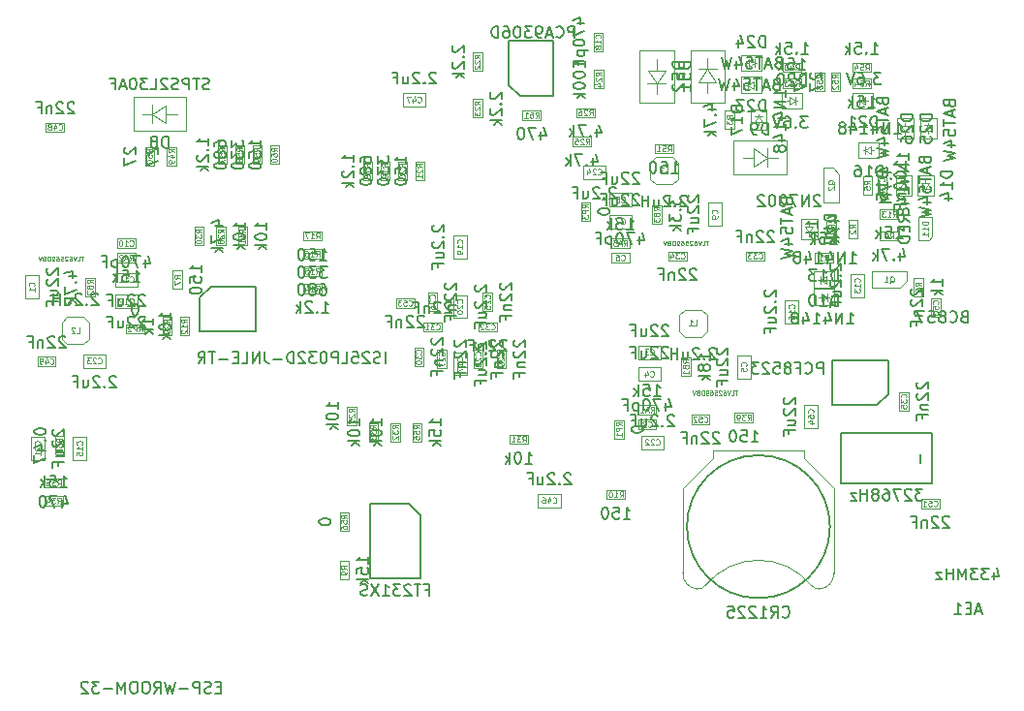
<source format=gbr>
G04 #@! TF.GenerationSoftware,KiCad,Pcbnew,5.0.0-rc2-dev-unknown+dfsg1+20180318-2*
G04 #@! TF.CreationDate,2018-05-18T20:09:28+02:00*
G04 #@! TF.ProjectId,ulx3s,756C7833732E6B696361645F70636200,rev?*
G04 #@! TF.SameCoordinates,Original*
G04 #@! TF.FileFunction,Other,Fab,Bot*
%FSLAX46Y46*%
G04 Gerber Fmt 4.6, Leading zero omitted, Abs format (unit mm)*
G04 Created by KiCad (PCBNEW 5.0.0-rc2-dev-unknown+dfsg1+20180318-2) date Fri May 18 20:09:28 2018*
%MOMM*%
%LPD*%
G01*
G04 APERTURE LIST*
%ADD10C,0.150000*%
%ADD11C,0.100000*%
%ADD12C,0.080000*%
%ADD13C,0.075000*%
G04 APERTURE END LIST*
D10*
X134035000Y-103890000D02*
X130635000Y-103890000D01*
X130635000Y-103890000D02*
X130635000Y-110390000D01*
X130635000Y-110390000D02*
X135035000Y-110390000D01*
X135035000Y-110390000D02*
X135035000Y-104890000D01*
X135035000Y-104890000D02*
X134035000Y-103890000D01*
X170835000Y-105870000D02*
G75*
G03X170835000Y-105870000I-6250000J0D01*
G01*
D11*
X159206987Y-111317558D02*
G75*
G03X159985000Y-110970000I88013J847558D01*
G01*
X169963013Y-111317558D02*
G75*
G02X169185000Y-110970000I-88013J847558D01*
G01*
X159977095Y-110979589D02*
G75*
G02X169185000Y-110970000I4607905J-3790411D01*
G01*
X157985000Y-109920000D02*
G75*
G03X159285000Y-111320000I1350000J-50000D01*
G01*
X171185000Y-109920000D02*
G75*
G02X169885000Y-111320000I-1350000J-50000D01*
G01*
X157985000Y-102470000D02*
X157985000Y-109970000D01*
X171185000Y-102470000D02*
X171185000Y-109970000D01*
X160585000Y-99870000D02*
X157985000Y-102470000D01*
X168585000Y-99870000D02*
X171185000Y-102470000D01*
X160585000Y-99170000D02*
X160585000Y-99870000D01*
X168585000Y-99170000D02*
X168585000Y-99870000D01*
X168585000Y-99170000D02*
X160585000Y-99170000D01*
D10*
X175940000Y-94265000D02*
X175940000Y-91365000D01*
X175940000Y-91365000D02*
X171040000Y-91365000D01*
X171040000Y-91365000D02*
X171040000Y-95265000D01*
X171040000Y-95265000D02*
X174940000Y-95265000D01*
X174940000Y-95265000D02*
X175940000Y-94265000D01*
X143730000Y-68251500D02*
X146630000Y-68251500D01*
X146630000Y-68251500D02*
X146630000Y-63351500D01*
X146630000Y-63351500D02*
X142730000Y-63351500D01*
X142730000Y-63351500D02*
X142730000Y-67251500D01*
X142730000Y-67251500D02*
X143730000Y-68251500D01*
X115780000Y-85870000D02*
X115780000Y-88770000D01*
X115780000Y-88770000D02*
X120680000Y-88770000D01*
X120680000Y-88770000D02*
X120680000Y-84870000D01*
X120680000Y-84870000D02*
X116780000Y-84870000D01*
X116780000Y-84870000D02*
X115780000Y-85870000D01*
X179776000Y-97722000D02*
X179776000Y-102122000D01*
X171776000Y-97722000D02*
X179776000Y-97722000D01*
X171776000Y-102122000D02*
X171776000Y-97722000D01*
X179776000Y-102122000D02*
X171776000Y-102122000D01*
X178776000Y-99522000D02*
X178776000Y-100322000D01*
D11*
X133501000Y-67950000D02*
X133501000Y-69150000D01*
X133501000Y-69150000D02*
X135501000Y-69150000D01*
X135501000Y-69150000D02*
X135501000Y-67950000D01*
X135501000Y-67950000D02*
X133501000Y-67950000D01*
X101685000Y-83915000D02*
X100485000Y-83915000D01*
X100485000Y-83915000D02*
X100485000Y-85915000D01*
X100485000Y-85915000D02*
X101685000Y-85915000D01*
X101685000Y-85915000D02*
X101685000Y-83915000D01*
X154060000Y-96510000D02*
X154060000Y-97310000D01*
X154060000Y-97310000D02*
X155660000Y-97310000D01*
X155660000Y-97310000D02*
X155660000Y-96510000D01*
X155660000Y-96510000D02*
X154060000Y-96510000D01*
X156060000Y-90030000D02*
X154060000Y-90030000D01*
X156060000Y-91230000D02*
X156060000Y-90030000D01*
X154060000Y-91230000D02*
X156060000Y-91230000D01*
X154060000Y-90030000D02*
X154060000Y-91230000D01*
X154060000Y-91935000D02*
X154060000Y-93135000D01*
X154060000Y-93135000D02*
X156060000Y-93135000D01*
X156060000Y-93135000D02*
X156060000Y-91935000D01*
X156060000Y-91935000D02*
X154060000Y-91935000D01*
X162715000Y-90900000D02*
X162715000Y-92900000D01*
X163915000Y-90900000D02*
X162715000Y-90900000D01*
X163915000Y-92900000D02*
X163915000Y-90900000D01*
X162715000Y-92900000D02*
X163915000Y-92900000D01*
X151720000Y-81975000D02*
X151720000Y-82775000D01*
X151720000Y-82775000D02*
X153320000Y-82775000D01*
X153320000Y-82775000D02*
X153320000Y-81975000D01*
X153320000Y-81975000D02*
X151720000Y-81975000D01*
X153520000Y-78600000D02*
X151520000Y-78600000D01*
X153520000Y-79800000D02*
X153520000Y-78600000D01*
X151520000Y-79800000D02*
X153520000Y-79800000D01*
X151520000Y-78600000D02*
X151520000Y-79800000D01*
X153520000Y-76695000D02*
X151520000Y-76695000D01*
X153520000Y-77895000D02*
X153520000Y-76695000D01*
X151520000Y-77895000D02*
X153520000Y-77895000D01*
X151520000Y-76695000D02*
X151520000Y-77895000D01*
X160175000Y-79565000D02*
X161375000Y-79565000D01*
X161375000Y-79565000D02*
X161375000Y-77565000D01*
X161375000Y-77565000D02*
X160175000Y-77565000D01*
X160175000Y-77565000D02*
X160175000Y-79565000D01*
X108540000Y-81505000D02*
X110140000Y-81505000D01*
X108540000Y-80705000D02*
X108540000Y-81505000D01*
X110140000Y-80705000D02*
X108540000Y-80705000D01*
X110140000Y-81505000D02*
X110140000Y-80705000D01*
X108340000Y-84880000D02*
X110340000Y-84880000D01*
X108340000Y-83680000D02*
X108340000Y-84880000D01*
X110340000Y-83680000D02*
X108340000Y-83680000D01*
X110340000Y-84880000D02*
X110340000Y-83680000D01*
X110340000Y-86785000D02*
X110340000Y-85585000D01*
X110340000Y-85585000D02*
X108340000Y-85585000D01*
X108340000Y-85585000D02*
X108340000Y-86785000D01*
X108340000Y-86785000D02*
X110340000Y-86785000D01*
X172621000Y-83788000D02*
X172621000Y-85788000D01*
X173821000Y-83788000D02*
X172621000Y-83788000D01*
X173821000Y-85788000D02*
X173821000Y-83788000D01*
X172621000Y-85788000D02*
X173821000Y-85788000D01*
X175780000Y-76825000D02*
X175780000Y-75225000D01*
X174980000Y-76825000D02*
X175780000Y-76825000D01*
X174980000Y-75225000D02*
X174980000Y-76825000D01*
X175780000Y-75225000D02*
X174980000Y-75225000D01*
X104676000Y-100012000D02*
X105876000Y-100012000D01*
X105876000Y-100012000D02*
X105876000Y-98012000D01*
X105876000Y-98012000D02*
X104676000Y-98012000D01*
X104676000Y-98012000D02*
X104676000Y-100012000D01*
X166906000Y-88074000D02*
X168106000Y-88074000D01*
X168106000Y-88074000D02*
X168106000Y-86074000D01*
X168106000Y-86074000D02*
X166906000Y-86074000D01*
X166906000Y-86074000D02*
X166906000Y-88074000D01*
X139100000Y-90620000D02*
X137900000Y-90620000D01*
X137900000Y-90620000D02*
X137900000Y-92620000D01*
X137900000Y-92620000D02*
X139100000Y-92620000D01*
X139100000Y-92620000D02*
X139100000Y-90620000D01*
X150189600Y-64284000D02*
X150989600Y-64284000D01*
X150989600Y-64284000D02*
X150989600Y-62684000D01*
X150989600Y-62684000D02*
X150189600Y-62684000D01*
X150189600Y-62684000D02*
X150189600Y-64284000D01*
X137900000Y-82420000D02*
X139100000Y-82420000D01*
X139100000Y-82420000D02*
X139100000Y-80420000D01*
X139100000Y-80420000D02*
X137900000Y-80420000D01*
X137900000Y-80420000D02*
X137900000Y-82420000D01*
X139100000Y-87620000D02*
X139100000Y-85620000D01*
X137900000Y-87620000D02*
X139100000Y-87620000D01*
X137900000Y-85620000D02*
X137900000Y-87620000D01*
X139100000Y-85620000D02*
X137900000Y-85620000D01*
X102193000Y-100012000D02*
X102193000Y-98012000D01*
X100993000Y-100012000D02*
X102193000Y-100012000D01*
X100993000Y-98012000D02*
X100993000Y-100012000D01*
X102193000Y-98012000D02*
X100993000Y-98012000D01*
X154314000Y-97904000D02*
X154314000Y-99104000D01*
X154314000Y-99104000D02*
X156314000Y-99104000D01*
X156314000Y-99104000D02*
X156314000Y-97904000D01*
X156314000Y-97904000D02*
X154314000Y-97904000D01*
X105546000Y-91992000D02*
X107546000Y-91992000D01*
X105546000Y-90792000D02*
X105546000Y-91992000D01*
X107546000Y-90792000D02*
X105546000Y-90792000D01*
X107546000Y-91992000D02*
X107546000Y-90792000D01*
X151234000Y-75482000D02*
X151234000Y-74282000D01*
X151234000Y-74282000D02*
X149234000Y-74282000D01*
X149234000Y-74282000D02*
X149234000Y-75482000D01*
X149234000Y-75482000D02*
X151234000Y-75482000D01*
X141300000Y-87020000D02*
X141300000Y-85420000D01*
X140500000Y-87020000D02*
X141300000Y-87020000D01*
X140500000Y-85420000D02*
X140500000Y-87020000D01*
X141300000Y-85420000D02*
X140500000Y-85420000D01*
X136500000Y-87020000D02*
X136500000Y-85420000D01*
X135700000Y-87020000D02*
X136500000Y-87020000D01*
X135700000Y-85420000D02*
X135700000Y-87020000D01*
X136500000Y-85420000D02*
X135700000Y-85420000D01*
X137300000Y-92020000D02*
X137300000Y-90420000D01*
X136500000Y-92020000D02*
X137300000Y-92020000D01*
X136500000Y-90420000D02*
X136500000Y-92020000D01*
X137300000Y-90420000D02*
X136500000Y-90420000D01*
X140500000Y-90420000D02*
X139700000Y-90420000D01*
X139700000Y-90420000D02*
X139700000Y-92020000D01*
X139700000Y-92020000D02*
X140500000Y-92020000D01*
X140500000Y-92020000D02*
X140500000Y-90420000D01*
X142500000Y-92020000D02*
X142500000Y-90420000D01*
X141700000Y-92020000D02*
X142500000Y-92020000D01*
X141700000Y-90420000D02*
X141700000Y-92020000D01*
X142500000Y-90420000D02*
X141700000Y-90420000D01*
X135300000Y-90220000D02*
X134500000Y-90220000D01*
X134500000Y-90220000D02*
X134500000Y-91820000D01*
X134500000Y-91820000D02*
X135300000Y-91820000D01*
X135300000Y-91820000D02*
X135300000Y-90220000D01*
X135300000Y-88020000D02*
X135300000Y-88820000D01*
X135300000Y-88820000D02*
X136900000Y-88820000D01*
X136900000Y-88820000D02*
X136900000Y-88020000D01*
X136900000Y-88020000D02*
X135300000Y-88020000D01*
X140100000Y-88820000D02*
X141700000Y-88820000D01*
X140100000Y-88020000D02*
X140100000Y-88820000D01*
X141700000Y-88020000D02*
X140100000Y-88020000D01*
X141700000Y-88820000D02*
X141700000Y-88020000D01*
X163500000Y-81820000D02*
X163500000Y-82620000D01*
X163500000Y-82620000D02*
X165100000Y-82620000D01*
X165100000Y-82620000D02*
X165100000Y-81820000D01*
X165100000Y-81820000D02*
X163500000Y-81820000D01*
X158300000Y-82620000D02*
X158300000Y-81820000D01*
X158300000Y-81820000D02*
X156700000Y-81820000D01*
X156700000Y-81820000D02*
X156700000Y-82620000D01*
X156700000Y-82620000D02*
X158300000Y-82620000D01*
X177700000Y-94100000D02*
X176900000Y-94100000D01*
X176900000Y-94100000D02*
X176900000Y-95700000D01*
X176900000Y-95700000D02*
X177700000Y-95700000D01*
X177700000Y-95700000D02*
X177700000Y-94100000D01*
X145297000Y-102984000D02*
X145297000Y-104184000D01*
X145297000Y-104184000D02*
X147297000Y-104184000D01*
X147297000Y-104184000D02*
X147297000Y-102984000D01*
X147297000Y-102984000D02*
X145297000Y-102984000D01*
X103920000Y-70563000D02*
X102320000Y-70563000D01*
X103920000Y-71363000D02*
X103920000Y-70563000D01*
X102320000Y-71363000D02*
X103920000Y-71363000D01*
X102320000Y-70563000D02*
X102320000Y-71363000D01*
X103170000Y-91010000D02*
X101570000Y-91010000D01*
X103170000Y-91810000D02*
X103170000Y-91010000D01*
X101570000Y-91810000D02*
X103170000Y-91810000D01*
X101570000Y-91010000D02*
X101570000Y-91810000D01*
X179694000Y-87511000D02*
X180494000Y-87511000D01*
X180494000Y-87511000D02*
X180494000Y-85911000D01*
X180494000Y-85911000D02*
X179694000Y-85911000D01*
X179694000Y-85911000D02*
X179694000Y-87511000D01*
X180398000Y-104256000D02*
X180398000Y-103456000D01*
X180398000Y-103456000D02*
X178798000Y-103456000D01*
X178798000Y-103456000D02*
X178798000Y-104256000D01*
X178798000Y-104256000D02*
X180398000Y-104256000D01*
X158720000Y-96890000D02*
X160320000Y-96890000D01*
X158720000Y-96090000D02*
X158720000Y-96890000D01*
X160320000Y-96090000D02*
X158720000Y-96090000D01*
X160320000Y-96890000D02*
X160320000Y-96090000D01*
X132902200Y-86730000D02*
X134502200Y-86730000D01*
X132902200Y-85930000D02*
X132902200Y-86730000D01*
X134502200Y-85930000D02*
X132902200Y-85930000D01*
X134502200Y-86730000D02*
X134502200Y-85930000D01*
X168572000Y-95236000D02*
X168572000Y-97236000D01*
X169772000Y-95236000D02*
X168572000Y-95236000D01*
X169772000Y-97236000D02*
X169772000Y-95236000D01*
X168572000Y-97236000D02*
X169772000Y-97236000D01*
X179790000Y-78835000D02*
X179790000Y-80535000D01*
X179790000Y-80535000D02*
X179490000Y-80835000D01*
X179490000Y-80835000D02*
X178590000Y-80835000D01*
X178590000Y-80835000D02*
X178590000Y-78835000D01*
X178590000Y-78835000D02*
X179790000Y-78835000D01*
X159595000Y-89290000D02*
X158870000Y-89290000D01*
X160070000Y-88815000D02*
X159595000Y-89290000D01*
X160070000Y-88090000D02*
X160070000Y-88815000D01*
X158145000Y-89290000D02*
X158870000Y-89290000D01*
X157670000Y-88815000D02*
X158145000Y-89290000D01*
X157670000Y-88090000D02*
X157670000Y-88815000D01*
X158145000Y-86890000D02*
X158870000Y-86890000D01*
X157670000Y-87365000D02*
X158145000Y-86890000D01*
X157670000Y-88090000D02*
X157670000Y-87365000D01*
X159595000Y-86890000D02*
X158870000Y-86890000D01*
X160070000Y-87365000D02*
X159595000Y-86890000D01*
X160070000Y-88090000D02*
X160070000Y-87365000D01*
X103695000Y-88725000D02*
X103695000Y-89450000D01*
X103695000Y-89450000D02*
X104170000Y-89925000D01*
X104170000Y-89925000D02*
X104895000Y-89925000D01*
X106095000Y-88725000D02*
X106095000Y-89450000D01*
X106095000Y-89450000D02*
X105620000Y-89925000D01*
X105620000Y-89925000D02*
X104895000Y-89925000D01*
X106095000Y-88725000D02*
X106095000Y-88000000D01*
X106095000Y-88000000D02*
X105620000Y-87525000D01*
X105620000Y-87525000D02*
X104895000Y-87525000D01*
X103695000Y-88725000D02*
X103695000Y-88000000D01*
X103695000Y-88000000D02*
X104170000Y-87525000D01*
X104170000Y-87525000D02*
X104895000Y-87525000D01*
X157530000Y-74755000D02*
X157530000Y-74030000D01*
X157530000Y-74030000D02*
X157055000Y-73555000D01*
X157055000Y-73555000D02*
X156330000Y-73555000D01*
X155130000Y-74755000D02*
X155130000Y-74030000D01*
X155130000Y-74030000D02*
X155605000Y-73555000D01*
X155605000Y-73555000D02*
X156330000Y-73555000D01*
X155130000Y-74755000D02*
X155130000Y-75480000D01*
X155130000Y-75480000D02*
X155605000Y-75955000D01*
X155605000Y-75955000D02*
X156330000Y-75955000D01*
X157530000Y-74755000D02*
X157530000Y-75480000D01*
X157530000Y-75480000D02*
X157055000Y-75955000D01*
X157055000Y-75955000D02*
X156330000Y-75955000D01*
X170500000Y-84280000D02*
X170750000Y-84280000D01*
X170500000Y-83930000D02*
X170000000Y-84280000D01*
X170500000Y-84630000D02*
X170500000Y-83930000D01*
X170000000Y-84280000D02*
X170500000Y-84630000D01*
X170000000Y-84280000D02*
X169800000Y-84280000D01*
X170000000Y-84630000D02*
X170000000Y-83930000D01*
X169400000Y-83580000D02*
X169400000Y-84980000D01*
X171200000Y-83580000D02*
X169400000Y-83580000D01*
X171200000Y-84980000D02*
X171200000Y-83580000D01*
X169400000Y-84980000D02*
X171200000Y-84980000D01*
X169730000Y-80735000D02*
X169730000Y-78935000D01*
X169730000Y-78935000D02*
X168330000Y-78935000D01*
X168330000Y-78935000D02*
X168330000Y-80735000D01*
X168330000Y-80735000D02*
X169730000Y-80735000D01*
X169380000Y-80135000D02*
X168680000Y-80135000D01*
X169030000Y-80135000D02*
X169030000Y-80335000D01*
X169030000Y-80135000D02*
X169380000Y-79635000D01*
X169380000Y-79635000D02*
X168680000Y-79635000D01*
X168680000Y-79635000D02*
X169030000Y-80135000D01*
X169030000Y-79635000D02*
X169030000Y-79385000D01*
X170100000Y-85804000D02*
X169850000Y-85804000D01*
X170100000Y-86154000D02*
X170600000Y-85804000D01*
X170100000Y-85454000D02*
X170100000Y-86154000D01*
X170600000Y-85804000D02*
X170100000Y-85454000D01*
X170600000Y-85804000D02*
X170800000Y-85804000D01*
X170600000Y-85454000D02*
X170600000Y-86154000D01*
X171200000Y-86504000D02*
X171200000Y-85104000D01*
X169400000Y-86504000D02*
X171200000Y-86504000D01*
X169400000Y-85104000D02*
X169400000Y-86504000D01*
X171200000Y-85104000D02*
X169400000Y-85104000D01*
X179890000Y-76925000D02*
X179890000Y-75125000D01*
X179890000Y-75125000D02*
X178490000Y-75125000D01*
X178490000Y-75125000D02*
X178490000Y-76925000D01*
X178490000Y-76925000D02*
X179890000Y-76925000D01*
X179540000Y-76325000D02*
X178840000Y-76325000D01*
X179190000Y-76325000D02*
X179190000Y-76525000D01*
X179190000Y-76325000D02*
X179540000Y-75825000D01*
X179540000Y-75825000D02*
X178840000Y-75825000D01*
X178840000Y-75825000D02*
X179190000Y-76325000D01*
X179190000Y-75825000D02*
X179190000Y-75575000D01*
X176585000Y-75125000D02*
X176585000Y-76925000D01*
X176585000Y-76925000D02*
X177985000Y-76925000D01*
X177985000Y-76925000D02*
X177985000Y-75125000D01*
X177985000Y-75125000D02*
X176585000Y-75125000D01*
X176935000Y-75725000D02*
X177635000Y-75725000D01*
X177285000Y-75725000D02*
X177285000Y-75525000D01*
X177285000Y-75725000D02*
X176935000Y-76225000D01*
X176935000Y-76225000D02*
X177635000Y-76225000D01*
X177635000Y-76225000D02*
X177285000Y-75725000D01*
X177285000Y-76225000D02*
X177285000Y-76475000D01*
X174437000Y-72977000D02*
X174687000Y-72977000D01*
X174437000Y-72627000D02*
X173937000Y-72977000D01*
X174437000Y-73327000D02*
X174437000Y-72627000D01*
X173937000Y-72977000D02*
X174437000Y-73327000D01*
X173937000Y-72977000D02*
X173737000Y-72977000D01*
X173937000Y-73327000D02*
X173937000Y-72627000D01*
X173337000Y-72277000D02*
X173337000Y-73677000D01*
X175137000Y-72277000D02*
X173337000Y-72277000D01*
X175137000Y-73677000D02*
X175137000Y-72277000D01*
X173337000Y-73677000D02*
X175137000Y-73677000D01*
X164585000Y-70510000D02*
X164585000Y-70760000D01*
X164935000Y-70510000D02*
X164585000Y-70010000D01*
X164235000Y-70510000D02*
X164935000Y-70510000D01*
X164585000Y-70010000D02*
X164235000Y-70510000D01*
X164585000Y-70010000D02*
X164585000Y-69810000D01*
X164235000Y-70010000D02*
X164935000Y-70010000D01*
X165285000Y-69410000D02*
X163885000Y-69410000D01*
X165285000Y-71210000D02*
X165285000Y-69410000D01*
X163885000Y-71210000D02*
X165285000Y-71210000D01*
X163885000Y-69410000D02*
X163885000Y-71210000D01*
X167306000Y-68659000D02*
X167056000Y-68659000D01*
X167306000Y-69009000D02*
X167806000Y-68659000D01*
X167306000Y-68309000D02*
X167306000Y-69009000D01*
X167806000Y-68659000D02*
X167306000Y-68309000D01*
X167806000Y-68659000D02*
X168006000Y-68659000D01*
X167806000Y-68309000D02*
X167806000Y-69009000D01*
X168406000Y-69359000D02*
X168406000Y-67959000D01*
X166606000Y-69359000D02*
X168406000Y-69359000D01*
X166606000Y-67959000D02*
X166606000Y-69359000D01*
X168406000Y-67959000D02*
X166606000Y-67959000D01*
X172829000Y-69359000D02*
X174629000Y-69359000D01*
X174629000Y-69359000D02*
X174629000Y-67959000D01*
X174629000Y-67959000D02*
X172829000Y-67959000D01*
X172829000Y-67959000D02*
X172829000Y-69359000D01*
X173429000Y-69009000D02*
X173429000Y-68309000D01*
X173429000Y-68659000D02*
X173229000Y-68659000D01*
X173429000Y-68659000D02*
X173929000Y-69009000D01*
X173929000Y-69009000D02*
X173929000Y-68309000D01*
X173929000Y-68309000D02*
X173429000Y-68659000D01*
X173929000Y-68659000D02*
X174179000Y-68659000D01*
X163050000Y-67962000D02*
X164850000Y-67962000D01*
X164850000Y-67962000D02*
X164850000Y-66562000D01*
X164850000Y-66562000D02*
X163050000Y-66562000D01*
X163050000Y-66562000D02*
X163050000Y-67962000D01*
X163650000Y-67612000D02*
X163650000Y-66912000D01*
X163650000Y-67262000D02*
X163450000Y-67262000D01*
X163650000Y-67262000D02*
X164150000Y-67612000D01*
X164150000Y-67612000D02*
X164150000Y-66912000D01*
X164150000Y-66912000D02*
X163650000Y-67262000D01*
X164150000Y-67262000D02*
X164400000Y-67262000D01*
X164850000Y-64657000D02*
X163050000Y-64657000D01*
X163050000Y-64657000D02*
X163050000Y-66057000D01*
X163050000Y-66057000D02*
X164850000Y-66057000D01*
X164850000Y-66057000D02*
X164850000Y-64657000D01*
X164250000Y-65007000D02*
X164250000Y-65707000D01*
X164250000Y-65357000D02*
X164450000Y-65357000D01*
X164250000Y-65357000D02*
X163750000Y-65007000D01*
X163750000Y-65007000D02*
X163750000Y-65707000D01*
X163750000Y-65707000D02*
X164250000Y-65357000D01*
X163750000Y-65357000D02*
X163500000Y-65357000D01*
X177412000Y-70872000D02*
X177412000Y-70622000D01*
X177062000Y-70872000D02*
X177412000Y-71372000D01*
X177762000Y-70872000D02*
X177062000Y-70872000D01*
X177412000Y-71372000D02*
X177762000Y-70872000D01*
X177412000Y-71372000D02*
X177412000Y-71572000D01*
X177762000Y-71372000D02*
X177062000Y-71372000D01*
X176712000Y-71972000D02*
X178112000Y-71972000D01*
X176712000Y-70172000D02*
X176712000Y-71972000D01*
X178112000Y-70172000D02*
X176712000Y-70172000D01*
X178112000Y-71972000D02*
X178112000Y-70172000D01*
X179444000Y-71272000D02*
X179444000Y-71522000D01*
X179794000Y-71272000D02*
X179444000Y-70772000D01*
X179094000Y-71272000D02*
X179794000Y-71272000D01*
X179444000Y-70772000D02*
X179094000Y-71272000D01*
X179444000Y-70772000D02*
X179444000Y-70572000D01*
X179094000Y-70772000D02*
X179794000Y-70772000D01*
X180144000Y-70172000D02*
X178744000Y-70172000D01*
X180144000Y-71972000D02*
X180144000Y-70172000D01*
X178744000Y-71972000D02*
X180144000Y-71972000D01*
X178744000Y-70172000D02*
X178744000Y-71972000D01*
X174495000Y-84980000D02*
X174495000Y-83580000D01*
X177535000Y-83580000D02*
X174495000Y-83580000D01*
X176965000Y-84980000D02*
X177535000Y-84430000D01*
X177535000Y-84430000D02*
X177535000Y-83580000D01*
X176965000Y-84980000D02*
X174515000Y-84980000D01*
X171635000Y-75075000D02*
X171635000Y-77525000D01*
X171085000Y-74505000D02*
X170235000Y-74505000D01*
X171635000Y-75075000D02*
X171085000Y-74505000D01*
X170235000Y-74505000D02*
X170235000Y-77545000D01*
X171635000Y-77545000D02*
X170235000Y-77545000D01*
X111611560Y-69800980D02*
X112762180Y-70601080D01*
X111611560Y-69800980D02*
X112762180Y-69051680D01*
X112762180Y-69051680D02*
X112762180Y-70601080D01*
X111611560Y-70601080D02*
X111611560Y-69000880D01*
X112762180Y-69800980D02*
X113760400Y-69800980D01*
X111611560Y-69800980D02*
X110709860Y-69800980D01*
X114561000Y-71302000D02*
X109961000Y-71302000D01*
X114561000Y-71302000D02*
X114561000Y-68302000D01*
X109961000Y-68302000D02*
X109961000Y-71302000D01*
X114561000Y-68302000D02*
X109961000Y-68302000D01*
X162412000Y-75112000D02*
X167012000Y-75112000D01*
X167012000Y-75112000D02*
X167012000Y-72112000D01*
X162412000Y-72112000D02*
X162412000Y-75112000D01*
X162412000Y-72112000D02*
X167012000Y-72112000D01*
X165361440Y-73613020D02*
X166263140Y-73613020D01*
X164210820Y-73613020D02*
X163212600Y-73613020D01*
X165361440Y-72812920D02*
X165361440Y-74413120D01*
X164210820Y-74362320D02*
X164210820Y-72812920D01*
X165361440Y-73613020D02*
X164210820Y-74362320D01*
X165361440Y-73613020D02*
X164210820Y-72812920D01*
X154195000Y-64200000D02*
X154195000Y-68800000D01*
X154195000Y-68800000D02*
X157195000Y-68800000D01*
X157195000Y-64200000D02*
X154195000Y-64200000D01*
X157195000Y-64200000D02*
X157195000Y-68800000D01*
X155693980Y-67149440D02*
X155693980Y-68051140D01*
X155693980Y-65998820D02*
X155693980Y-65000600D01*
X156494080Y-67149440D02*
X154893880Y-67149440D01*
X154944680Y-65998820D02*
X156494080Y-65998820D01*
X155693980Y-67149440D02*
X154944680Y-65998820D01*
X155693980Y-67149440D02*
X156494080Y-65998820D01*
X160141020Y-65850560D02*
X159340920Y-67001180D01*
X160141020Y-65850560D02*
X160890320Y-67001180D01*
X160890320Y-67001180D02*
X159340920Y-67001180D01*
X159340920Y-65850560D02*
X160941120Y-65850560D01*
X160141020Y-67001180D02*
X160141020Y-67999400D01*
X160141020Y-65850560D02*
X160141020Y-64948860D01*
X158640000Y-68800000D02*
X158640000Y-64200000D01*
X158640000Y-68800000D02*
X161640000Y-68800000D01*
X161640000Y-64200000D02*
X158640000Y-64200000D01*
X161640000Y-68800000D02*
X161640000Y-64200000D01*
X112877000Y-74285000D02*
X113677000Y-74285000D01*
X113677000Y-74285000D02*
X113677000Y-72685000D01*
X113677000Y-72685000D02*
X112877000Y-72685000D01*
X112877000Y-72685000D02*
X112877000Y-74285000D01*
X110972000Y-72685000D02*
X110972000Y-74285000D01*
X111772000Y-72685000D02*
X110972000Y-72685000D01*
X111772000Y-74285000D02*
X111772000Y-72685000D01*
X110972000Y-74285000D02*
X111772000Y-74285000D01*
X155530000Y-73250000D02*
X157130000Y-73250000D01*
X155530000Y-72450000D02*
X155530000Y-73250000D01*
X157130000Y-72450000D02*
X155530000Y-72450000D01*
X157130000Y-73250000D02*
X157130000Y-72450000D01*
X170916000Y-66165000D02*
X170916000Y-67765000D01*
X171716000Y-66165000D02*
X170916000Y-66165000D01*
X171716000Y-67765000D02*
X171716000Y-66165000D01*
X170916000Y-67765000D02*
X171716000Y-67765000D01*
X169519000Y-67765000D02*
X170319000Y-67765000D01*
X170319000Y-67765000D02*
X170319000Y-66165000D01*
X170319000Y-66165000D02*
X169519000Y-66165000D01*
X169519000Y-66165000D02*
X169519000Y-67765000D01*
X174402000Y-65338000D02*
X172802000Y-65338000D01*
X174402000Y-66138000D02*
X174402000Y-65338000D01*
X172802000Y-66138000D02*
X174402000Y-66138000D01*
X172802000Y-65338000D02*
X172802000Y-66138000D01*
X127990000Y-106246000D02*
X128790000Y-106246000D01*
X128790000Y-106246000D02*
X128790000Y-104646000D01*
X128790000Y-104646000D02*
X127990000Y-104646000D01*
X127990000Y-104646000D02*
X127990000Y-106246000D01*
X117322000Y-72558000D02*
X117322000Y-74158000D01*
X118122000Y-72558000D02*
X117322000Y-72558000D01*
X118122000Y-74158000D02*
X118122000Y-72558000D01*
X117322000Y-74158000D02*
X118122000Y-74158000D01*
X118846000Y-74158000D02*
X119646000Y-74158000D01*
X119646000Y-74158000D02*
X119646000Y-72558000D01*
X119646000Y-72558000D02*
X118846000Y-72558000D01*
X118846000Y-72558000D02*
X118846000Y-74158000D01*
X120370000Y-72558000D02*
X120370000Y-74158000D01*
X121170000Y-72558000D02*
X120370000Y-72558000D01*
X121170000Y-74158000D02*
X121170000Y-72558000D01*
X120370000Y-74158000D02*
X121170000Y-74158000D01*
X121894000Y-74158000D02*
X122694000Y-74158000D01*
X122694000Y-74158000D02*
X122694000Y-72558000D01*
X122694000Y-72558000D02*
X121894000Y-72558000D01*
X121894000Y-72558000D02*
X121894000Y-74158000D01*
X145580000Y-70300000D02*
X145580000Y-69500000D01*
X145580000Y-69500000D02*
X143980000Y-69500000D01*
X143980000Y-69500000D02*
X143980000Y-70300000D01*
X143980000Y-70300000D02*
X145580000Y-70300000D01*
X152793000Y-96561000D02*
X151993000Y-96561000D01*
X151993000Y-96561000D02*
X151993000Y-98161000D01*
X151993000Y-98161000D02*
X152793000Y-98161000D01*
X152793000Y-98161000D02*
X152793000Y-96561000D01*
X110902000Y-88198000D02*
X109302000Y-88198000D01*
X110902000Y-88998000D02*
X110902000Y-88198000D01*
X109302000Y-88998000D02*
X110902000Y-88998000D01*
X109302000Y-88198000D02*
X109302000Y-88998000D01*
X149872000Y-77511000D02*
X149072000Y-77511000D01*
X149072000Y-77511000D02*
X149072000Y-79111000D01*
X149072000Y-79111000D02*
X149872000Y-79111000D01*
X149872000Y-79111000D02*
X149872000Y-77511000D01*
X166706000Y-65338000D02*
X166706000Y-66138000D01*
X166706000Y-66138000D02*
X168306000Y-66138000D01*
X168306000Y-66138000D02*
X168306000Y-65338000D01*
X168306000Y-65338000D02*
X166706000Y-65338000D01*
X124796000Y-85460000D02*
X126396000Y-85460000D01*
X124796000Y-84660000D02*
X124796000Y-85460000D01*
X126396000Y-84660000D02*
X124796000Y-84660000D01*
X126396000Y-85460000D02*
X126396000Y-84660000D01*
X126396000Y-83936000D02*
X126396000Y-83136000D01*
X126396000Y-83136000D02*
X124796000Y-83136000D01*
X124796000Y-83136000D02*
X124796000Y-83936000D01*
X124796000Y-83936000D02*
X126396000Y-83936000D01*
X126396000Y-82412000D02*
X126396000Y-81612000D01*
X126396000Y-81612000D02*
X124796000Y-81612000D01*
X124796000Y-81612000D02*
X124796000Y-82412000D01*
X124796000Y-82412000D02*
X126396000Y-82412000D01*
X124796000Y-80870000D02*
X126396000Y-80870000D01*
X124796000Y-80070000D02*
X124796000Y-80870000D01*
X126396000Y-80070000D02*
X124796000Y-80070000D01*
X126396000Y-80870000D02*
X126396000Y-80070000D01*
X130022000Y-73973000D02*
X130022000Y-75573000D01*
X130822000Y-73973000D02*
X130022000Y-73973000D01*
X130822000Y-75573000D02*
X130822000Y-73973000D01*
X130022000Y-75573000D02*
X130822000Y-75573000D01*
X131561000Y-75573000D02*
X132361000Y-75573000D01*
X132361000Y-75573000D02*
X132361000Y-73973000D01*
X132361000Y-73973000D02*
X131561000Y-73973000D01*
X131561000Y-73973000D02*
X131561000Y-75573000D01*
X133085000Y-73973000D02*
X133085000Y-75573000D01*
X133885000Y-73973000D02*
X133085000Y-73973000D01*
X133885000Y-75573000D02*
X133885000Y-73973000D01*
X133085000Y-75573000D02*
X133885000Y-75573000D01*
X134609000Y-75573000D02*
X135409000Y-75573000D01*
X135409000Y-75573000D02*
X135409000Y-73973000D01*
X135409000Y-73973000D02*
X134609000Y-73973000D01*
X134609000Y-73973000D02*
X134609000Y-75573000D01*
X114185000Y-83480000D02*
X113385000Y-83480000D01*
X113385000Y-83480000D02*
X113385000Y-85080000D01*
X113385000Y-85080000D02*
X114185000Y-85080000D01*
X114185000Y-85080000D02*
X114185000Y-83480000D01*
X151339000Y-103476000D02*
X152939000Y-103476000D01*
X151339000Y-102676000D02*
X151339000Y-103476000D01*
X152939000Y-102676000D02*
X151339000Y-102676000D01*
X152939000Y-103476000D02*
X152939000Y-102676000D01*
X164115000Y-96745000D02*
X164115000Y-95945000D01*
X164115000Y-95945000D02*
X162515000Y-95945000D01*
X162515000Y-95945000D02*
X162515000Y-96745000D01*
X162515000Y-96745000D02*
X164115000Y-96745000D01*
X178955000Y-85715000D02*
X178955000Y-84115000D01*
X178155000Y-85715000D02*
X178955000Y-85715000D01*
X178155000Y-84115000D02*
X178155000Y-85715000D01*
X178955000Y-84115000D02*
X178155000Y-84115000D01*
X112496000Y-89144000D02*
X113296000Y-89144000D01*
X113296000Y-89144000D02*
X113296000Y-87544000D01*
X113296000Y-87544000D02*
X112496000Y-87544000D01*
X112496000Y-87544000D02*
X112496000Y-89144000D01*
X170535000Y-80635000D02*
X171335000Y-80635000D01*
X171335000Y-80635000D02*
X171335000Y-79035000D01*
X171335000Y-79035000D02*
X170535000Y-79035000D01*
X170535000Y-79035000D02*
X170535000Y-80635000D01*
X103790000Y-102460000D02*
X103790000Y-101660000D01*
X103790000Y-101660000D02*
X102190000Y-101660000D01*
X102190000Y-101660000D02*
X102190000Y-102460000D01*
X102190000Y-102460000D02*
X103790000Y-102460000D01*
X114020000Y-89144000D02*
X114820000Y-89144000D01*
X114820000Y-89144000D02*
X114820000Y-87544000D01*
X114820000Y-87544000D02*
X114020000Y-87544000D01*
X114020000Y-87544000D02*
X114020000Y-89144000D01*
X171100000Y-81975000D02*
X169500000Y-81975000D01*
X171100000Y-82775000D02*
X171100000Y-81975000D01*
X169500000Y-82775000D02*
X171100000Y-82775000D01*
X169500000Y-81975000D02*
X169500000Y-82775000D01*
X172440000Y-80635000D02*
X173240000Y-80635000D01*
X173240000Y-80635000D02*
X173240000Y-79035000D01*
X173240000Y-79035000D02*
X172440000Y-79035000D01*
X172440000Y-79035000D02*
X172440000Y-80635000D01*
X161645000Y-69510000D02*
X161645000Y-71110000D01*
X162445000Y-69510000D02*
X161645000Y-69510000D01*
X162445000Y-71110000D02*
X162445000Y-69510000D01*
X161645000Y-71110000D02*
X162445000Y-71110000D01*
X175215000Y-80870000D02*
X176815000Y-80870000D01*
X175215000Y-80070000D02*
X175215000Y-80870000D01*
X176815000Y-80070000D02*
X175215000Y-80070000D01*
X176815000Y-80870000D02*
X176815000Y-80070000D01*
X174510000Y-75225000D02*
X173710000Y-75225000D01*
X173710000Y-75225000D02*
X173710000Y-76825000D01*
X173710000Y-76825000D02*
X174510000Y-76825000D01*
X174510000Y-76825000D02*
X174510000Y-75225000D01*
X128790000Y-110480000D02*
X128790000Y-108880000D01*
X127990000Y-110480000D02*
X128790000Y-110480000D01*
X127990000Y-108880000D02*
X127990000Y-110480000D01*
X128790000Y-108880000D02*
X127990000Y-108880000D01*
X119900000Y-79670000D02*
X119100000Y-79670000D01*
X119100000Y-79670000D02*
X119100000Y-81270000D01*
X119100000Y-81270000D02*
X119900000Y-81270000D01*
X119900000Y-81270000D02*
X119900000Y-79670000D01*
X176815000Y-78965000D02*
X176815000Y-78165000D01*
X176815000Y-78165000D02*
X175215000Y-78165000D01*
X175215000Y-78165000D02*
X175215000Y-78965000D01*
X175215000Y-78965000D02*
X176815000Y-78965000D01*
X139625500Y-66030000D02*
X140425500Y-66030000D01*
X140425500Y-66030000D02*
X140425500Y-64430000D01*
X140425500Y-64430000D02*
X139625500Y-64430000D01*
X139625500Y-64430000D02*
X139625500Y-66030000D01*
X140425500Y-70112000D02*
X140425500Y-68512000D01*
X139625500Y-70112000D02*
X140425500Y-70112000D01*
X139625500Y-68512000D02*
X139625500Y-70112000D01*
X140425500Y-68512000D02*
X139625500Y-68512000D01*
X150215000Y-65972000D02*
X150215000Y-67572000D01*
X151015000Y-65972000D02*
X150215000Y-65972000D01*
X151015000Y-67572000D02*
X151015000Y-65972000D01*
X150215000Y-67572000D02*
X151015000Y-67572000D01*
X149975000Y-72615000D02*
X149975000Y-71815000D01*
X149975000Y-71815000D02*
X148375000Y-71815000D01*
X148375000Y-71815000D02*
X148375000Y-72615000D01*
X148375000Y-72615000D02*
X149975000Y-72615000D01*
X150287000Y-70093000D02*
X150287000Y-69293000D01*
X150287000Y-69293000D02*
X148687000Y-69293000D01*
X148687000Y-69293000D02*
X148687000Y-70093000D01*
X148687000Y-70093000D02*
X150287000Y-70093000D01*
X128625000Y-95375000D02*
X128625000Y-96975000D01*
X129425000Y-95375000D02*
X128625000Y-95375000D01*
X129425000Y-96975000D02*
X129425000Y-95375000D01*
X128625000Y-96975000D02*
X129425000Y-96975000D01*
X117995000Y-79670000D02*
X117195000Y-79670000D01*
X117195000Y-79670000D02*
X117195000Y-81270000D01*
X117195000Y-81270000D02*
X117995000Y-81270000D01*
X117995000Y-81270000D02*
X117995000Y-79670000D01*
X116090000Y-81270000D02*
X116090000Y-79670000D01*
X115290000Y-81270000D02*
X116090000Y-81270000D01*
X115290000Y-79670000D02*
X115290000Y-81270000D01*
X116090000Y-79670000D02*
X115290000Y-79670000D01*
X142830000Y-98650000D02*
X144430000Y-98650000D01*
X142830000Y-97850000D02*
X142830000Y-98650000D01*
X144430000Y-97850000D02*
X142830000Y-97850000D01*
X144430000Y-98650000D02*
X144430000Y-97850000D01*
X132435000Y-98415000D02*
X133235000Y-98415000D01*
X133235000Y-98415000D02*
X133235000Y-96815000D01*
X133235000Y-96815000D02*
X132435000Y-96815000D01*
X132435000Y-96815000D02*
X132435000Y-98415000D01*
X130530000Y-96815000D02*
X130530000Y-98415000D01*
X131330000Y-96815000D02*
X130530000Y-96815000D01*
X131330000Y-98415000D02*
X131330000Y-96815000D01*
X130530000Y-98415000D02*
X131330000Y-98415000D01*
X103790000Y-103200000D02*
X102190000Y-103200000D01*
X103790000Y-104000000D02*
X103790000Y-103200000D01*
X102190000Y-104000000D02*
X103790000Y-104000000D01*
X102190000Y-103200000D02*
X102190000Y-104000000D01*
X103098000Y-99558000D02*
X103898000Y-99558000D01*
X103898000Y-99558000D02*
X103898000Y-97958000D01*
X103898000Y-97958000D02*
X103098000Y-97958000D01*
X103098000Y-97958000D02*
X103098000Y-99558000D01*
X135140000Y-96815000D02*
X134340000Y-96815000D01*
X134340000Y-96815000D02*
X134340000Y-98415000D01*
X134340000Y-98415000D02*
X135140000Y-98415000D01*
X135140000Y-98415000D02*
X135140000Y-96815000D01*
X166706000Y-66735000D02*
X166706000Y-67535000D01*
X166706000Y-67535000D02*
X168306000Y-67535000D01*
X168306000Y-67535000D02*
X168306000Y-66735000D01*
X168306000Y-66735000D02*
X166706000Y-66735000D01*
X172800000Y-67520000D02*
X174400000Y-67520000D01*
X172800000Y-66720000D02*
X172800000Y-67520000D01*
X174400000Y-66720000D02*
X172800000Y-66720000D01*
X174400000Y-67520000D02*
X174400000Y-66720000D01*
X155660000Y-95240000D02*
X154060000Y-95240000D01*
X155660000Y-96040000D02*
X155660000Y-95240000D01*
X154060000Y-96040000D02*
X155660000Y-96040000D01*
X154060000Y-95240000D02*
X154060000Y-96040000D01*
X108540000Y-82775000D02*
X110140000Y-82775000D01*
X108540000Y-81975000D02*
X108540000Y-82775000D01*
X110140000Y-81975000D02*
X108540000Y-81975000D01*
X110140000Y-82775000D02*
X110140000Y-81975000D01*
X153320000Y-80705000D02*
X151720000Y-80705000D01*
X153320000Y-81505000D02*
X153320000Y-80705000D01*
X151720000Y-81505000D02*
X153320000Y-81505000D01*
X151720000Y-80705000D02*
X151720000Y-81505000D01*
X158635000Y-91100000D02*
X157835000Y-91100000D01*
X157835000Y-91100000D02*
X157835000Y-92700000D01*
X157835000Y-92700000D02*
X158635000Y-92700000D01*
X158635000Y-92700000D02*
X158635000Y-91100000D01*
X105765000Y-85715000D02*
X106565000Y-85715000D01*
X106565000Y-85715000D02*
X106565000Y-84115000D01*
X106565000Y-84115000D02*
X105765000Y-84115000D01*
X105765000Y-84115000D02*
X105765000Y-85715000D01*
X156095000Y-77765000D02*
X155295000Y-77765000D01*
X155295000Y-77765000D02*
X155295000Y-79365000D01*
X155295000Y-79365000D02*
X156095000Y-79365000D01*
X156095000Y-79365000D02*
X156095000Y-77765000D01*
X162746428Y-93966952D02*
X162517857Y-93966952D01*
X162632142Y-94366952D02*
X162632142Y-93966952D01*
X162194047Y-94366952D02*
X162384523Y-94366952D01*
X162384523Y-93966952D01*
X162117857Y-93966952D02*
X161984523Y-94366952D01*
X161851190Y-93966952D01*
X161546428Y-93966952D02*
X161622619Y-93966952D01*
X161660714Y-93986000D01*
X161679761Y-94005047D01*
X161717857Y-94062190D01*
X161736904Y-94138380D01*
X161736904Y-94290761D01*
X161717857Y-94328857D01*
X161698809Y-94347904D01*
X161660714Y-94366952D01*
X161584523Y-94366952D01*
X161546428Y-94347904D01*
X161527380Y-94328857D01*
X161508333Y-94290761D01*
X161508333Y-94195523D01*
X161527380Y-94157428D01*
X161546428Y-94138380D01*
X161584523Y-94119333D01*
X161660714Y-94119333D01*
X161698809Y-94138380D01*
X161717857Y-94157428D01*
X161736904Y-94195523D01*
X161355952Y-94005047D02*
X161336904Y-93986000D01*
X161298809Y-93966952D01*
X161203571Y-93966952D01*
X161165476Y-93986000D01*
X161146428Y-94005047D01*
X161127380Y-94043142D01*
X161127380Y-94081238D01*
X161146428Y-94138380D01*
X161375000Y-94366952D01*
X161127380Y-94366952D01*
X160765476Y-93966952D02*
X160955952Y-93966952D01*
X160975000Y-94157428D01*
X160955952Y-94138380D01*
X160917857Y-94119333D01*
X160822619Y-94119333D01*
X160784523Y-94138380D01*
X160765476Y-94157428D01*
X160746428Y-94195523D01*
X160746428Y-94290761D01*
X160765476Y-94328857D01*
X160784523Y-94347904D01*
X160822619Y-94366952D01*
X160917857Y-94366952D01*
X160955952Y-94347904D01*
X160975000Y-94328857D01*
X160403571Y-93966952D02*
X160479761Y-93966952D01*
X160517857Y-93986000D01*
X160536904Y-94005047D01*
X160575000Y-94062190D01*
X160594047Y-94138380D01*
X160594047Y-94290761D01*
X160575000Y-94328857D01*
X160555952Y-94347904D01*
X160517857Y-94366952D01*
X160441666Y-94366952D01*
X160403571Y-94347904D01*
X160384523Y-94328857D01*
X160365476Y-94290761D01*
X160365476Y-94195523D01*
X160384523Y-94157428D01*
X160403571Y-94138380D01*
X160441666Y-94119333D01*
X160517857Y-94119333D01*
X160555952Y-94138380D01*
X160575000Y-94157428D01*
X160594047Y-94195523D01*
X160175000Y-94366952D02*
X160098809Y-94366952D01*
X160060714Y-94347904D01*
X160041666Y-94328857D01*
X160003571Y-94271714D01*
X159984523Y-94195523D01*
X159984523Y-94043142D01*
X160003571Y-94005047D01*
X160022619Y-93986000D01*
X160060714Y-93966952D01*
X160136904Y-93966952D01*
X160175000Y-93986000D01*
X160194047Y-94005047D01*
X160213095Y-94043142D01*
X160213095Y-94138380D01*
X160194047Y-94176476D01*
X160175000Y-94195523D01*
X160136904Y-94214571D01*
X160060714Y-94214571D01*
X160022619Y-94195523D01*
X160003571Y-94176476D01*
X159984523Y-94138380D01*
X159813095Y-94366952D02*
X159813095Y-93966952D01*
X159717857Y-93966952D01*
X159660714Y-93986000D01*
X159622619Y-94024095D01*
X159603571Y-94062190D01*
X159584523Y-94138380D01*
X159584523Y-94195523D01*
X159603571Y-94271714D01*
X159622619Y-94309809D01*
X159660714Y-94347904D01*
X159717857Y-94366952D01*
X159813095Y-94366952D01*
X159279761Y-94157428D02*
X159222619Y-94176476D01*
X159203571Y-94195523D01*
X159184523Y-94233619D01*
X159184523Y-94290761D01*
X159203571Y-94328857D01*
X159222619Y-94347904D01*
X159260714Y-94366952D01*
X159413095Y-94366952D01*
X159413095Y-93966952D01*
X159279761Y-93966952D01*
X159241666Y-93986000D01*
X159222619Y-94005047D01*
X159203571Y-94043142D01*
X159203571Y-94081238D01*
X159222619Y-94119333D01*
X159241666Y-94138380D01*
X159279761Y-94157428D01*
X159413095Y-94157428D01*
X159070238Y-93966952D02*
X158936904Y-94366952D01*
X158803571Y-93966952D01*
X105596428Y-82252952D02*
X105367857Y-82252952D01*
X105482142Y-82652952D02*
X105482142Y-82252952D01*
X105044047Y-82652952D02*
X105234523Y-82652952D01*
X105234523Y-82252952D01*
X104967857Y-82252952D02*
X104834523Y-82652952D01*
X104701190Y-82252952D01*
X104396428Y-82252952D02*
X104472619Y-82252952D01*
X104510714Y-82272000D01*
X104529761Y-82291047D01*
X104567857Y-82348190D01*
X104586904Y-82424380D01*
X104586904Y-82576761D01*
X104567857Y-82614857D01*
X104548809Y-82633904D01*
X104510714Y-82652952D01*
X104434523Y-82652952D01*
X104396428Y-82633904D01*
X104377380Y-82614857D01*
X104358333Y-82576761D01*
X104358333Y-82481523D01*
X104377380Y-82443428D01*
X104396428Y-82424380D01*
X104434523Y-82405333D01*
X104510714Y-82405333D01*
X104548809Y-82424380D01*
X104567857Y-82443428D01*
X104586904Y-82481523D01*
X104205952Y-82291047D02*
X104186904Y-82272000D01*
X104148809Y-82252952D01*
X104053571Y-82252952D01*
X104015476Y-82272000D01*
X103996428Y-82291047D01*
X103977380Y-82329142D01*
X103977380Y-82367238D01*
X103996428Y-82424380D01*
X104225000Y-82652952D01*
X103977380Y-82652952D01*
X103615476Y-82252952D02*
X103805952Y-82252952D01*
X103825000Y-82443428D01*
X103805952Y-82424380D01*
X103767857Y-82405333D01*
X103672619Y-82405333D01*
X103634523Y-82424380D01*
X103615476Y-82443428D01*
X103596428Y-82481523D01*
X103596428Y-82576761D01*
X103615476Y-82614857D01*
X103634523Y-82633904D01*
X103672619Y-82652952D01*
X103767857Y-82652952D01*
X103805952Y-82633904D01*
X103825000Y-82614857D01*
X103253571Y-82252952D02*
X103329761Y-82252952D01*
X103367857Y-82272000D01*
X103386904Y-82291047D01*
X103425000Y-82348190D01*
X103444047Y-82424380D01*
X103444047Y-82576761D01*
X103425000Y-82614857D01*
X103405952Y-82633904D01*
X103367857Y-82652952D01*
X103291666Y-82652952D01*
X103253571Y-82633904D01*
X103234523Y-82614857D01*
X103215476Y-82576761D01*
X103215476Y-82481523D01*
X103234523Y-82443428D01*
X103253571Y-82424380D01*
X103291666Y-82405333D01*
X103367857Y-82405333D01*
X103405952Y-82424380D01*
X103425000Y-82443428D01*
X103444047Y-82481523D01*
X103025000Y-82652952D02*
X102948809Y-82652952D01*
X102910714Y-82633904D01*
X102891666Y-82614857D01*
X102853571Y-82557714D01*
X102834523Y-82481523D01*
X102834523Y-82329142D01*
X102853571Y-82291047D01*
X102872619Y-82272000D01*
X102910714Y-82252952D01*
X102986904Y-82252952D01*
X103025000Y-82272000D01*
X103044047Y-82291047D01*
X103063095Y-82329142D01*
X103063095Y-82424380D01*
X103044047Y-82462476D01*
X103025000Y-82481523D01*
X102986904Y-82500571D01*
X102910714Y-82500571D01*
X102872619Y-82481523D01*
X102853571Y-82462476D01*
X102834523Y-82424380D01*
X102663095Y-82652952D02*
X102663095Y-82252952D01*
X102567857Y-82252952D01*
X102510714Y-82272000D01*
X102472619Y-82310095D01*
X102453571Y-82348190D01*
X102434523Y-82424380D01*
X102434523Y-82481523D01*
X102453571Y-82557714D01*
X102472619Y-82595809D01*
X102510714Y-82633904D01*
X102567857Y-82652952D01*
X102663095Y-82652952D01*
X102129761Y-82443428D02*
X102072619Y-82462476D01*
X102053571Y-82481523D01*
X102034523Y-82519619D01*
X102034523Y-82576761D01*
X102053571Y-82614857D01*
X102072619Y-82633904D01*
X102110714Y-82652952D01*
X102263095Y-82652952D01*
X102263095Y-82252952D01*
X102129761Y-82252952D01*
X102091666Y-82272000D01*
X102072619Y-82291047D01*
X102053571Y-82329142D01*
X102053571Y-82367238D01*
X102072619Y-82405333D01*
X102091666Y-82424380D01*
X102129761Y-82443428D01*
X102263095Y-82443428D01*
X101920238Y-82252952D02*
X101786904Y-82652952D01*
X101653571Y-82252952D01*
X160206428Y-80885952D02*
X159977857Y-80885952D01*
X160092142Y-81285952D02*
X160092142Y-80885952D01*
X159654047Y-81285952D02*
X159844523Y-81285952D01*
X159844523Y-80885952D01*
X159577857Y-80885952D02*
X159444523Y-81285952D01*
X159311190Y-80885952D01*
X159006428Y-80885952D02*
X159082619Y-80885952D01*
X159120714Y-80905000D01*
X159139761Y-80924047D01*
X159177857Y-80981190D01*
X159196904Y-81057380D01*
X159196904Y-81209761D01*
X159177857Y-81247857D01*
X159158809Y-81266904D01*
X159120714Y-81285952D01*
X159044523Y-81285952D01*
X159006428Y-81266904D01*
X158987380Y-81247857D01*
X158968333Y-81209761D01*
X158968333Y-81114523D01*
X158987380Y-81076428D01*
X159006428Y-81057380D01*
X159044523Y-81038333D01*
X159120714Y-81038333D01*
X159158809Y-81057380D01*
X159177857Y-81076428D01*
X159196904Y-81114523D01*
X158815952Y-80924047D02*
X158796904Y-80905000D01*
X158758809Y-80885952D01*
X158663571Y-80885952D01*
X158625476Y-80905000D01*
X158606428Y-80924047D01*
X158587380Y-80962142D01*
X158587380Y-81000238D01*
X158606428Y-81057380D01*
X158835000Y-81285952D01*
X158587380Y-81285952D01*
X158225476Y-80885952D02*
X158415952Y-80885952D01*
X158435000Y-81076428D01*
X158415952Y-81057380D01*
X158377857Y-81038333D01*
X158282619Y-81038333D01*
X158244523Y-81057380D01*
X158225476Y-81076428D01*
X158206428Y-81114523D01*
X158206428Y-81209761D01*
X158225476Y-81247857D01*
X158244523Y-81266904D01*
X158282619Y-81285952D01*
X158377857Y-81285952D01*
X158415952Y-81266904D01*
X158435000Y-81247857D01*
X157863571Y-80885952D02*
X157939761Y-80885952D01*
X157977857Y-80905000D01*
X157996904Y-80924047D01*
X158035000Y-80981190D01*
X158054047Y-81057380D01*
X158054047Y-81209761D01*
X158035000Y-81247857D01*
X158015952Y-81266904D01*
X157977857Y-81285952D01*
X157901666Y-81285952D01*
X157863571Y-81266904D01*
X157844523Y-81247857D01*
X157825476Y-81209761D01*
X157825476Y-81114523D01*
X157844523Y-81076428D01*
X157863571Y-81057380D01*
X157901666Y-81038333D01*
X157977857Y-81038333D01*
X158015952Y-81057380D01*
X158035000Y-81076428D01*
X158054047Y-81114523D01*
X157635000Y-81285952D02*
X157558809Y-81285952D01*
X157520714Y-81266904D01*
X157501666Y-81247857D01*
X157463571Y-81190714D01*
X157444523Y-81114523D01*
X157444523Y-80962142D01*
X157463571Y-80924047D01*
X157482619Y-80905000D01*
X157520714Y-80885952D01*
X157596904Y-80885952D01*
X157635000Y-80905000D01*
X157654047Y-80924047D01*
X157673095Y-80962142D01*
X157673095Y-81057380D01*
X157654047Y-81095476D01*
X157635000Y-81114523D01*
X157596904Y-81133571D01*
X157520714Y-81133571D01*
X157482619Y-81114523D01*
X157463571Y-81095476D01*
X157444523Y-81057380D01*
X157273095Y-81285952D02*
X157273095Y-80885952D01*
X157177857Y-80885952D01*
X157120714Y-80905000D01*
X157082619Y-80943095D01*
X157063571Y-80981190D01*
X157044523Y-81057380D01*
X157044523Y-81114523D01*
X157063571Y-81190714D01*
X157082619Y-81228809D01*
X157120714Y-81266904D01*
X157177857Y-81285952D01*
X157273095Y-81285952D01*
X156739761Y-81076428D02*
X156682619Y-81095476D01*
X156663571Y-81114523D01*
X156644523Y-81152619D01*
X156644523Y-81209761D01*
X156663571Y-81247857D01*
X156682619Y-81266904D01*
X156720714Y-81285952D01*
X156873095Y-81285952D01*
X156873095Y-80885952D01*
X156739761Y-80885952D01*
X156701666Y-80905000D01*
X156682619Y-80924047D01*
X156663571Y-80962142D01*
X156663571Y-81000238D01*
X156682619Y-81038333D01*
X156701666Y-81057380D01*
X156739761Y-81076428D01*
X156873095Y-81076428D01*
X156530238Y-80885952D02*
X156396904Y-81285952D01*
X156263571Y-80885952D01*
D10*
X135454047Y-111368571D02*
X135787380Y-111368571D01*
X135787380Y-111892380D02*
X135787380Y-110892380D01*
X135311190Y-110892380D01*
X135073095Y-110892380D02*
X134501666Y-110892380D01*
X134787380Y-111892380D02*
X134787380Y-110892380D01*
X134215952Y-110987619D02*
X134168333Y-110940000D01*
X134073095Y-110892380D01*
X133835000Y-110892380D01*
X133739761Y-110940000D01*
X133692142Y-110987619D01*
X133644523Y-111082857D01*
X133644523Y-111178095D01*
X133692142Y-111320952D01*
X134263571Y-111892380D01*
X133644523Y-111892380D01*
X133311190Y-110892380D02*
X132692142Y-110892380D01*
X133025476Y-111273333D01*
X132882619Y-111273333D01*
X132787380Y-111320952D01*
X132739761Y-111368571D01*
X132692142Y-111463809D01*
X132692142Y-111701904D01*
X132739761Y-111797142D01*
X132787380Y-111844761D01*
X132882619Y-111892380D01*
X133168333Y-111892380D01*
X133263571Y-111844761D01*
X133311190Y-111797142D01*
X131739761Y-111892380D02*
X132311190Y-111892380D01*
X132025476Y-111892380D02*
X132025476Y-110892380D01*
X132120714Y-111035238D01*
X132215952Y-111130476D01*
X132311190Y-111178095D01*
X131406428Y-110892380D02*
X130739761Y-111892380D01*
X130739761Y-110892380D02*
X131406428Y-111892380D01*
X130406428Y-111844761D02*
X130263571Y-111892380D01*
X130025476Y-111892380D01*
X129930238Y-111844761D01*
X129882619Y-111797142D01*
X129835000Y-111701904D01*
X129835000Y-111606666D01*
X129882619Y-111511428D01*
X129930238Y-111463809D01*
X130025476Y-111416190D01*
X130215952Y-111368571D01*
X130311190Y-111320952D01*
X130358809Y-111273333D01*
X130406428Y-111178095D01*
X130406428Y-111082857D01*
X130358809Y-110987619D01*
X130311190Y-110940000D01*
X130215952Y-110892380D01*
X129977857Y-110892380D01*
X129835000Y-110940000D01*
X166680238Y-113727142D02*
X166727857Y-113774761D01*
X166870714Y-113822380D01*
X166965952Y-113822380D01*
X167108809Y-113774761D01*
X167204047Y-113679523D01*
X167251666Y-113584285D01*
X167299285Y-113393809D01*
X167299285Y-113250952D01*
X167251666Y-113060476D01*
X167204047Y-112965238D01*
X167108809Y-112870000D01*
X166965952Y-112822380D01*
X166870714Y-112822380D01*
X166727857Y-112870000D01*
X166680238Y-112917619D01*
X165680238Y-113822380D02*
X166013571Y-113346190D01*
X166251666Y-113822380D02*
X166251666Y-112822380D01*
X165870714Y-112822380D01*
X165775476Y-112870000D01*
X165727857Y-112917619D01*
X165680238Y-113012857D01*
X165680238Y-113155714D01*
X165727857Y-113250952D01*
X165775476Y-113298571D01*
X165870714Y-113346190D01*
X166251666Y-113346190D01*
X164727857Y-113822380D02*
X165299285Y-113822380D01*
X165013571Y-113822380D02*
X165013571Y-112822380D01*
X165108809Y-112965238D01*
X165204047Y-113060476D01*
X165299285Y-113108095D01*
X164346904Y-112917619D02*
X164299285Y-112870000D01*
X164204047Y-112822380D01*
X163965952Y-112822380D01*
X163870714Y-112870000D01*
X163823095Y-112917619D01*
X163775476Y-113012857D01*
X163775476Y-113108095D01*
X163823095Y-113250952D01*
X164394523Y-113822380D01*
X163775476Y-113822380D01*
X163394523Y-112917619D02*
X163346904Y-112870000D01*
X163251666Y-112822380D01*
X163013571Y-112822380D01*
X162918333Y-112870000D01*
X162870714Y-112917619D01*
X162823095Y-113012857D01*
X162823095Y-113108095D01*
X162870714Y-113250952D01*
X163442142Y-113822380D01*
X162823095Y-113822380D01*
X161918333Y-112822380D02*
X162394523Y-112822380D01*
X162442142Y-113298571D01*
X162394523Y-113250952D01*
X162299285Y-113203333D01*
X162061190Y-113203333D01*
X161965952Y-113250952D01*
X161918333Y-113298571D01*
X161870714Y-113393809D01*
X161870714Y-113631904D01*
X161918333Y-113727142D01*
X161965952Y-113774761D01*
X162061190Y-113822380D01*
X162299285Y-113822380D01*
X162394523Y-113774761D01*
X162442142Y-113727142D01*
X170235238Y-92497380D02*
X170235238Y-91497380D01*
X169854285Y-91497380D01*
X169759047Y-91545000D01*
X169711428Y-91592619D01*
X169663809Y-91687857D01*
X169663809Y-91830714D01*
X169711428Y-91925952D01*
X169759047Y-91973571D01*
X169854285Y-92021190D01*
X170235238Y-92021190D01*
X168663809Y-92402142D02*
X168711428Y-92449761D01*
X168854285Y-92497380D01*
X168949523Y-92497380D01*
X169092380Y-92449761D01*
X169187619Y-92354523D01*
X169235238Y-92259285D01*
X169282857Y-92068809D01*
X169282857Y-91925952D01*
X169235238Y-91735476D01*
X169187619Y-91640238D01*
X169092380Y-91545000D01*
X168949523Y-91497380D01*
X168854285Y-91497380D01*
X168711428Y-91545000D01*
X168663809Y-91592619D01*
X167901904Y-91973571D02*
X168235238Y-91973571D01*
X168235238Y-92497380D02*
X168235238Y-91497380D01*
X167759047Y-91497380D01*
X167235238Y-91925952D02*
X167330476Y-91878333D01*
X167378095Y-91830714D01*
X167425714Y-91735476D01*
X167425714Y-91687857D01*
X167378095Y-91592619D01*
X167330476Y-91545000D01*
X167235238Y-91497380D01*
X167044761Y-91497380D01*
X166949523Y-91545000D01*
X166901904Y-91592619D01*
X166854285Y-91687857D01*
X166854285Y-91735476D01*
X166901904Y-91830714D01*
X166949523Y-91878333D01*
X167044761Y-91925952D01*
X167235238Y-91925952D01*
X167330476Y-91973571D01*
X167378095Y-92021190D01*
X167425714Y-92116428D01*
X167425714Y-92306904D01*
X167378095Y-92402142D01*
X167330476Y-92449761D01*
X167235238Y-92497380D01*
X167044761Y-92497380D01*
X166949523Y-92449761D01*
X166901904Y-92402142D01*
X166854285Y-92306904D01*
X166854285Y-92116428D01*
X166901904Y-92021190D01*
X166949523Y-91973571D01*
X167044761Y-91925952D01*
X165949523Y-91497380D02*
X166425714Y-91497380D01*
X166473333Y-91973571D01*
X166425714Y-91925952D01*
X166330476Y-91878333D01*
X166092380Y-91878333D01*
X165997142Y-91925952D01*
X165949523Y-91973571D01*
X165901904Y-92068809D01*
X165901904Y-92306904D01*
X165949523Y-92402142D01*
X165997142Y-92449761D01*
X166092380Y-92497380D01*
X166330476Y-92497380D01*
X166425714Y-92449761D01*
X166473333Y-92402142D01*
X165520952Y-91592619D02*
X165473333Y-91545000D01*
X165378095Y-91497380D01*
X165140000Y-91497380D01*
X165044761Y-91545000D01*
X164997142Y-91592619D01*
X164949523Y-91687857D01*
X164949523Y-91783095D01*
X164997142Y-91925952D01*
X165568571Y-92497380D01*
X164949523Y-92497380D01*
X164616190Y-91497380D02*
X163997142Y-91497380D01*
X164330476Y-91878333D01*
X164187619Y-91878333D01*
X164092380Y-91925952D01*
X164044761Y-91973571D01*
X163997142Y-92068809D01*
X163997142Y-92306904D01*
X164044761Y-92402142D01*
X164092380Y-92449761D01*
X164187619Y-92497380D01*
X164473333Y-92497380D01*
X164568571Y-92449761D01*
X164616190Y-92402142D01*
X148495238Y-63142380D02*
X148495238Y-62142380D01*
X148114285Y-62142380D01*
X148019047Y-62190000D01*
X147971428Y-62237619D01*
X147923809Y-62332857D01*
X147923809Y-62475714D01*
X147971428Y-62570952D01*
X148019047Y-62618571D01*
X148114285Y-62666190D01*
X148495238Y-62666190D01*
X146923809Y-63047142D02*
X146971428Y-63094761D01*
X147114285Y-63142380D01*
X147209523Y-63142380D01*
X147352380Y-63094761D01*
X147447619Y-62999523D01*
X147495238Y-62904285D01*
X147542857Y-62713809D01*
X147542857Y-62570952D01*
X147495238Y-62380476D01*
X147447619Y-62285238D01*
X147352380Y-62190000D01*
X147209523Y-62142380D01*
X147114285Y-62142380D01*
X146971428Y-62190000D01*
X146923809Y-62237619D01*
X146542857Y-62856666D02*
X146066666Y-62856666D01*
X146638095Y-63142380D02*
X146304761Y-62142380D01*
X145971428Y-63142380D01*
X145590476Y-63142380D02*
X145400000Y-63142380D01*
X145304761Y-63094761D01*
X145257142Y-63047142D01*
X145161904Y-62904285D01*
X145114285Y-62713809D01*
X145114285Y-62332857D01*
X145161904Y-62237619D01*
X145209523Y-62190000D01*
X145304761Y-62142380D01*
X145495238Y-62142380D01*
X145590476Y-62190000D01*
X145638095Y-62237619D01*
X145685714Y-62332857D01*
X145685714Y-62570952D01*
X145638095Y-62666190D01*
X145590476Y-62713809D01*
X145495238Y-62761428D01*
X145304761Y-62761428D01*
X145209523Y-62713809D01*
X145161904Y-62666190D01*
X145114285Y-62570952D01*
X144780952Y-62142380D02*
X144161904Y-62142380D01*
X144495238Y-62523333D01*
X144352380Y-62523333D01*
X144257142Y-62570952D01*
X144209523Y-62618571D01*
X144161904Y-62713809D01*
X144161904Y-62951904D01*
X144209523Y-63047142D01*
X144257142Y-63094761D01*
X144352380Y-63142380D01*
X144638095Y-63142380D01*
X144733333Y-63094761D01*
X144780952Y-63047142D01*
X143542857Y-62142380D02*
X143447619Y-62142380D01*
X143352380Y-62190000D01*
X143304761Y-62237619D01*
X143257142Y-62332857D01*
X143209523Y-62523333D01*
X143209523Y-62761428D01*
X143257142Y-62951904D01*
X143304761Y-63047142D01*
X143352380Y-63094761D01*
X143447619Y-63142380D01*
X143542857Y-63142380D01*
X143638095Y-63094761D01*
X143685714Y-63047142D01*
X143733333Y-62951904D01*
X143780952Y-62761428D01*
X143780952Y-62523333D01*
X143733333Y-62332857D01*
X143685714Y-62237619D01*
X143638095Y-62190000D01*
X143542857Y-62142380D01*
X142352380Y-62142380D02*
X142542857Y-62142380D01*
X142638095Y-62190000D01*
X142685714Y-62237619D01*
X142780952Y-62380476D01*
X142828571Y-62570952D01*
X142828571Y-62951904D01*
X142780952Y-63047142D01*
X142733333Y-63094761D01*
X142638095Y-63142380D01*
X142447619Y-63142380D01*
X142352380Y-63094761D01*
X142304761Y-63047142D01*
X142257142Y-62951904D01*
X142257142Y-62713809D01*
X142304761Y-62618571D01*
X142352380Y-62570952D01*
X142447619Y-62523333D01*
X142638095Y-62523333D01*
X142733333Y-62570952D01*
X142780952Y-62618571D01*
X142828571Y-62713809D01*
X141828571Y-63142380D02*
X141828571Y-62142380D01*
X141590476Y-62142380D01*
X141447619Y-62190000D01*
X141352380Y-62285238D01*
X141304761Y-62380476D01*
X141257142Y-62570952D01*
X141257142Y-62713809D01*
X141304761Y-62904285D01*
X141352380Y-62999523D01*
X141447619Y-63094761D01*
X141590476Y-63142380D01*
X141828571Y-63142380D01*
X131960857Y-91590380D02*
X131960857Y-90590380D01*
X131532285Y-91542761D02*
X131389428Y-91590380D01*
X131151333Y-91590380D01*
X131056095Y-91542761D01*
X131008476Y-91495142D01*
X130960857Y-91399904D01*
X130960857Y-91304666D01*
X131008476Y-91209428D01*
X131056095Y-91161809D01*
X131151333Y-91114190D01*
X131341809Y-91066571D01*
X131437047Y-91018952D01*
X131484666Y-90971333D01*
X131532285Y-90876095D01*
X131532285Y-90780857D01*
X131484666Y-90685619D01*
X131437047Y-90638000D01*
X131341809Y-90590380D01*
X131103714Y-90590380D01*
X130960857Y-90638000D01*
X130579904Y-90685619D02*
X130532285Y-90638000D01*
X130437047Y-90590380D01*
X130198952Y-90590380D01*
X130103714Y-90638000D01*
X130056095Y-90685619D01*
X130008476Y-90780857D01*
X130008476Y-90876095D01*
X130056095Y-91018952D01*
X130627523Y-91590380D01*
X130008476Y-91590380D01*
X129103714Y-90590380D02*
X129579904Y-90590380D01*
X129627523Y-91066571D01*
X129579904Y-91018952D01*
X129484666Y-90971333D01*
X129246571Y-90971333D01*
X129151333Y-91018952D01*
X129103714Y-91066571D01*
X129056095Y-91161809D01*
X129056095Y-91399904D01*
X129103714Y-91495142D01*
X129151333Y-91542761D01*
X129246571Y-91590380D01*
X129484666Y-91590380D01*
X129579904Y-91542761D01*
X129627523Y-91495142D01*
X128151333Y-91590380D02*
X128627523Y-91590380D01*
X128627523Y-90590380D01*
X127818000Y-91590380D02*
X127818000Y-90590380D01*
X127437047Y-90590380D01*
X127341809Y-90638000D01*
X127294190Y-90685619D01*
X127246571Y-90780857D01*
X127246571Y-90923714D01*
X127294190Y-91018952D01*
X127341809Y-91066571D01*
X127437047Y-91114190D01*
X127818000Y-91114190D01*
X126627523Y-90590380D02*
X126532285Y-90590380D01*
X126437047Y-90638000D01*
X126389428Y-90685619D01*
X126341809Y-90780857D01*
X126294190Y-90971333D01*
X126294190Y-91209428D01*
X126341809Y-91399904D01*
X126389428Y-91495142D01*
X126437047Y-91542761D01*
X126532285Y-91590380D01*
X126627523Y-91590380D01*
X126722761Y-91542761D01*
X126770380Y-91495142D01*
X126818000Y-91399904D01*
X126865619Y-91209428D01*
X126865619Y-90971333D01*
X126818000Y-90780857D01*
X126770380Y-90685619D01*
X126722761Y-90638000D01*
X126627523Y-90590380D01*
X125960857Y-90590380D02*
X125341809Y-90590380D01*
X125675142Y-90971333D01*
X125532285Y-90971333D01*
X125437047Y-91018952D01*
X125389428Y-91066571D01*
X125341809Y-91161809D01*
X125341809Y-91399904D01*
X125389428Y-91495142D01*
X125437047Y-91542761D01*
X125532285Y-91590380D01*
X125818000Y-91590380D01*
X125913238Y-91542761D01*
X125960857Y-91495142D01*
X124960857Y-90685619D02*
X124913238Y-90638000D01*
X124818000Y-90590380D01*
X124579904Y-90590380D01*
X124484666Y-90638000D01*
X124437047Y-90685619D01*
X124389428Y-90780857D01*
X124389428Y-90876095D01*
X124437047Y-91018952D01*
X125008476Y-91590380D01*
X124389428Y-91590380D01*
X123960857Y-91590380D02*
X123960857Y-90590380D01*
X123722761Y-90590380D01*
X123579904Y-90638000D01*
X123484666Y-90733238D01*
X123437047Y-90828476D01*
X123389428Y-91018952D01*
X123389428Y-91161809D01*
X123437047Y-91352285D01*
X123484666Y-91447523D01*
X123579904Y-91542761D01*
X123722761Y-91590380D01*
X123960857Y-91590380D01*
X122960857Y-91209428D02*
X122198952Y-91209428D01*
X121437047Y-90590380D02*
X121437047Y-91304666D01*
X121484666Y-91447523D01*
X121579904Y-91542761D01*
X121722761Y-91590380D01*
X121818000Y-91590380D01*
X120960857Y-91590380D02*
X120960857Y-90590380D01*
X120389428Y-91590380D01*
X120389428Y-90590380D01*
X119437047Y-91590380D02*
X119913238Y-91590380D01*
X119913238Y-90590380D01*
X119103714Y-91066571D02*
X118770380Y-91066571D01*
X118627523Y-91590380D02*
X119103714Y-91590380D01*
X119103714Y-90590380D01*
X118627523Y-90590380D01*
X118198952Y-91209428D02*
X117437047Y-91209428D01*
X117103714Y-90590380D02*
X116532285Y-90590380D01*
X116818000Y-91590380D02*
X116818000Y-90590380D01*
X115627523Y-91590380D02*
X115960857Y-91114190D01*
X116198952Y-91590380D02*
X116198952Y-90590380D01*
X115818000Y-90590380D01*
X115722761Y-90638000D01*
X115675142Y-90685619D01*
X115627523Y-90780857D01*
X115627523Y-90923714D01*
X115675142Y-91018952D01*
X115722761Y-91066571D01*
X115818000Y-91114190D01*
X116198952Y-91114190D01*
X117586428Y-119902571D02*
X117253095Y-119902571D01*
X117110238Y-120426380D02*
X117586428Y-120426380D01*
X117586428Y-119426380D01*
X117110238Y-119426380D01*
X116729285Y-120378761D02*
X116586428Y-120426380D01*
X116348333Y-120426380D01*
X116253095Y-120378761D01*
X116205476Y-120331142D01*
X116157857Y-120235904D01*
X116157857Y-120140666D01*
X116205476Y-120045428D01*
X116253095Y-119997809D01*
X116348333Y-119950190D01*
X116538809Y-119902571D01*
X116634047Y-119854952D01*
X116681666Y-119807333D01*
X116729285Y-119712095D01*
X116729285Y-119616857D01*
X116681666Y-119521619D01*
X116634047Y-119474000D01*
X116538809Y-119426380D01*
X116300714Y-119426380D01*
X116157857Y-119474000D01*
X115729285Y-120426380D02*
X115729285Y-119426380D01*
X115348333Y-119426380D01*
X115253095Y-119474000D01*
X115205476Y-119521619D01*
X115157857Y-119616857D01*
X115157857Y-119759714D01*
X115205476Y-119854952D01*
X115253095Y-119902571D01*
X115348333Y-119950190D01*
X115729285Y-119950190D01*
X114729285Y-120045428D02*
X113967380Y-120045428D01*
X113586428Y-119426380D02*
X113348333Y-120426380D01*
X113157857Y-119712095D01*
X112967380Y-120426380D01*
X112729285Y-119426380D01*
X111776904Y-120426380D02*
X112110238Y-119950190D01*
X112348333Y-120426380D02*
X112348333Y-119426380D01*
X111967380Y-119426380D01*
X111872142Y-119474000D01*
X111824523Y-119521619D01*
X111776904Y-119616857D01*
X111776904Y-119759714D01*
X111824523Y-119854952D01*
X111872142Y-119902571D01*
X111967380Y-119950190D01*
X112348333Y-119950190D01*
X111157857Y-119426380D02*
X110967380Y-119426380D01*
X110872142Y-119474000D01*
X110776904Y-119569238D01*
X110729285Y-119759714D01*
X110729285Y-120093047D01*
X110776904Y-120283523D01*
X110872142Y-120378761D01*
X110967380Y-120426380D01*
X111157857Y-120426380D01*
X111253095Y-120378761D01*
X111348333Y-120283523D01*
X111395952Y-120093047D01*
X111395952Y-119759714D01*
X111348333Y-119569238D01*
X111253095Y-119474000D01*
X111157857Y-119426380D01*
X110110238Y-119426380D02*
X109919761Y-119426380D01*
X109824523Y-119474000D01*
X109729285Y-119569238D01*
X109681666Y-119759714D01*
X109681666Y-120093047D01*
X109729285Y-120283523D01*
X109824523Y-120378761D01*
X109919761Y-120426380D01*
X110110238Y-120426380D01*
X110205476Y-120378761D01*
X110300714Y-120283523D01*
X110348333Y-120093047D01*
X110348333Y-119759714D01*
X110300714Y-119569238D01*
X110205476Y-119474000D01*
X110110238Y-119426380D01*
X109253095Y-120426380D02*
X109253095Y-119426380D01*
X108919761Y-120140666D01*
X108586428Y-119426380D01*
X108586428Y-120426380D01*
X108110238Y-120045428D02*
X107348333Y-120045428D01*
X106967380Y-119426380D02*
X106348333Y-119426380D01*
X106681666Y-119807333D01*
X106538809Y-119807333D01*
X106443571Y-119854952D01*
X106395952Y-119902571D01*
X106348333Y-119997809D01*
X106348333Y-120235904D01*
X106395952Y-120331142D01*
X106443571Y-120378761D01*
X106538809Y-120426380D01*
X106824523Y-120426380D01*
X106919761Y-120378761D01*
X106967380Y-120331142D01*
X105967380Y-119521619D02*
X105919761Y-119474000D01*
X105824523Y-119426380D01*
X105586428Y-119426380D01*
X105491190Y-119474000D01*
X105443571Y-119521619D01*
X105395952Y-119616857D01*
X105395952Y-119712095D01*
X105443571Y-119854952D01*
X106015000Y-120426380D01*
X105395952Y-120426380D01*
X178942666Y-102574380D02*
X178323619Y-102574380D01*
X178656952Y-102955333D01*
X178514095Y-102955333D01*
X178418857Y-103002952D01*
X178371238Y-103050571D01*
X178323619Y-103145809D01*
X178323619Y-103383904D01*
X178371238Y-103479142D01*
X178418857Y-103526761D01*
X178514095Y-103574380D01*
X178799809Y-103574380D01*
X178895047Y-103526761D01*
X178942666Y-103479142D01*
X177942666Y-102669619D02*
X177895047Y-102622000D01*
X177799809Y-102574380D01*
X177561714Y-102574380D01*
X177466476Y-102622000D01*
X177418857Y-102669619D01*
X177371238Y-102764857D01*
X177371238Y-102860095D01*
X177418857Y-103002952D01*
X177990285Y-103574380D01*
X177371238Y-103574380D01*
X177037904Y-102574380D02*
X176371238Y-102574380D01*
X176799809Y-103574380D01*
X175561714Y-102574380D02*
X175752190Y-102574380D01*
X175847428Y-102622000D01*
X175895047Y-102669619D01*
X175990285Y-102812476D01*
X176037904Y-103002952D01*
X176037904Y-103383904D01*
X175990285Y-103479142D01*
X175942666Y-103526761D01*
X175847428Y-103574380D01*
X175656952Y-103574380D01*
X175561714Y-103526761D01*
X175514095Y-103479142D01*
X175466476Y-103383904D01*
X175466476Y-103145809D01*
X175514095Y-103050571D01*
X175561714Y-103002952D01*
X175656952Y-102955333D01*
X175847428Y-102955333D01*
X175942666Y-103002952D01*
X175990285Y-103050571D01*
X176037904Y-103145809D01*
X174895047Y-103002952D02*
X174990285Y-102955333D01*
X175037904Y-102907714D01*
X175085523Y-102812476D01*
X175085523Y-102764857D01*
X175037904Y-102669619D01*
X174990285Y-102622000D01*
X174895047Y-102574380D01*
X174704571Y-102574380D01*
X174609333Y-102622000D01*
X174561714Y-102669619D01*
X174514095Y-102764857D01*
X174514095Y-102812476D01*
X174561714Y-102907714D01*
X174609333Y-102955333D01*
X174704571Y-103002952D01*
X174895047Y-103002952D01*
X174990285Y-103050571D01*
X175037904Y-103098190D01*
X175085523Y-103193428D01*
X175085523Y-103383904D01*
X175037904Y-103479142D01*
X174990285Y-103526761D01*
X174895047Y-103574380D01*
X174704571Y-103574380D01*
X174609333Y-103526761D01*
X174561714Y-103479142D01*
X174514095Y-103383904D01*
X174514095Y-103193428D01*
X174561714Y-103098190D01*
X174609333Y-103050571D01*
X174704571Y-103002952D01*
X174085523Y-103574380D02*
X174085523Y-102574380D01*
X174085523Y-103050571D02*
X173514095Y-103050571D01*
X173514095Y-103574380D02*
X173514095Y-102574380D01*
X173133142Y-102907714D02*
X172609333Y-102907714D01*
X173133142Y-103574380D01*
X172609333Y-103574380D01*
X136381952Y-66247619D02*
X136334333Y-66200000D01*
X136239095Y-66152380D01*
X136001000Y-66152380D01*
X135905761Y-66200000D01*
X135858142Y-66247619D01*
X135810523Y-66342857D01*
X135810523Y-66438095D01*
X135858142Y-66580952D01*
X136429571Y-67152380D01*
X135810523Y-67152380D01*
X135381952Y-67057142D02*
X135334333Y-67104761D01*
X135381952Y-67152380D01*
X135429571Y-67104761D01*
X135381952Y-67057142D01*
X135381952Y-67152380D01*
X134953380Y-66247619D02*
X134905761Y-66200000D01*
X134810523Y-66152380D01*
X134572428Y-66152380D01*
X134477190Y-66200000D01*
X134429571Y-66247619D01*
X134381952Y-66342857D01*
X134381952Y-66438095D01*
X134429571Y-66580952D01*
X135001000Y-67152380D01*
X134381952Y-67152380D01*
X133524809Y-66485714D02*
X133524809Y-67152380D01*
X133953380Y-66485714D02*
X133953380Y-67009523D01*
X133905761Y-67104761D01*
X133810523Y-67152380D01*
X133667666Y-67152380D01*
X133572428Y-67104761D01*
X133524809Y-67057142D01*
X132715285Y-66628571D02*
X133048619Y-66628571D01*
X133048619Y-67152380D02*
X133048619Y-66152380D01*
X132572428Y-66152380D01*
D12*
X134822428Y-68728571D02*
X134846238Y-68752380D01*
X134917666Y-68776190D01*
X134965285Y-68776190D01*
X135036714Y-68752380D01*
X135084333Y-68704761D01*
X135108142Y-68657142D01*
X135131952Y-68561904D01*
X135131952Y-68490476D01*
X135108142Y-68395238D01*
X135084333Y-68347619D01*
X135036714Y-68300000D01*
X134965285Y-68276190D01*
X134917666Y-68276190D01*
X134846238Y-68300000D01*
X134822428Y-68323809D01*
X134393857Y-68442857D02*
X134393857Y-68776190D01*
X134512904Y-68252380D02*
X134631952Y-68609523D01*
X134322428Y-68609523D01*
X134179571Y-68276190D02*
X133846238Y-68276190D01*
X134060523Y-68776190D01*
D10*
X102482619Y-83272142D02*
X102435000Y-83319761D01*
X102387380Y-83415000D01*
X102387380Y-83653095D01*
X102435000Y-83748333D01*
X102482619Y-83795952D01*
X102577857Y-83843571D01*
X102673095Y-83843571D01*
X102815952Y-83795952D01*
X103387380Y-83224523D01*
X103387380Y-83843571D01*
X102482619Y-84224523D02*
X102435000Y-84272142D01*
X102387380Y-84367380D01*
X102387380Y-84605476D01*
X102435000Y-84700714D01*
X102482619Y-84748333D01*
X102577857Y-84795952D01*
X102673095Y-84795952D01*
X102815952Y-84748333D01*
X103387380Y-84176904D01*
X103387380Y-84795952D01*
X102720714Y-85653095D02*
X103387380Y-85653095D01*
X102720714Y-85224523D02*
X103244523Y-85224523D01*
X103339761Y-85272142D01*
X103387380Y-85367380D01*
X103387380Y-85510238D01*
X103339761Y-85605476D01*
X103292142Y-85653095D01*
X102863571Y-86462619D02*
X102863571Y-86129285D01*
X103387380Y-86129285D02*
X102387380Y-86129285D01*
X102387380Y-86605476D01*
D12*
X101263571Y-84831666D02*
X101287380Y-84807857D01*
X101311190Y-84736428D01*
X101311190Y-84688809D01*
X101287380Y-84617380D01*
X101239761Y-84569761D01*
X101192142Y-84545952D01*
X101096904Y-84522142D01*
X101025476Y-84522142D01*
X100930238Y-84545952D01*
X100882619Y-84569761D01*
X100835000Y-84617380D01*
X100811190Y-84688809D01*
X100811190Y-84736428D01*
X100835000Y-84807857D01*
X100858809Y-84831666D01*
X101311190Y-85307857D02*
X101311190Y-85022142D01*
X101311190Y-85165000D02*
X100811190Y-85165000D01*
X100882619Y-85117380D01*
X100930238Y-85069761D01*
X100954047Y-85022142D01*
D10*
X156502857Y-95045714D02*
X156502857Y-95712380D01*
X156740952Y-94664761D02*
X156979047Y-95379047D01*
X156360000Y-95379047D01*
X156074285Y-94712380D02*
X155407619Y-94712380D01*
X155836190Y-95712380D01*
X154836190Y-94712380D02*
X154740952Y-94712380D01*
X154645714Y-94760000D01*
X154598095Y-94807619D01*
X154550476Y-94902857D01*
X154502857Y-95093333D01*
X154502857Y-95331428D01*
X154550476Y-95521904D01*
X154598095Y-95617142D01*
X154645714Y-95664761D01*
X154740952Y-95712380D01*
X154836190Y-95712380D01*
X154931428Y-95664761D01*
X154979047Y-95617142D01*
X155026666Y-95521904D01*
X155074285Y-95331428D01*
X155074285Y-95093333D01*
X155026666Y-94902857D01*
X154979047Y-94807619D01*
X154931428Y-94760000D01*
X154836190Y-94712380D01*
X154074285Y-95045714D02*
X154074285Y-96045714D01*
X154074285Y-95093333D02*
X153979047Y-95045714D01*
X153788571Y-95045714D01*
X153693333Y-95093333D01*
X153645714Y-95140952D01*
X153598095Y-95236190D01*
X153598095Y-95521904D01*
X153645714Y-95617142D01*
X153693333Y-95664761D01*
X153788571Y-95712380D01*
X153979047Y-95712380D01*
X154074285Y-95664761D01*
X152836190Y-95188571D02*
X153169523Y-95188571D01*
X153169523Y-95712380D02*
X153169523Y-94712380D01*
X152693333Y-94712380D01*
D12*
X154943333Y-97088571D02*
X154967142Y-97112380D01*
X155038571Y-97136190D01*
X155086190Y-97136190D01*
X155157619Y-97112380D01*
X155205238Y-97064761D01*
X155229047Y-97017142D01*
X155252857Y-96921904D01*
X155252857Y-96850476D01*
X155229047Y-96755238D01*
X155205238Y-96707619D01*
X155157619Y-96660000D01*
X155086190Y-96636190D01*
X155038571Y-96636190D01*
X154967142Y-96660000D01*
X154943333Y-96683809D01*
X154752857Y-96683809D02*
X154729047Y-96660000D01*
X154681428Y-96636190D01*
X154562380Y-96636190D01*
X154514761Y-96660000D01*
X154490952Y-96683809D01*
X154467142Y-96731428D01*
X154467142Y-96779047D01*
X154490952Y-96850476D01*
X154776666Y-97136190D01*
X154467142Y-97136190D01*
D10*
X156702857Y-88327619D02*
X156655238Y-88280000D01*
X156560000Y-88232380D01*
X156321904Y-88232380D01*
X156226666Y-88280000D01*
X156179047Y-88327619D01*
X156131428Y-88422857D01*
X156131428Y-88518095D01*
X156179047Y-88660952D01*
X156750476Y-89232380D01*
X156131428Y-89232380D01*
X155750476Y-88327619D02*
X155702857Y-88280000D01*
X155607619Y-88232380D01*
X155369523Y-88232380D01*
X155274285Y-88280000D01*
X155226666Y-88327619D01*
X155179047Y-88422857D01*
X155179047Y-88518095D01*
X155226666Y-88660952D01*
X155798095Y-89232380D01*
X155179047Y-89232380D01*
X154321904Y-88565714D02*
X154321904Y-89232380D01*
X154750476Y-88565714D02*
X154750476Y-89089523D01*
X154702857Y-89184761D01*
X154607619Y-89232380D01*
X154464761Y-89232380D01*
X154369523Y-89184761D01*
X154321904Y-89137142D01*
X153512380Y-88708571D02*
X153845714Y-88708571D01*
X153845714Y-89232380D02*
X153845714Y-88232380D01*
X153369523Y-88232380D01*
D12*
X155143333Y-90808571D02*
X155167142Y-90832380D01*
X155238571Y-90856190D01*
X155286190Y-90856190D01*
X155357619Y-90832380D01*
X155405238Y-90784761D01*
X155429047Y-90737142D01*
X155452857Y-90641904D01*
X155452857Y-90570476D01*
X155429047Y-90475238D01*
X155405238Y-90427619D01*
X155357619Y-90380000D01*
X155286190Y-90356190D01*
X155238571Y-90356190D01*
X155167142Y-90380000D01*
X155143333Y-90403809D01*
X154976666Y-90356190D02*
X154667142Y-90356190D01*
X154833809Y-90546666D01*
X154762380Y-90546666D01*
X154714761Y-90570476D01*
X154690952Y-90594285D01*
X154667142Y-90641904D01*
X154667142Y-90760952D01*
X154690952Y-90808571D01*
X154714761Y-90832380D01*
X154762380Y-90856190D01*
X154905238Y-90856190D01*
X154952857Y-90832380D01*
X154976666Y-90808571D01*
D10*
X156702857Y-90232619D02*
X156655238Y-90185000D01*
X156560000Y-90137380D01*
X156321904Y-90137380D01*
X156226666Y-90185000D01*
X156179047Y-90232619D01*
X156131428Y-90327857D01*
X156131428Y-90423095D01*
X156179047Y-90565952D01*
X156750476Y-91137380D01*
X156131428Y-91137380D01*
X155750476Y-90232619D02*
X155702857Y-90185000D01*
X155607619Y-90137380D01*
X155369523Y-90137380D01*
X155274285Y-90185000D01*
X155226666Y-90232619D01*
X155179047Y-90327857D01*
X155179047Y-90423095D01*
X155226666Y-90565952D01*
X155798095Y-91137380D01*
X155179047Y-91137380D01*
X154321904Y-90470714D02*
X154321904Y-91137380D01*
X154750476Y-90470714D02*
X154750476Y-90994523D01*
X154702857Y-91089761D01*
X154607619Y-91137380D01*
X154464761Y-91137380D01*
X154369523Y-91089761D01*
X154321904Y-91042142D01*
X153512380Y-90613571D02*
X153845714Y-90613571D01*
X153845714Y-91137380D02*
X153845714Y-90137380D01*
X153369523Y-90137380D01*
D12*
X155143333Y-92713571D02*
X155167142Y-92737380D01*
X155238571Y-92761190D01*
X155286190Y-92761190D01*
X155357619Y-92737380D01*
X155405238Y-92689761D01*
X155429047Y-92642142D01*
X155452857Y-92546904D01*
X155452857Y-92475476D01*
X155429047Y-92380238D01*
X155405238Y-92332619D01*
X155357619Y-92285000D01*
X155286190Y-92261190D01*
X155238571Y-92261190D01*
X155167142Y-92285000D01*
X155143333Y-92308809D01*
X154714761Y-92427857D02*
X154714761Y-92761190D01*
X154833809Y-92237380D02*
X154952857Y-92594523D01*
X154643333Y-92594523D01*
D10*
X161012619Y-90257142D02*
X160965000Y-90304761D01*
X160917380Y-90400000D01*
X160917380Y-90638095D01*
X160965000Y-90733333D01*
X161012619Y-90780952D01*
X161107857Y-90828571D01*
X161203095Y-90828571D01*
X161345952Y-90780952D01*
X161917380Y-90209523D01*
X161917380Y-90828571D01*
X161012619Y-91209523D02*
X160965000Y-91257142D01*
X160917380Y-91352380D01*
X160917380Y-91590476D01*
X160965000Y-91685714D01*
X161012619Y-91733333D01*
X161107857Y-91780952D01*
X161203095Y-91780952D01*
X161345952Y-91733333D01*
X161917380Y-91161904D01*
X161917380Y-91780952D01*
X161250714Y-92638095D02*
X161917380Y-92638095D01*
X161250714Y-92209523D02*
X161774523Y-92209523D01*
X161869761Y-92257142D01*
X161917380Y-92352380D01*
X161917380Y-92495238D01*
X161869761Y-92590476D01*
X161822142Y-92638095D01*
X161393571Y-93447619D02*
X161393571Y-93114285D01*
X161917380Y-93114285D02*
X160917380Y-93114285D01*
X160917380Y-93590476D01*
D12*
X163493571Y-91816666D02*
X163517380Y-91792857D01*
X163541190Y-91721428D01*
X163541190Y-91673809D01*
X163517380Y-91602380D01*
X163469761Y-91554761D01*
X163422142Y-91530952D01*
X163326904Y-91507142D01*
X163255476Y-91507142D01*
X163160238Y-91530952D01*
X163112619Y-91554761D01*
X163065000Y-91602380D01*
X163041190Y-91673809D01*
X163041190Y-91721428D01*
X163065000Y-91792857D01*
X163088809Y-91816666D01*
X163041190Y-92269047D02*
X163041190Y-92030952D01*
X163279285Y-92007142D01*
X163255476Y-92030952D01*
X163231666Y-92078571D01*
X163231666Y-92197619D01*
X163255476Y-92245238D01*
X163279285Y-92269047D01*
X163326904Y-92292857D01*
X163445952Y-92292857D01*
X163493571Y-92269047D01*
X163517380Y-92245238D01*
X163541190Y-92197619D01*
X163541190Y-92078571D01*
X163517380Y-92030952D01*
X163493571Y-92007142D01*
D10*
X154162857Y-80510714D02*
X154162857Y-81177380D01*
X154400952Y-80129761D02*
X154639047Y-80844047D01*
X154020000Y-80844047D01*
X153734285Y-80177380D02*
X153067619Y-80177380D01*
X153496190Y-81177380D01*
X152496190Y-80177380D02*
X152400952Y-80177380D01*
X152305714Y-80225000D01*
X152258095Y-80272619D01*
X152210476Y-80367857D01*
X152162857Y-80558333D01*
X152162857Y-80796428D01*
X152210476Y-80986904D01*
X152258095Y-81082142D01*
X152305714Y-81129761D01*
X152400952Y-81177380D01*
X152496190Y-81177380D01*
X152591428Y-81129761D01*
X152639047Y-81082142D01*
X152686666Y-80986904D01*
X152734285Y-80796428D01*
X152734285Y-80558333D01*
X152686666Y-80367857D01*
X152639047Y-80272619D01*
X152591428Y-80225000D01*
X152496190Y-80177380D01*
X151734285Y-80510714D02*
X151734285Y-81510714D01*
X151734285Y-80558333D02*
X151639047Y-80510714D01*
X151448571Y-80510714D01*
X151353333Y-80558333D01*
X151305714Y-80605952D01*
X151258095Y-80701190D01*
X151258095Y-80986904D01*
X151305714Y-81082142D01*
X151353333Y-81129761D01*
X151448571Y-81177380D01*
X151639047Y-81177380D01*
X151734285Y-81129761D01*
X150496190Y-80653571D02*
X150829523Y-80653571D01*
X150829523Y-81177380D02*
X150829523Y-80177380D01*
X150353333Y-80177380D01*
D12*
X152603333Y-82553571D02*
X152627142Y-82577380D01*
X152698571Y-82601190D01*
X152746190Y-82601190D01*
X152817619Y-82577380D01*
X152865238Y-82529761D01*
X152889047Y-82482142D01*
X152912857Y-82386904D01*
X152912857Y-82315476D01*
X152889047Y-82220238D01*
X152865238Y-82172619D01*
X152817619Y-82125000D01*
X152746190Y-82101190D01*
X152698571Y-82101190D01*
X152627142Y-82125000D01*
X152603333Y-82148809D01*
X152174761Y-82101190D02*
X152270000Y-82101190D01*
X152317619Y-82125000D01*
X152341428Y-82148809D01*
X152389047Y-82220238D01*
X152412857Y-82315476D01*
X152412857Y-82505952D01*
X152389047Y-82553571D01*
X152365238Y-82577380D01*
X152317619Y-82601190D01*
X152222380Y-82601190D01*
X152174761Y-82577380D01*
X152150952Y-82553571D01*
X152127142Y-82505952D01*
X152127142Y-82386904D01*
X152150952Y-82339285D01*
X152174761Y-82315476D01*
X152222380Y-82291666D01*
X152317619Y-82291666D01*
X152365238Y-82315476D01*
X152389047Y-82339285D01*
X152412857Y-82386904D01*
D10*
X154162857Y-76897619D02*
X154115238Y-76850000D01*
X154020000Y-76802380D01*
X153781904Y-76802380D01*
X153686666Y-76850000D01*
X153639047Y-76897619D01*
X153591428Y-76992857D01*
X153591428Y-77088095D01*
X153639047Y-77230952D01*
X154210476Y-77802380D01*
X153591428Y-77802380D01*
X153210476Y-76897619D02*
X153162857Y-76850000D01*
X153067619Y-76802380D01*
X152829523Y-76802380D01*
X152734285Y-76850000D01*
X152686666Y-76897619D01*
X152639047Y-76992857D01*
X152639047Y-77088095D01*
X152686666Y-77230952D01*
X153258095Y-77802380D01*
X152639047Y-77802380D01*
X151781904Y-77135714D02*
X151781904Y-77802380D01*
X152210476Y-77135714D02*
X152210476Y-77659523D01*
X152162857Y-77754761D01*
X152067619Y-77802380D01*
X151924761Y-77802380D01*
X151829523Y-77754761D01*
X151781904Y-77707142D01*
X150972380Y-77278571D02*
X151305714Y-77278571D01*
X151305714Y-77802380D02*
X151305714Y-76802380D01*
X150829523Y-76802380D01*
D12*
X152603333Y-79378571D02*
X152627142Y-79402380D01*
X152698571Y-79426190D01*
X152746190Y-79426190D01*
X152817619Y-79402380D01*
X152865238Y-79354761D01*
X152889047Y-79307142D01*
X152912857Y-79211904D01*
X152912857Y-79140476D01*
X152889047Y-79045238D01*
X152865238Y-78997619D01*
X152817619Y-78950000D01*
X152746190Y-78926190D01*
X152698571Y-78926190D01*
X152627142Y-78950000D01*
X152603333Y-78973809D01*
X152436666Y-78926190D02*
X152103333Y-78926190D01*
X152317619Y-79426190D01*
D10*
X154162857Y-74992619D02*
X154115238Y-74945000D01*
X154020000Y-74897380D01*
X153781904Y-74897380D01*
X153686666Y-74945000D01*
X153639047Y-74992619D01*
X153591428Y-75087857D01*
X153591428Y-75183095D01*
X153639047Y-75325952D01*
X154210476Y-75897380D01*
X153591428Y-75897380D01*
X153210476Y-74992619D02*
X153162857Y-74945000D01*
X153067619Y-74897380D01*
X152829523Y-74897380D01*
X152734285Y-74945000D01*
X152686666Y-74992619D01*
X152639047Y-75087857D01*
X152639047Y-75183095D01*
X152686666Y-75325952D01*
X153258095Y-75897380D01*
X152639047Y-75897380D01*
X151781904Y-75230714D02*
X151781904Y-75897380D01*
X152210476Y-75230714D02*
X152210476Y-75754523D01*
X152162857Y-75849761D01*
X152067619Y-75897380D01*
X151924761Y-75897380D01*
X151829523Y-75849761D01*
X151781904Y-75802142D01*
X150972380Y-75373571D02*
X151305714Y-75373571D01*
X151305714Y-75897380D02*
X151305714Y-74897380D01*
X150829523Y-74897380D01*
D12*
X152603333Y-77473571D02*
X152627142Y-77497380D01*
X152698571Y-77521190D01*
X152746190Y-77521190D01*
X152817619Y-77497380D01*
X152865238Y-77449761D01*
X152889047Y-77402142D01*
X152912857Y-77306904D01*
X152912857Y-77235476D01*
X152889047Y-77140238D01*
X152865238Y-77092619D01*
X152817619Y-77045000D01*
X152746190Y-77021190D01*
X152698571Y-77021190D01*
X152627142Y-77045000D01*
X152603333Y-77068809D01*
X152317619Y-77235476D02*
X152365238Y-77211666D01*
X152389047Y-77187857D01*
X152412857Y-77140238D01*
X152412857Y-77116428D01*
X152389047Y-77068809D01*
X152365238Y-77045000D01*
X152317619Y-77021190D01*
X152222380Y-77021190D01*
X152174761Y-77045000D01*
X152150952Y-77068809D01*
X152127142Y-77116428D01*
X152127142Y-77140238D01*
X152150952Y-77187857D01*
X152174761Y-77211666D01*
X152222380Y-77235476D01*
X152317619Y-77235476D01*
X152365238Y-77259285D01*
X152389047Y-77283095D01*
X152412857Y-77330714D01*
X152412857Y-77425952D01*
X152389047Y-77473571D01*
X152365238Y-77497380D01*
X152317619Y-77521190D01*
X152222380Y-77521190D01*
X152174761Y-77497380D01*
X152150952Y-77473571D01*
X152127142Y-77425952D01*
X152127142Y-77330714D01*
X152150952Y-77283095D01*
X152174761Y-77259285D01*
X152222380Y-77235476D01*
D10*
X158472619Y-76922142D02*
X158425000Y-76969761D01*
X158377380Y-77065000D01*
X158377380Y-77303095D01*
X158425000Y-77398333D01*
X158472619Y-77445952D01*
X158567857Y-77493571D01*
X158663095Y-77493571D01*
X158805952Y-77445952D01*
X159377380Y-76874523D01*
X159377380Y-77493571D01*
X158472619Y-77874523D02*
X158425000Y-77922142D01*
X158377380Y-78017380D01*
X158377380Y-78255476D01*
X158425000Y-78350714D01*
X158472619Y-78398333D01*
X158567857Y-78445952D01*
X158663095Y-78445952D01*
X158805952Y-78398333D01*
X159377380Y-77826904D01*
X159377380Y-78445952D01*
X158710714Y-79303095D02*
X159377380Y-79303095D01*
X158710714Y-78874523D02*
X159234523Y-78874523D01*
X159329761Y-78922142D01*
X159377380Y-79017380D01*
X159377380Y-79160238D01*
X159329761Y-79255476D01*
X159282142Y-79303095D01*
X158853571Y-80112619D02*
X158853571Y-79779285D01*
X159377380Y-79779285D02*
X158377380Y-79779285D01*
X158377380Y-80255476D01*
D12*
X160953571Y-78481666D02*
X160977380Y-78457857D01*
X161001190Y-78386428D01*
X161001190Y-78338809D01*
X160977380Y-78267380D01*
X160929761Y-78219761D01*
X160882142Y-78195952D01*
X160786904Y-78172142D01*
X160715476Y-78172142D01*
X160620238Y-78195952D01*
X160572619Y-78219761D01*
X160525000Y-78267380D01*
X160501190Y-78338809D01*
X160501190Y-78386428D01*
X160525000Y-78457857D01*
X160548809Y-78481666D01*
X161001190Y-78719761D02*
X161001190Y-78815000D01*
X160977380Y-78862619D01*
X160953571Y-78886428D01*
X160882142Y-78934047D01*
X160786904Y-78957857D01*
X160596428Y-78957857D01*
X160548809Y-78934047D01*
X160525000Y-78910238D01*
X160501190Y-78862619D01*
X160501190Y-78767380D01*
X160525000Y-78719761D01*
X160548809Y-78695952D01*
X160596428Y-78672142D01*
X160715476Y-78672142D01*
X160763095Y-78695952D01*
X160786904Y-78719761D01*
X160810714Y-78767380D01*
X160810714Y-78862619D01*
X160786904Y-78910238D01*
X160763095Y-78934047D01*
X160715476Y-78957857D01*
D10*
X110982857Y-82540714D02*
X110982857Y-83207380D01*
X111220952Y-82159761D02*
X111459047Y-82874047D01*
X110840000Y-82874047D01*
X110554285Y-82207380D02*
X109887619Y-82207380D01*
X110316190Y-83207380D01*
X109316190Y-82207380D02*
X109220952Y-82207380D01*
X109125714Y-82255000D01*
X109078095Y-82302619D01*
X109030476Y-82397857D01*
X108982857Y-82588333D01*
X108982857Y-82826428D01*
X109030476Y-83016904D01*
X109078095Y-83112142D01*
X109125714Y-83159761D01*
X109220952Y-83207380D01*
X109316190Y-83207380D01*
X109411428Y-83159761D01*
X109459047Y-83112142D01*
X109506666Y-83016904D01*
X109554285Y-82826428D01*
X109554285Y-82588333D01*
X109506666Y-82397857D01*
X109459047Y-82302619D01*
X109411428Y-82255000D01*
X109316190Y-82207380D01*
X108554285Y-82540714D02*
X108554285Y-83540714D01*
X108554285Y-82588333D02*
X108459047Y-82540714D01*
X108268571Y-82540714D01*
X108173333Y-82588333D01*
X108125714Y-82635952D01*
X108078095Y-82731190D01*
X108078095Y-83016904D01*
X108125714Y-83112142D01*
X108173333Y-83159761D01*
X108268571Y-83207380D01*
X108459047Y-83207380D01*
X108554285Y-83159761D01*
X107316190Y-82683571D02*
X107649523Y-82683571D01*
X107649523Y-83207380D02*
X107649523Y-82207380D01*
X107173333Y-82207380D01*
D12*
X109661428Y-81283571D02*
X109685238Y-81307380D01*
X109756666Y-81331190D01*
X109804285Y-81331190D01*
X109875714Y-81307380D01*
X109923333Y-81259761D01*
X109947142Y-81212142D01*
X109970952Y-81116904D01*
X109970952Y-81045476D01*
X109947142Y-80950238D01*
X109923333Y-80902619D01*
X109875714Y-80855000D01*
X109804285Y-80831190D01*
X109756666Y-80831190D01*
X109685238Y-80855000D01*
X109661428Y-80878809D01*
X109185238Y-81331190D02*
X109470952Y-81331190D01*
X109328095Y-81331190D02*
X109328095Y-80831190D01*
X109375714Y-80902619D01*
X109423333Y-80950238D01*
X109470952Y-80974047D01*
X108875714Y-80831190D02*
X108828095Y-80831190D01*
X108780476Y-80855000D01*
X108756666Y-80878809D01*
X108732857Y-80926428D01*
X108709047Y-81021666D01*
X108709047Y-81140714D01*
X108732857Y-81235952D01*
X108756666Y-81283571D01*
X108780476Y-81307380D01*
X108828095Y-81331190D01*
X108875714Y-81331190D01*
X108923333Y-81307380D01*
X108947142Y-81283571D01*
X108970952Y-81235952D01*
X108994761Y-81140714D01*
X108994761Y-81021666D01*
X108970952Y-80926428D01*
X108947142Y-80878809D01*
X108923333Y-80855000D01*
X108875714Y-80831190D01*
D10*
X110982857Y-85677619D02*
X110935238Y-85630000D01*
X110840000Y-85582380D01*
X110601904Y-85582380D01*
X110506666Y-85630000D01*
X110459047Y-85677619D01*
X110411428Y-85772857D01*
X110411428Y-85868095D01*
X110459047Y-86010952D01*
X111030476Y-86582380D01*
X110411428Y-86582380D01*
X110030476Y-85677619D02*
X109982857Y-85630000D01*
X109887619Y-85582380D01*
X109649523Y-85582380D01*
X109554285Y-85630000D01*
X109506666Y-85677619D01*
X109459047Y-85772857D01*
X109459047Y-85868095D01*
X109506666Y-86010952D01*
X110078095Y-86582380D01*
X109459047Y-86582380D01*
X108601904Y-85915714D02*
X108601904Y-86582380D01*
X109030476Y-85915714D02*
X109030476Y-86439523D01*
X108982857Y-86534761D01*
X108887619Y-86582380D01*
X108744761Y-86582380D01*
X108649523Y-86534761D01*
X108601904Y-86487142D01*
X107792380Y-86058571D02*
X108125714Y-86058571D01*
X108125714Y-86582380D02*
X108125714Y-85582380D01*
X107649523Y-85582380D01*
D12*
X109661428Y-84458571D02*
X109685238Y-84482380D01*
X109756666Y-84506190D01*
X109804285Y-84506190D01*
X109875714Y-84482380D01*
X109923333Y-84434761D01*
X109947142Y-84387142D01*
X109970952Y-84291904D01*
X109970952Y-84220476D01*
X109947142Y-84125238D01*
X109923333Y-84077619D01*
X109875714Y-84030000D01*
X109804285Y-84006190D01*
X109756666Y-84006190D01*
X109685238Y-84030000D01*
X109661428Y-84053809D01*
X109185238Y-84506190D02*
X109470952Y-84506190D01*
X109328095Y-84506190D02*
X109328095Y-84006190D01*
X109375714Y-84077619D01*
X109423333Y-84125238D01*
X109470952Y-84149047D01*
X108709047Y-84506190D02*
X108994761Y-84506190D01*
X108851904Y-84506190D02*
X108851904Y-84006190D01*
X108899523Y-84077619D01*
X108947142Y-84125238D01*
X108994761Y-84149047D01*
D10*
X110982857Y-87582619D02*
X110935238Y-87535000D01*
X110840000Y-87487380D01*
X110601904Y-87487380D01*
X110506666Y-87535000D01*
X110459047Y-87582619D01*
X110411428Y-87677857D01*
X110411428Y-87773095D01*
X110459047Y-87915952D01*
X111030476Y-88487380D01*
X110411428Y-88487380D01*
X110030476Y-87582619D02*
X109982857Y-87535000D01*
X109887619Y-87487380D01*
X109649523Y-87487380D01*
X109554285Y-87535000D01*
X109506666Y-87582619D01*
X109459047Y-87677857D01*
X109459047Y-87773095D01*
X109506666Y-87915952D01*
X110078095Y-88487380D01*
X109459047Y-88487380D01*
X108601904Y-87820714D02*
X108601904Y-88487380D01*
X109030476Y-87820714D02*
X109030476Y-88344523D01*
X108982857Y-88439761D01*
X108887619Y-88487380D01*
X108744761Y-88487380D01*
X108649523Y-88439761D01*
X108601904Y-88392142D01*
X107792380Y-87963571D02*
X108125714Y-87963571D01*
X108125714Y-88487380D02*
X108125714Y-87487380D01*
X107649523Y-87487380D01*
D12*
X109661428Y-86363571D02*
X109685238Y-86387380D01*
X109756666Y-86411190D01*
X109804285Y-86411190D01*
X109875714Y-86387380D01*
X109923333Y-86339761D01*
X109947142Y-86292142D01*
X109970952Y-86196904D01*
X109970952Y-86125476D01*
X109947142Y-86030238D01*
X109923333Y-85982619D01*
X109875714Y-85935000D01*
X109804285Y-85911190D01*
X109756666Y-85911190D01*
X109685238Y-85935000D01*
X109661428Y-85958809D01*
X109185238Y-86411190D02*
X109470952Y-86411190D01*
X109328095Y-86411190D02*
X109328095Y-85911190D01*
X109375714Y-85982619D01*
X109423333Y-86030238D01*
X109470952Y-86054047D01*
X108994761Y-85958809D02*
X108970952Y-85935000D01*
X108923333Y-85911190D01*
X108804285Y-85911190D01*
X108756666Y-85935000D01*
X108732857Y-85958809D01*
X108709047Y-86006428D01*
X108709047Y-86054047D01*
X108732857Y-86125476D01*
X109018571Y-86411190D01*
X108709047Y-86411190D01*
D10*
X170918619Y-82907047D02*
X170871000Y-82954666D01*
X170823380Y-83049904D01*
X170823380Y-83288000D01*
X170871000Y-83383238D01*
X170918619Y-83430857D01*
X171013857Y-83478476D01*
X171109095Y-83478476D01*
X171251952Y-83430857D01*
X171823380Y-82859428D01*
X171823380Y-83478476D01*
X171728142Y-83907047D02*
X171775761Y-83954666D01*
X171823380Y-83907047D01*
X171775761Y-83859428D01*
X171728142Y-83907047D01*
X171823380Y-83907047D01*
X170918619Y-84335619D02*
X170871000Y-84383238D01*
X170823380Y-84478476D01*
X170823380Y-84716571D01*
X170871000Y-84811809D01*
X170918619Y-84859428D01*
X171013857Y-84907047D01*
X171109095Y-84907047D01*
X171251952Y-84859428D01*
X171823380Y-84288000D01*
X171823380Y-84907047D01*
X171156714Y-85764190D02*
X171823380Y-85764190D01*
X171156714Y-85335619D02*
X171680523Y-85335619D01*
X171775761Y-85383238D01*
X171823380Y-85478476D01*
X171823380Y-85621333D01*
X171775761Y-85716571D01*
X171728142Y-85764190D01*
X171299571Y-86573714D02*
X171299571Y-86240380D01*
X171823380Y-86240380D02*
X170823380Y-86240380D01*
X170823380Y-86716571D01*
D12*
X173399571Y-84466571D02*
X173423380Y-84442761D01*
X173447190Y-84371333D01*
X173447190Y-84323714D01*
X173423380Y-84252285D01*
X173375761Y-84204666D01*
X173328142Y-84180857D01*
X173232904Y-84157047D01*
X173161476Y-84157047D01*
X173066238Y-84180857D01*
X173018619Y-84204666D01*
X172971000Y-84252285D01*
X172947190Y-84323714D01*
X172947190Y-84371333D01*
X172971000Y-84442761D01*
X172994809Y-84466571D01*
X173447190Y-84942761D02*
X173447190Y-84657047D01*
X173447190Y-84799904D02*
X172947190Y-84799904D01*
X173018619Y-84752285D01*
X173066238Y-84704666D01*
X173090047Y-84657047D01*
X172947190Y-85109428D02*
X172947190Y-85418952D01*
X173137666Y-85252285D01*
X173137666Y-85323714D01*
X173161476Y-85371333D01*
X173185285Y-85395142D01*
X173232904Y-85418952D01*
X173351952Y-85418952D01*
X173399571Y-85395142D01*
X173423380Y-85371333D01*
X173447190Y-85323714D01*
X173447190Y-85180857D01*
X173423380Y-85133238D01*
X173399571Y-85109428D01*
D10*
X177482380Y-74477380D02*
X177482380Y-73905952D01*
X177482380Y-74191666D02*
X176482380Y-74191666D01*
X176625238Y-74096428D01*
X176720476Y-74001190D01*
X176768095Y-73905952D01*
X176482380Y-75096428D02*
X176482380Y-75191666D01*
X176530000Y-75286904D01*
X176577619Y-75334523D01*
X176672857Y-75382142D01*
X176863333Y-75429761D01*
X177101428Y-75429761D01*
X177291904Y-75382142D01*
X177387142Y-75334523D01*
X177434761Y-75286904D01*
X177482380Y-75191666D01*
X177482380Y-75096428D01*
X177434761Y-75001190D01*
X177387142Y-74953571D01*
X177291904Y-74905952D01*
X177101428Y-74858333D01*
X176863333Y-74858333D01*
X176672857Y-74905952D01*
X176577619Y-74953571D01*
X176530000Y-75001190D01*
X176482380Y-75096428D01*
X176482380Y-76048809D02*
X176482380Y-76144047D01*
X176530000Y-76239285D01*
X176577619Y-76286904D01*
X176672857Y-76334523D01*
X176863333Y-76382142D01*
X177101428Y-76382142D01*
X177291904Y-76334523D01*
X177387142Y-76286904D01*
X177434761Y-76239285D01*
X177482380Y-76144047D01*
X177482380Y-76048809D01*
X177434761Y-75953571D01*
X177387142Y-75905952D01*
X177291904Y-75858333D01*
X177101428Y-75810714D01*
X176863333Y-75810714D01*
X176672857Y-75858333D01*
X176577619Y-75905952D01*
X176530000Y-75953571D01*
X176482380Y-76048809D01*
X176815714Y-76810714D02*
X177482380Y-76810714D01*
X176910952Y-76810714D02*
X176863333Y-76858333D01*
X176815714Y-76953571D01*
X176815714Y-77096428D01*
X176863333Y-77191666D01*
X176958571Y-77239285D01*
X177482380Y-77239285D01*
X176958571Y-78048809D02*
X176958571Y-77715476D01*
X177482380Y-77715476D02*
X176482380Y-77715476D01*
X176482380Y-78191666D01*
D12*
X175558571Y-75703571D02*
X175582380Y-75679761D01*
X175606190Y-75608333D01*
X175606190Y-75560714D01*
X175582380Y-75489285D01*
X175534761Y-75441666D01*
X175487142Y-75417857D01*
X175391904Y-75394047D01*
X175320476Y-75394047D01*
X175225238Y-75417857D01*
X175177619Y-75441666D01*
X175130000Y-75489285D01*
X175106190Y-75560714D01*
X175106190Y-75608333D01*
X175130000Y-75679761D01*
X175153809Y-75703571D01*
X175606190Y-76179761D02*
X175606190Y-75894047D01*
X175606190Y-76036904D02*
X175106190Y-76036904D01*
X175177619Y-75989285D01*
X175225238Y-75941666D01*
X175249047Y-75894047D01*
X175272857Y-76608333D02*
X175606190Y-76608333D01*
X175082380Y-76489285D02*
X175439523Y-76370238D01*
X175439523Y-76679761D01*
D10*
X102973619Y-97369142D02*
X102926000Y-97416761D01*
X102878380Y-97512000D01*
X102878380Y-97750095D01*
X102926000Y-97845333D01*
X102973619Y-97892952D01*
X103068857Y-97940571D01*
X103164095Y-97940571D01*
X103306952Y-97892952D01*
X103878380Y-97321523D01*
X103878380Y-97940571D01*
X102973619Y-98321523D02*
X102926000Y-98369142D01*
X102878380Y-98464380D01*
X102878380Y-98702476D01*
X102926000Y-98797714D01*
X102973619Y-98845333D01*
X103068857Y-98892952D01*
X103164095Y-98892952D01*
X103306952Y-98845333D01*
X103878380Y-98273904D01*
X103878380Y-98892952D01*
X103211714Y-99750095D02*
X103878380Y-99750095D01*
X103211714Y-99321523D02*
X103735523Y-99321523D01*
X103830761Y-99369142D01*
X103878380Y-99464380D01*
X103878380Y-99607238D01*
X103830761Y-99702476D01*
X103783142Y-99750095D01*
X103354571Y-100559619D02*
X103354571Y-100226285D01*
X103878380Y-100226285D02*
X102878380Y-100226285D01*
X102878380Y-100702476D01*
D12*
X105454571Y-98690571D02*
X105478380Y-98666761D01*
X105502190Y-98595333D01*
X105502190Y-98547714D01*
X105478380Y-98476285D01*
X105430761Y-98428666D01*
X105383142Y-98404857D01*
X105287904Y-98381047D01*
X105216476Y-98381047D01*
X105121238Y-98404857D01*
X105073619Y-98428666D01*
X105026000Y-98476285D01*
X105002190Y-98547714D01*
X105002190Y-98595333D01*
X105026000Y-98666761D01*
X105049809Y-98690571D01*
X105502190Y-99166761D02*
X105502190Y-98881047D01*
X105502190Y-99023904D02*
X105002190Y-99023904D01*
X105073619Y-98976285D01*
X105121238Y-98928666D01*
X105145047Y-98881047D01*
X105002190Y-99619142D02*
X105002190Y-99381047D01*
X105240285Y-99357238D01*
X105216476Y-99381047D01*
X105192666Y-99428666D01*
X105192666Y-99547714D01*
X105216476Y-99595333D01*
X105240285Y-99619142D01*
X105287904Y-99642952D01*
X105406952Y-99642952D01*
X105454571Y-99619142D01*
X105478380Y-99595333D01*
X105502190Y-99547714D01*
X105502190Y-99428666D01*
X105478380Y-99381047D01*
X105454571Y-99357238D01*
D10*
X165203619Y-85193047D02*
X165156000Y-85240666D01*
X165108380Y-85335904D01*
X165108380Y-85574000D01*
X165156000Y-85669238D01*
X165203619Y-85716857D01*
X165298857Y-85764476D01*
X165394095Y-85764476D01*
X165536952Y-85716857D01*
X166108380Y-85145428D01*
X166108380Y-85764476D01*
X166013142Y-86193047D02*
X166060761Y-86240666D01*
X166108380Y-86193047D01*
X166060761Y-86145428D01*
X166013142Y-86193047D01*
X166108380Y-86193047D01*
X165203619Y-86621619D02*
X165156000Y-86669238D01*
X165108380Y-86764476D01*
X165108380Y-87002571D01*
X165156000Y-87097809D01*
X165203619Y-87145428D01*
X165298857Y-87193047D01*
X165394095Y-87193047D01*
X165536952Y-87145428D01*
X166108380Y-86574000D01*
X166108380Y-87193047D01*
X165441714Y-88050190D02*
X166108380Y-88050190D01*
X165441714Y-87621619D02*
X165965523Y-87621619D01*
X166060761Y-87669238D01*
X166108380Y-87764476D01*
X166108380Y-87907333D01*
X166060761Y-88002571D01*
X166013142Y-88050190D01*
X165584571Y-88859714D02*
X165584571Y-88526380D01*
X166108380Y-88526380D02*
X165108380Y-88526380D01*
X165108380Y-89002571D01*
D12*
X167684571Y-86752571D02*
X167708380Y-86728761D01*
X167732190Y-86657333D01*
X167732190Y-86609714D01*
X167708380Y-86538285D01*
X167660761Y-86490666D01*
X167613142Y-86466857D01*
X167517904Y-86443047D01*
X167446476Y-86443047D01*
X167351238Y-86466857D01*
X167303619Y-86490666D01*
X167256000Y-86538285D01*
X167232190Y-86609714D01*
X167232190Y-86657333D01*
X167256000Y-86728761D01*
X167279809Y-86752571D01*
X167732190Y-87228761D02*
X167732190Y-86943047D01*
X167732190Y-87085904D02*
X167232190Y-87085904D01*
X167303619Y-87038285D01*
X167351238Y-86990666D01*
X167375047Y-86943047D01*
X167232190Y-87657333D02*
X167232190Y-87562095D01*
X167256000Y-87514476D01*
X167279809Y-87490666D01*
X167351238Y-87443047D01*
X167446476Y-87419238D01*
X167636952Y-87419238D01*
X167684571Y-87443047D01*
X167708380Y-87466857D01*
X167732190Y-87514476D01*
X167732190Y-87609714D01*
X167708380Y-87657333D01*
X167684571Y-87681142D01*
X167636952Y-87704952D01*
X167517904Y-87704952D01*
X167470285Y-87681142D01*
X167446476Y-87657333D01*
X167422666Y-87609714D01*
X167422666Y-87514476D01*
X167446476Y-87466857D01*
X167470285Y-87443047D01*
X167517904Y-87419238D01*
D10*
X139897619Y-89739047D02*
X139850000Y-89786666D01*
X139802380Y-89881904D01*
X139802380Y-90120000D01*
X139850000Y-90215238D01*
X139897619Y-90262857D01*
X139992857Y-90310476D01*
X140088095Y-90310476D01*
X140230952Y-90262857D01*
X140802380Y-89691428D01*
X140802380Y-90310476D01*
X140707142Y-90739047D02*
X140754761Y-90786666D01*
X140802380Y-90739047D01*
X140754761Y-90691428D01*
X140707142Y-90739047D01*
X140802380Y-90739047D01*
X139897619Y-91167619D02*
X139850000Y-91215238D01*
X139802380Y-91310476D01*
X139802380Y-91548571D01*
X139850000Y-91643809D01*
X139897619Y-91691428D01*
X139992857Y-91739047D01*
X140088095Y-91739047D01*
X140230952Y-91691428D01*
X140802380Y-91120000D01*
X140802380Y-91739047D01*
X140135714Y-92596190D02*
X140802380Y-92596190D01*
X140135714Y-92167619D02*
X140659523Y-92167619D01*
X140754761Y-92215238D01*
X140802380Y-92310476D01*
X140802380Y-92453333D01*
X140754761Y-92548571D01*
X140707142Y-92596190D01*
X140278571Y-93405714D02*
X140278571Y-93072380D01*
X140802380Y-93072380D02*
X139802380Y-93072380D01*
X139802380Y-93548571D01*
D12*
X138678571Y-91298571D02*
X138702380Y-91274761D01*
X138726190Y-91203333D01*
X138726190Y-91155714D01*
X138702380Y-91084285D01*
X138654761Y-91036666D01*
X138607142Y-91012857D01*
X138511904Y-90989047D01*
X138440476Y-90989047D01*
X138345238Y-91012857D01*
X138297619Y-91036666D01*
X138250000Y-91084285D01*
X138226190Y-91155714D01*
X138226190Y-91203333D01*
X138250000Y-91274761D01*
X138273809Y-91298571D01*
X138726190Y-91774761D02*
X138726190Y-91489047D01*
X138726190Y-91631904D02*
X138226190Y-91631904D01*
X138297619Y-91584285D01*
X138345238Y-91536666D01*
X138369047Y-91489047D01*
X138226190Y-91941428D02*
X138226190Y-92274761D01*
X138726190Y-92060476D01*
D10*
X148725314Y-61841142D02*
X149391980Y-61841142D01*
X148344361Y-61603047D02*
X149058647Y-61364952D01*
X149058647Y-61984000D01*
X148391980Y-62269714D02*
X148391980Y-62936380D01*
X149391980Y-62507809D01*
X148391980Y-63507809D02*
X148391980Y-63603047D01*
X148439600Y-63698285D01*
X148487219Y-63745904D01*
X148582457Y-63793523D01*
X148772933Y-63841142D01*
X149011028Y-63841142D01*
X149201504Y-63793523D01*
X149296742Y-63745904D01*
X149344361Y-63698285D01*
X149391980Y-63603047D01*
X149391980Y-63507809D01*
X149344361Y-63412571D01*
X149296742Y-63364952D01*
X149201504Y-63317333D01*
X149011028Y-63269714D01*
X148772933Y-63269714D01*
X148582457Y-63317333D01*
X148487219Y-63364952D01*
X148439600Y-63412571D01*
X148391980Y-63507809D01*
X148725314Y-64269714D02*
X149725314Y-64269714D01*
X148772933Y-64269714D02*
X148725314Y-64364952D01*
X148725314Y-64555428D01*
X148772933Y-64650666D01*
X148820552Y-64698285D01*
X148915790Y-64745904D01*
X149201504Y-64745904D01*
X149296742Y-64698285D01*
X149344361Y-64650666D01*
X149391980Y-64555428D01*
X149391980Y-64364952D01*
X149344361Y-64269714D01*
X148868171Y-65507809D02*
X148868171Y-65174476D01*
X149391980Y-65174476D02*
X148391980Y-65174476D01*
X148391980Y-65650666D01*
D12*
X150768171Y-63162571D02*
X150791980Y-63138761D01*
X150815790Y-63067333D01*
X150815790Y-63019714D01*
X150791980Y-62948285D01*
X150744361Y-62900666D01*
X150696742Y-62876857D01*
X150601504Y-62853047D01*
X150530076Y-62853047D01*
X150434838Y-62876857D01*
X150387219Y-62900666D01*
X150339600Y-62948285D01*
X150315790Y-63019714D01*
X150315790Y-63067333D01*
X150339600Y-63138761D01*
X150363409Y-63162571D01*
X150815790Y-63638761D02*
X150815790Y-63353047D01*
X150815790Y-63495904D02*
X150315790Y-63495904D01*
X150387219Y-63448285D01*
X150434838Y-63400666D01*
X150458647Y-63353047D01*
X150530076Y-63924476D02*
X150506266Y-63876857D01*
X150482457Y-63853047D01*
X150434838Y-63829238D01*
X150411028Y-63829238D01*
X150363409Y-63853047D01*
X150339600Y-63876857D01*
X150315790Y-63924476D01*
X150315790Y-64019714D01*
X150339600Y-64067333D01*
X150363409Y-64091142D01*
X150411028Y-64114952D01*
X150434838Y-64114952D01*
X150482457Y-64091142D01*
X150506266Y-64067333D01*
X150530076Y-64019714D01*
X150530076Y-63924476D01*
X150553885Y-63876857D01*
X150577695Y-63853047D01*
X150625314Y-63829238D01*
X150720552Y-63829238D01*
X150768171Y-63853047D01*
X150791980Y-63876857D01*
X150815790Y-63924476D01*
X150815790Y-64019714D01*
X150791980Y-64067333D01*
X150768171Y-64091142D01*
X150720552Y-64114952D01*
X150625314Y-64114952D01*
X150577695Y-64091142D01*
X150553885Y-64067333D01*
X150530076Y-64019714D01*
D10*
X136197619Y-79539047D02*
X136150000Y-79586666D01*
X136102380Y-79681904D01*
X136102380Y-79920000D01*
X136150000Y-80015238D01*
X136197619Y-80062857D01*
X136292857Y-80110476D01*
X136388095Y-80110476D01*
X136530952Y-80062857D01*
X137102380Y-79491428D01*
X137102380Y-80110476D01*
X137007142Y-80539047D02*
X137054761Y-80586666D01*
X137102380Y-80539047D01*
X137054761Y-80491428D01*
X137007142Y-80539047D01*
X137102380Y-80539047D01*
X136197619Y-80967619D02*
X136150000Y-81015238D01*
X136102380Y-81110476D01*
X136102380Y-81348571D01*
X136150000Y-81443809D01*
X136197619Y-81491428D01*
X136292857Y-81539047D01*
X136388095Y-81539047D01*
X136530952Y-81491428D01*
X137102380Y-80920000D01*
X137102380Y-81539047D01*
X136435714Y-82396190D02*
X137102380Y-82396190D01*
X136435714Y-81967619D02*
X136959523Y-81967619D01*
X137054761Y-82015238D01*
X137102380Y-82110476D01*
X137102380Y-82253333D01*
X137054761Y-82348571D01*
X137007142Y-82396190D01*
X136578571Y-83205714D02*
X136578571Y-82872380D01*
X137102380Y-82872380D02*
X136102380Y-82872380D01*
X136102380Y-83348571D01*
D12*
X138678571Y-81098571D02*
X138702380Y-81074761D01*
X138726190Y-81003333D01*
X138726190Y-80955714D01*
X138702380Y-80884285D01*
X138654761Y-80836666D01*
X138607142Y-80812857D01*
X138511904Y-80789047D01*
X138440476Y-80789047D01*
X138345238Y-80812857D01*
X138297619Y-80836666D01*
X138250000Y-80884285D01*
X138226190Y-80955714D01*
X138226190Y-81003333D01*
X138250000Y-81074761D01*
X138273809Y-81098571D01*
X138726190Y-81574761D02*
X138726190Y-81289047D01*
X138726190Y-81431904D02*
X138226190Y-81431904D01*
X138297619Y-81384285D01*
X138345238Y-81336666D01*
X138369047Y-81289047D01*
X138726190Y-81812857D02*
X138726190Y-81908095D01*
X138702380Y-81955714D01*
X138678571Y-81979523D01*
X138607142Y-82027142D01*
X138511904Y-82050952D01*
X138321428Y-82050952D01*
X138273809Y-82027142D01*
X138250000Y-82003333D01*
X138226190Y-81955714D01*
X138226190Y-81860476D01*
X138250000Y-81812857D01*
X138273809Y-81789047D01*
X138321428Y-81765238D01*
X138440476Y-81765238D01*
X138488095Y-81789047D01*
X138511904Y-81812857D01*
X138535714Y-81860476D01*
X138535714Y-81955714D01*
X138511904Y-82003333D01*
X138488095Y-82027142D01*
X138440476Y-82050952D01*
D10*
X139897619Y-84739047D02*
X139850000Y-84786666D01*
X139802380Y-84881904D01*
X139802380Y-85120000D01*
X139850000Y-85215238D01*
X139897619Y-85262857D01*
X139992857Y-85310476D01*
X140088095Y-85310476D01*
X140230952Y-85262857D01*
X140802380Y-84691428D01*
X140802380Y-85310476D01*
X140707142Y-85739047D02*
X140754761Y-85786666D01*
X140802380Y-85739047D01*
X140754761Y-85691428D01*
X140707142Y-85739047D01*
X140802380Y-85739047D01*
X139897619Y-86167619D02*
X139850000Y-86215238D01*
X139802380Y-86310476D01*
X139802380Y-86548571D01*
X139850000Y-86643809D01*
X139897619Y-86691428D01*
X139992857Y-86739047D01*
X140088095Y-86739047D01*
X140230952Y-86691428D01*
X140802380Y-86120000D01*
X140802380Y-86739047D01*
X140135714Y-87596190D02*
X140802380Y-87596190D01*
X140135714Y-87167619D02*
X140659523Y-87167619D01*
X140754761Y-87215238D01*
X140802380Y-87310476D01*
X140802380Y-87453333D01*
X140754761Y-87548571D01*
X140707142Y-87596190D01*
X140278571Y-88405714D02*
X140278571Y-88072380D01*
X140802380Y-88072380D02*
X139802380Y-88072380D01*
X139802380Y-88548571D01*
D12*
X138678571Y-86298571D02*
X138702380Y-86274761D01*
X138726190Y-86203333D01*
X138726190Y-86155714D01*
X138702380Y-86084285D01*
X138654761Y-86036666D01*
X138607142Y-86012857D01*
X138511904Y-85989047D01*
X138440476Y-85989047D01*
X138345238Y-86012857D01*
X138297619Y-86036666D01*
X138250000Y-86084285D01*
X138226190Y-86155714D01*
X138226190Y-86203333D01*
X138250000Y-86274761D01*
X138273809Y-86298571D01*
X138273809Y-86489047D02*
X138250000Y-86512857D01*
X138226190Y-86560476D01*
X138226190Y-86679523D01*
X138250000Y-86727142D01*
X138273809Y-86750952D01*
X138321428Y-86774761D01*
X138369047Y-86774761D01*
X138440476Y-86750952D01*
X138726190Y-86465238D01*
X138726190Y-86774761D01*
X138226190Y-87084285D02*
X138226190Y-87131904D01*
X138250000Y-87179523D01*
X138273809Y-87203333D01*
X138321428Y-87227142D01*
X138416666Y-87250952D01*
X138535714Y-87250952D01*
X138630952Y-87227142D01*
X138678571Y-87203333D01*
X138702380Y-87179523D01*
X138726190Y-87131904D01*
X138726190Y-87084285D01*
X138702380Y-87036666D01*
X138678571Y-87012857D01*
X138630952Y-86989047D01*
X138535714Y-86965238D01*
X138416666Y-86965238D01*
X138321428Y-86989047D01*
X138273809Y-87012857D01*
X138250000Y-87036666D01*
X138226190Y-87084285D01*
D10*
X102990619Y-97369142D02*
X102943000Y-97416761D01*
X102895380Y-97512000D01*
X102895380Y-97750095D01*
X102943000Y-97845333D01*
X102990619Y-97892952D01*
X103085857Y-97940571D01*
X103181095Y-97940571D01*
X103323952Y-97892952D01*
X103895380Y-97321523D01*
X103895380Y-97940571D01*
X102990619Y-98321523D02*
X102943000Y-98369142D01*
X102895380Y-98464380D01*
X102895380Y-98702476D01*
X102943000Y-98797714D01*
X102990619Y-98845333D01*
X103085857Y-98892952D01*
X103181095Y-98892952D01*
X103323952Y-98845333D01*
X103895380Y-98273904D01*
X103895380Y-98892952D01*
X103228714Y-99750095D02*
X103895380Y-99750095D01*
X103228714Y-99321523D02*
X103752523Y-99321523D01*
X103847761Y-99369142D01*
X103895380Y-99464380D01*
X103895380Y-99607238D01*
X103847761Y-99702476D01*
X103800142Y-99750095D01*
X103371571Y-100559619D02*
X103371571Y-100226285D01*
X103895380Y-100226285D02*
X102895380Y-100226285D01*
X102895380Y-100702476D01*
D12*
X101771571Y-98690571D02*
X101795380Y-98666761D01*
X101819190Y-98595333D01*
X101819190Y-98547714D01*
X101795380Y-98476285D01*
X101747761Y-98428666D01*
X101700142Y-98404857D01*
X101604904Y-98381047D01*
X101533476Y-98381047D01*
X101438238Y-98404857D01*
X101390619Y-98428666D01*
X101343000Y-98476285D01*
X101319190Y-98547714D01*
X101319190Y-98595333D01*
X101343000Y-98666761D01*
X101366809Y-98690571D01*
X101366809Y-98881047D02*
X101343000Y-98904857D01*
X101319190Y-98952476D01*
X101319190Y-99071523D01*
X101343000Y-99119142D01*
X101366809Y-99142952D01*
X101414428Y-99166761D01*
X101462047Y-99166761D01*
X101533476Y-99142952D01*
X101819190Y-98857238D01*
X101819190Y-99166761D01*
X101819190Y-99642952D02*
X101819190Y-99357238D01*
X101819190Y-99500095D02*
X101319190Y-99500095D01*
X101390619Y-99452476D01*
X101438238Y-99404857D01*
X101462047Y-99357238D01*
D10*
X157194952Y-96201619D02*
X157147333Y-96154000D01*
X157052095Y-96106380D01*
X156814000Y-96106380D01*
X156718761Y-96154000D01*
X156671142Y-96201619D01*
X156623523Y-96296857D01*
X156623523Y-96392095D01*
X156671142Y-96534952D01*
X157242571Y-97106380D01*
X156623523Y-97106380D01*
X156194952Y-97011142D02*
X156147333Y-97058761D01*
X156194952Y-97106380D01*
X156242571Y-97058761D01*
X156194952Y-97011142D01*
X156194952Y-97106380D01*
X155766380Y-96201619D02*
X155718761Y-96154000D01*
X155623523Y-96106380D01*
X155385428Y-96106380D01*
X155290190Y-96154000D01*
X155242571Y-96201619D01*
X155194952Y-96296857D01*
X155194952Y-96392095D01*
X155242571Y-96534952D01*
X155814000Y-97106380D01*
X155194952Y-97106380D01*
X154337809Y-96439714D02*
X154337809Y-97106380D01*
X154766380Y-96439714D02*
X154766380Y-96963523D01*
X154718761Y-97058761D01*
X154623523Y-97106380D01*
X154480666Y-97106380D01*
X154385428Y-97058761D01*
X154337809Y-97011142D01*
X153528285Y-96582571D02*
X153861619Y-96582571D01*
X153861619Y-97106380D02*
X153861619Y-96106380D01*
X153385428Y-96106380D01*
D12*
X155635428Y-98682571D02*
X155659238Y-98706380D01*
X155730666Y-98730190D01*
X155778285Y-98730190D01*
X155849714Y-98706380D01*
X155897333Y-98658761D01*
X155921142Y-98611142D01*
X155944952Y-98515904D01*
X155944952Y-98444476D01*
X155921142Y-98349238D01*
X155897333Y-98301619D01*
X155849714Y-98254000D01*
X155778285Y-98230190D01*
X155730666Y-98230190D01*
X155659238Y-98254000D01*
X155635428Y-98277809D01*
X155444952Y-98277809D02*
X155421142Y-98254000D01*
X155373523Y-98230190D01*
X155254476Y-98230190D01*
X155206857Y-98254000D01*
X155183047Y-98277809D01*
X155159238Y-98325428D01*
X155159238Y-98373047D01*
X155183047Y-98444476D01*
X155468761Y-98730190D01*
X155159238Y-98730190D01*
X154968761Y-98277809D02*
X154944952Y-98254000D01*
X154897333Y-98230190D01*
X154778285Y-98230190D01*
X154730666Y-98254000D01*
X154706857Y-98277809D01*
X154683047Y-98325428D01*
X154683047Y-98373047D01*
X154706857Y-98444476D01*
X154992571Y-98730190D01*
X154683047Y-98730190D01*
D10*
X108426952Y-92789619D02*
X108379333Y-92742000D01*
X108284095Y-92694380D01*
X108046000Y-92694380D01*
X107950761Y-92742000D01*
X107903142Y-92789619D01*
X107855523Y-92884857D01*
X107855523Y-92980095D01*
X107903142Y-93122952D01*
X108474571Y-93694380D01*
X107855523Y-93694380D01*
X107426952Y-93599142D02*
X107379333Y-93646761D01*
X107426952Y-93694380D01*
X107474571Y-93646761D01*
X107426952Y-93599142D01*
X107426952Y-93694380D01*
X106998380Y-92789619D02*
X106950761Y-92742000D01*
X106855523Y-92694380D01*
X106617428Y-92694380D01*
X106522190Y-92742000D01*
X106474571Y-92789619D01*
X106426952Y-92884857D01*
X106426952Y-92980095D01*
X106474571Y-93122952D01*
X107046000Y-93694380D01*
X106426952Y-93694380D01*
X105569809Y-93027714D02*
X105569809Y-93694380D01*
X105998380Y-93027714D02*
X105998380Y-93551523D01*
X105950761Y-93646761D01*
X105855523Y-93694380D01*
X105712666Y-93694380D01*
X105617428Y-93646761D01*
X105569809Y-93599142D01*
X104760285Y-93170571D02*
X105093619Y-93170571D01*
X105093619Y-93694380D02*
X105093619Y-92694380D01*
X104617428Y-92694380D01*
D12*
X106867428Y-91570571D02*
X106891238Y-91594380D01*
X106962666Y-91618190D01*
X107010285Y-91618190D01*
X107081714Y-91594380D01*
X107129333Y-91546761D01*
X107153142Y-91499142D01*
X107176952Y-91403904D01*
X107176952Y-91332476D01*
X107153142Y-91237238D01*
X107129333Y-91189619D01*
X107081714Y-91142000D01*
X107010285Y-91118190D01*
X106962666Y-91118190D01*
X106891238Y-91142000D01*
X106867428Y-91165809D01*
X106676952Y-91165809D02*
X106653142Y-91142000D01*
X106605523Y-91118190D01*
X106486476Y-91118190D01*
X106438857Y-91142000D01*
X106415047Y-91165809D01*
X106391238Y-91213428D01*
X106391238Y-91261047D01*
X106415047Y-91332476D01*
X106700761Y-91618190D01*
X106391238Y-91618190D01*
X106224571Y-91118190D02*
X105915047Y-91118190D01*
X106081714Y-91308666D01*
X106010285Y-91308666D01*
X105962666Y-91332476D01*
X105938857Y-91356285D01*
X105915047Y-91403904D01*
X105915047Y-91522952D01*
X105938857Y-91570571D01*
X105962666Y-91594380D01*
X106010285Y-91618190D01*
X106153142Y-91618190D01*
X106200761Y-91594380D01*
X106224571Y-91570571D01*
D10*
X152114952Y-76279619D02*
X152067333Y-76232000D01*
X151972095Y-76184380D01*
X151734000Y-76184380D01*
X151638761Y-76232000D01*
X151591142Y-76279619D01*
X151543523Y-76374857D01*
X151543523Y-76470095D01*
X151591142Y-76612952D01*
X152162571Y-77184380D01*
X151543523Y-77184380D01*
X151114952Y-77089142D02*
X151067333Y-77136761D01*
X151114952Y-77184380D01*
X151162571Y-77136761D01*
X151114952Y-77089142D01*
X151114952Y-77184380D01*
X150686380Y-76279619D02*
X150638761Y-76232000D01*
X150543523Y-76184380D01*
X150305428Y-76184380D01*
X150210190Y-76232000D01*
X150162571Y-76279619D01*
X150114952Y-76374857D01*
X150114952Y-76470095D01*
X150162571Y-76612952D01*
X150734000Y-77184380D01*
X150114952Y-77184380D01*
X149257809Y-76517714D02*
X149257809Y-77184380D01*
X149686380Y-76517714D02*
X149686380Y-77041523D01*
X149638761Y-77136761D01*
X149543523Y-77184380D01*
X149400666Y-77184380D01*
X149305428Y-77136761D01*
X149257809Y-77089142D01*
X148448285Y-76660571D02*
X148781619Y-76660571D01*
X148781619Y-77184380D02*
X148781619Y-76184380D01*
X148305428Y-76184380D01*
D12*
X150555428Y-75060571D02*
X150579238Y-75084380D01*
X150650666Y-75108190D01*
X150698285Y-75108190D01*
X150769714Y-75084380D01*
X150817333Y-75036761D01*
X150841142Y-74989142D01*
X150864952Y-74893904D01*
X150864952Y-74822476D01*
X150841142Y-74727238D01*
X150817333Y-74679619D01*
X150769714Y-74632000D01*
X150698285Y-74608190D01*
X150650666Y-74608190D01*
X150579238Y-74632000D01*
X150555428Y-74655809D01*
X150364952Y-74655809D02*
X150341142Y-74632000D01*
X150293523Y-74608190D01*
X150174476Y-74608190D01*
X150126857Y-74632000D01*
X150103047Y-74655809D01*
X150079238Y-74703428D01*
X150079238Y-74751047D01*
X150103047Y-74822476D01*
X150388761Y-75108190D01*
X150079238Y-75108190D01*
X149650666Y-74774857D02*
X149650666Y-75108190D01*
X149769714Y-74584380D02*
X149888761Y-74941523D01*
X149579238Y-74941523D01*
D10*
X142097619Y-84577142D02*
X142050000Y-84624761D01*
X142002380Y-84720000D01*
X142002380Y-84958095D01*
X142050000Y-85053333D01*
X142097619Y-85100952D01*
X142192857Y-85148571D01*
X142288095Y-85148571D01*
X142430952Y-85100952D01*
X143002380Y-84529523D01*
X143002380Y-85148571D01*
X142097619Y-85529523D02*
X142050000Y-85577142D01*
X142002380Y-85672380D01*
X142002380Y-85910476D01*
X142050000Y-86005714D01*
X142097619Y-86053333D01*
X142192857Y-86100952D01*
X142288095Y-86100952D01*
X142430952Y-86053333D01*
X143002380Y-85481904D01*
X143002380Y-86100952D01*
X142335714Y-86529523D02*
X143002380Y-86529523D01*
X142430952Y-86529523D02*
X142383333Y-86577142D01*
X142335714Y-86672380D01*
X142335714Y-86815238D01*
X142383333Y-86910476D01*
X142478571Y-86958095D01*
X143002380Y-86958095D01*
X142478571Y-87767619D02*
X142478571Y-87434285D01*
X143002380Y-87434285D02*
X142002380Y-87434285D01*
X142002380Y-87910476D01*
D12*
X141078571Y-85898571D02*
X141102380Y-85874761D01*
X141126190Y-85803333D01*
X141126190Y-85755714D01*
X141102380Y-85684285D01*
X141054761Y-85636666D01*
X141007142Y-85612857D01*
X140911904Y-85589047D01*
X140840476Y-85589047D01*
X140745238Y-85612857D01*
X140697619Y-85636666D01*
X140650000Y-85684285D01*
X140626190Y-85755714D01*
X140626190Y-85803333D01*
X140650000Y-85874761D01*
X140673809Y-85898571D01*
X140673809Y-86089047D02*
X140650000Y-86112857D01*
X140626190Y-86160476D01*
X140626190Y-86279523D01*
X140650000Y-86327142D01*
X140673809Y-86350952D01*
X140721428Y-86374761D01*
X140769047Y-86374761D01*
X140840476Y-86350952D01*
X141126190Y-86065238D01*
X141126190Y-86374761D01*
X140626190Y-86827142D02*
X140626190Y-86589047D01*
X140864285Y-86565238D01*
X140840476Y-86589047D01*
X140816666Y-86636666D01*
X140816666Y-86755714D01*
X140840476Y-86803333D01*
X140864285Y-86827142D01*
X140911904Y-86850952D01*
X141030952Y-86850952D01*
X141078571Y-86827142D01*
X141102380Y-86803333D01*
X141126190Y-86755714D01*
X141126190Y-86636666D01*
X141102380Y-86589047D01*
X141078571Y-86565238D01*
D10*
X137297619Y-84577142D02*
X137250000Y-84624761D01*
X137202380Y-84720000D01*
X137202380Y-84958095D01*
X137250000Y-85053333D01*
X137297619Y-85100952D01*
X137392857Y-85148571D01*
X137488095Y-85148571D01*
X137630952Y-85100952D01*
X138202380Y-84529523D01*
X138202380Y-85148571D01*
X137297619Y-85529523D02*
X137250000Y-85577142D01*
X137202380Y-85672380D01*
X137202380Y-85910476D01*
X137250000Y-86005714D01*
X137297619Y-86053333D01*
X137392857Y-86100952D01*
X137488095Y-86100952D01*
X137630952Y-86053333D01*
X138202380Y-85481904D01*
X138202380Y-86100952D01*
X137535714Y-86529523D02*
X138202380Y-86529523D01*
X137630952Y-86529523D02*
X137583333Y-86577142D01*
X137535714Y-86672380D01*
X137535714Y-86815238D01*
X137583333Y-86910476D01*
X137678571Y-86958095D01*
X138202380Y-86958095D01*
X137678571Y-87767619D02*
X137678571Y-87434285D01*
X138202380Y-87434285D02*
X137202380Y-87434285D01*
X137202380Y-87910476D01*
D12*
X136278571Y-85898571D02*
X136302380Y-85874761D01*
X136326190Y-85803333D01*
X136326190Y-85755714D01*
X136302380Y-85684285D01*
X136254761Y-85636666D01*
X136207142Y-85612857D01*
X136111904Y-85589047D01*
X136040476Y-85589047D01*
X135945238Y-85612857D01*
X135897619Y-85636666D01*
X135850000Y-85684285D01*
X135826190Y-85755714D01*
X135826190Y-85803333D01*
X135850000Y-85874761D01*
X135873809Y-85898571D01*
X135873809Y-86089047D02*
X135850000Y-86112857D01*
X135826190Y-86160476D01*
X135826190Y-86279523D01*
X135850000Y-86327142D01*
X135873809Y-86350952D01*
X135921428Y-86374761D01*
X135969047Y-86374761D01*
X136040476Y-86350952D01*
X136326190Y-86065238D01*
X136326190Y-86374761D01*
X135826190Y-86803333D02*
X135826190Y-86708095D01*
X135850000Y-86660476D01*
X135873809Y-86636666D01*
X135945238Y-86589047D01*
X136040476Y-86565238D01*
X136230952Y-86565238D01*
X136278571Y-86589047D01*
X136302380Y-86612857D01*
X136326190Y-86660476D01*
X136326190Y-86755714D01*
X136302380Y-86803333D01*
X136278571Y-86827142D01*
X136230952Y-86850952D01*
X136111904Y-86850952D01*
X136064285Y-86827142D01*
X136040476Y-86803333D01*
X136016666Y-86755714D01*
X136016666Y-86660476D01*
X136040476Y-86612857D01*
X136064285Y-86589047D01*
X136111904Y-86565238D01*
D10*
X138097619Y-89577142D02*
X138050000Y-89624761D01*
X138002380Y-89720000D01*
X138002380Y-89958095D01*
X138050000Y-90053333D01*
X138097619Y-90100952D01*
X138192857Y-90148571D01*
X138288095Y-90148571D01*
X138430952Y-90100952D01*
X139002380Y-89529523D01*
X139002380Y-90148571D01*
X138097619Y-90529523D02*
X138050000Y-90577142D01*
X138002380Y-90672380D01*
X138002380Y-90910476D01*
X138050000Y-91005714D01*
X138097619Y-91053333D01*
X138192857Y-91100952D01*
X138288095Y-91100952D01*
X138430952Y-91053333D01*
X139002380Y-90481904D01*
X139002380Y-91100952D01*
X138335714Y-91529523D02*
X139002380Y-91529523D01*
X138430952Y-91529523D02*
X138383333Y-91577142D01*
X138335714Y-91672380D01*
X138335714Y-91815238D01*
X138383333Y-91910476D01*
X138478571Y-91958095D01*
X139002380Y-91958095D01*
X138478571Y-92767619D02*
X138478571Y-92434285D01*
X139002380Y-92434285D02*
X138002380Y-92434285D01*
X138002380Y-92910476D01*
D12*
X137078571Y-90898571D02*
X137102380Y-90874761D01*
X137126190Y-90803333D01*
X137126190Y-90755714D01*
X137102380Y-90684285D01*
X137054761Y-90636666D01*
X137007142Y-90612857D01*
X136911904Y-90589047D01*
X136840476Y-90589047D01*
X136745238Y-90612857D01*
X136697619Y-90636666D01*
X136650000Y-90684285D01*
X136626190Y-90755714D01*
X136626190Y-90803333D01*
X136650000Y-90874761D01*
X136673809Y-90898571D01*
X136673809Y-91089047D02*
X136650000Y-91112857D01*
X136626190Y-91160476D01*
X136626190Y-91279523D01*
X136650000Y-91327142D01*
X136673809Y-91350952D01*
X136721428Y-91374761D01*
X136769047Y-91374761D01*
X136840476Y-91350952D01*
X137126190Y-91065238D01*
X137126190Y-91374761D01*
X136626190Y-91541428D02*
X136626190Y-91874761D01*
X137126190Y-91660476D01*
D10*
X141297619Y-89577142D02*
X141250000Y-89624761D01*
X141202380Y-89720000D01*
X141202380Y-89958095D01*
X141250000Y-90053333D01*
X141297619Y-90100952D01*
X141392857Y-90148571D01*
X141488095Y-90148571D01*
X141630952Y-90100952D01*
X142202380Y-89529523D01*
X142202380Y-90148571D01*
X141297619Y-90529523D02*
X141250000Y-90577142D01*
X141202380Y-90672380D01*
X141202380Y-90910476D01*
X141250000Y-91005714D01*
X141297619Y-91053333D01*
X141392857Y-91100952D01*
X141488095Y-91100952D01*
X141630952Y-91053333D01*
X142202380Y-90481904D01*
X142202380Y-91100952D01*
X141535714Y-91529523D02*
X142202380Y-91529523D01*
X141630952Y-91529523D02*
X141583333Y-91577142D01*
X141535714Y-91672380D01*
X141535714Y-91815238D01*
X141583333Y-91910476D01*
X141678571Y-91958095D01*
X142202380Y-91958095D01*
X141678571Y-92767619D02*
X141678571Y-92434285D01*
X142202380Y-92434285D02*
X141202380Y-92434285D01*
X141202380Y-92910476D01*
D12*
X140278571Y-90898571D02*
X140302380Y-90874761D01*
X140326190Y-90803333D01*
X140326190Y-90755714D01*
X140302380Y-90684285D01*
X140254761Y-90636666D01*
X140207142Y-90612857D01*
X140111904Y-90589047D01*
X140040476Y-90589047D01*
X139945238Y-90612857D01*
X139897619Y-90636666D01*
X139850000Y-90684285D01*
X139826190Y-90755714D01*
X139826190Y-90803333D01*
X139850000Y-90874761D01*
X139873809Y-90898571D01*
X139873809Y-91089047D02*
X139850000Y-91112857D01*
X139826190Y-91160476D01*
X139826190Y-91279523D01*
X139850000Y-91327142D01*
X139873809Y-91350952D01*
X139921428Y-91374761D01*
X139969047Y-91374761D01*
X140040476Y-91350952D01*
X140326190Y-91065238D01*
X140326190Y-91374761D01*
X140040476Y-91660476D02*
X140016666Y-91612857D01*
X139992857Y-91589047D01*
X139945238Y-91565238D01*
X139921428Y-91565238D01*
X139873809Y-91589047D01*
X139850000Y-91612857D01*
X139826190Y-91660476D01*
X139826190Y-91755714D01*
X139850000Y-91803333D01*
X139873809Y-91827142D01*
X139921428Y-91850952D01*
X139945238Y-91850952D01*
X139992857Y-91827142D01*
X140016666Y-91803333D01*
X140040476Y-91755714D01*
X140040476Y-91660476D01*
X140064285Y-91612857D01*
X140088095Y-91589047D01*
X140135714Y-91565238D01*
X140230952Y-91565238D01*
X140278571Y-91589047D01*
X140302380Y-91612857D01*
X140326190Y-91660476D01*
X140326190Y-91755714D01*
X140302380Y-91803333D01*
X140278571Y-91827142D01*
X140230952Y-91850952D01*
X140135714Y-91850952D01*
X140088095Y-91827142D01*
X140064285Y-91803333D01*
X140040476Y-91755714D01*
D10*
X143297619Y-89577142D02*
X143250000Y-89624761D01*
X143202380Y-89720000D01*
X143202380Y-89958095D01*
X143250000Y-90053333D01*
X143297619Y-90100952D01*
X143392857Y-90148571D01*
X143488095Y-90148571D01*
X143630952Y-90100952D01*
X144202380Y-89529523D01*
X144202380Y-90148571D01*
X143297619Y-90529523D02*
X143250000Y-90577142D01*
X143202380Y-90672380D01*
X143202380Y-90910476D01*
X143250000Y-91005714D01*
X143297619Y-91053333D01*
X143392857Y-91100952D01*
X143488095Y-91100952D01*
X143630952Y-91053333D01*
X144202380Y-90481904D01*
X144202380Y-91100952D01*
X143535714Y-91529523D02*
X144202380Y-91529523D01*
X143630952Y-91529523D02*
X143583333Y-91577142D01*
X143535714Y-91672380D01*
X143535714Y-91815238D01*
X143583333Y-91910476D01*
X143678571Y-91958095D01*
X144202380Y-91958095D01*
X143678571Y-92767619D02*
X143678571Y-92434285D01*
X144202380Y-92434285D02*
X143202380Y-92434285D01*
X143202380Y-92910476D01*
D12*
X142278571Y-90898571D02*
X142302380Y-90874761D01*
X142326190Y-90803333D01*
X142326190Y-90755714D01*
X142302380Y-90684285D01*
X142254761Y-90636666D01*
X142207142Y-90612857D01*
X142111904Y-90589047D01*
X142040476Y-90589047D01*
X141945238Y-90612857D01*
X141897619Y-90636666D01*
X141850000Y-90684285D01*
X141826190Y-90755714D01*
X141826190Y-90803333D01*
X141850000Y-90874761D01*
X141873809Y-90898571D01*
X141873809Y-91089047D02*
X141850000Y-91112857D01*
X141826190Y-91160476D01*
X141826190Y-91279523D01*
X141850000Y-91327142D01*
X141873809Y-91350952D01*
X141921428Y-91374761D01*
X141969047Y-91374761D01*
X142040476Y-91350952D01*
X142326190Y-91065238D01*
X142326190Y-91374761D01*
X142326190Y-91612857D02*
X142326190Y-91708095D01*
X142302380Y-91755714D01*
X142278571Y-91779523D01*
X142207142Y-91827142D01*
X142111904Y-91850952D01*
X141921428Y-91850952D01*
X141873809Y-91827142D01*
X141850000Y-91803333D01*
X141826190Y-91755714D01*
X141826190Y-91660476D01*
X141850000Y-91612857D01*
X141873809Y-91589047D01*
X141921428Y-91565238D01*
X142040476Y-91565238D01*
X142088095Y-91589047D01*
X142111904Y-91612857D01*
X142135714Y-91660476D01*
X142135714Y-91755714D01*
X142111904Y-91803333D01*
X142088095Y-91827142D01*
X142040476Y-91850952D01*
D10*
X136097619Y-89377142D02*
X136050000Y-89424761D01*
X136002380Y-89520000D01*
X136002380Y-89758095D01*
X136050000Y-89853333D01*
X136097619Y-89900952D01*
X136192857Y-89948571D01*
X136288095Y-89948571D01*
X136430952Y-89900952D01*
X137002380Y-89329523D01*
X137002380Y-89948571D01*
X136097619Y-90329523D02*
X136050000Y-90377142D01*
X136002380Y-90472380D01*
X136002380Y-90710476D01*
X136050000Y-90805714D01*
X136097619Y-90853333D01*
X136192857Y-90900952D01*
X136288095Y-90900952D01*
X136430952Y-90853333D01*
X137002380Y-90281904D01*
X137002380Y-90900952D01*
X136335714Y-91329523D02*
X137002380Y-91329523D01*
X136430952Y-91329523D02*
X136383333Y-91377142D01*
X136335714Y-91472380D01*
X136335714Y-91615238D01*
X136383333Y-91710476D01*
X136478571Y-91758095D01*
X137002380Y-91758095D01*
X136478571Y-92567619D02*
X136478571Y-92234285D01*
X137002380Y-92234285D02*
X136002380Y-92234285D01*
X136002380Y-92710476D01*
D12*
X135078571Y-90698571D02*
X135102380Y-90674761D01*
X135126190Y-90603333D01*
X135126190Y-90555714D01*
X135102380Y-90484285D01*
X135054761Y-90436666D01*
X135007142Y-90412857D01*
X134911904Y-90389047D01*
X134840476Y-90389047D01*
X134745238Y-90412857D01*
X134697619Y-90436666D01*
X134650000Y-90484285D01*
X134626190Y-90555714D01*
X134626190Y-90603333D01*
X134650000Y-90674761D01*
X134673809Y-90698571D01*
X134626190Y-90865238D02*
X134626190Y-91174761D01*
X134816666Y-91008095D01*
X134816666Y-91079523D01*
X134840476Y-91127142D01*
X134864285Y-91150952D01*
X134911904Y-91174761D01*
X135030952Y-91174761D01*
X135078571Y-91150952D01*
X135102380Y-91127142D01*
X135126190Y-91079523D01*
X135126190Y-90936666D01*
X135102380Y-90889047D01*
X135078571Y-90865238D01*
X134626190Y-91484285D02*
X134626190Y-91531904D01*
X134650000Y-91579523D01*
X134673809Y-91603333D01*
X134721428Y-91627142D01*
X134816666Y-91650952D01*
X134935714Y-91650952D01*
X135030952Y-91627142D01*
X135078571Y-91603333D01*
X135102380Y-91579523D01*
X135126190Y-91531904D01*
X135126190Y-91484285D01*
X135102380Y-91436666D01*
X135078571Y-91412857D01*
X135030952Y-91389047D01*
X134935714Y-91365238D01*
X134816666Y-91365238D01*
X134721428Y-91389047D01*
X134673809Y-91412857D01*
X134650000Y-91436666D01*
X134626190Y-91484285D01*
D10*
X137742857Y-86317619D02*
X137695238Y-86270000D01*
X137600000Y-86222380D01*
X137361904Y-86222380D01*
X137266666Y-86270000D01*
X137219047Y-86317619D01*
X137171428Y-86412857D01*
X137171428Y-86508095D01*
X137219047Y-86650952D01*
X137790476Y-87222380D01*
X137171428Y-87222380D01*
X136790476Y-86317619D02*
X136742857Y-86270000D01*
X136647619Y-86222380D01*
X136409523Y-86222380D01*
X136314285Y-86270000D01*
X136266666Y-86317619D01*
X136219047Y-86412857D01*
X136219047Y-86508095D01*
X136266666Y-86650952D01*
X136838095Y-87222380D01*
X136219047Y-87222380D01*
X135790476Y-86555714D02*
X135790476Y-87222380D01*
X135790476Y-86650952D02*
X135742857Y-86603333D01*
X135647619Y-86555714D01*
X135504761Y-86555714D01*
X135409523Y-86603333D01*
X135361904Y-86698571D01*
X135361904Y-87222380D01*
X134552380Y-86698571D02*
X134885714Y-86698571D01*
X134885714Y-87222380D02*
X134885714Y-86222380D01*
X134409523Y-86222380D01*
D12*
X136421428Y-88598571D02*
X136445238Y-88622380D01*
X136516666Y-88646190D01*
X136564285Y-88646190D01*
X136635714Y-88622380D01*
X136683333Y-88574761D01*
X136707142Y-88527142D01*
X136730952Y-88431904D01*
X136730952Y-88360476D01*
X136707142Y-88265238D01*
X136683333Y-88217619D01*
X136635714Y-88170000D01*
X136564285Y-88146190D01*
X136516666Y-88146190D01*
X136445238Y-88170000D01*
X136421428Y-88193809D01*
X136254761Y-88146190D02*
X135945238Y-88146190D01*
X136111904Y-88336666D01*
X136040476Y-88336666D01*
X135992857Y-88360476D01*
X135969047Y-88384285D01*
X135945238Y-88431904D01*
X135945238Y-88550952D01*
X135969047Y-88598571D01*
X135992857Y-88622380D01*
X136040476Y-88646190D01*
X136183333Y-88646190D01*
X136230952Y-88622380D01*
X136254761Y-88598571D01*
X135469047Y-88646190D02*
X135754761Y-88646190D01*
X135611904Y-88646190D02*
X135611904Y-88146190D01*
X135659523Y-88217619D01*
X135707142Y-88265238D01*
X135754761Y-88289047D01*
D10*
X142542857Y-89617619D02*
X142495238Y-89570000D01*
X142400000Y-89522380D01*
X142161904Y-89522380D01*
X142066666Y-89570000D01*
X142019047Y-89617619D01*
X141971428Y-89712857D01*
X141971428Y-89808095D01*
X142019047Y-89950952D01*
X142590476Y-90522380D01*
X141971428Y-90522380D01*
X141590476Y-89617619D02*
X141542857Y-89570000D01*
X141447619Y-89522380D01*
X141209523Y-89522380D01*
X141114285Y-89570000D01*
X141066666Y-89617619D01*
X141019047Y-89712857D01*
X141019047Y-89808095D01*
X141066666Y-89950952D01*
X141638095Y-90522380D01*
X141019047Y-90522380D01*
X140590476Y-89855714D02*
X140590476Y-90522380D01*
X140590476Y-89950952D02*
X140542857Y-89903333D01*
X140447619Y-89855714D01*
X140304761Y-89855714D01*
X140209523Y-89903333D01*
X140161904Y-89998571D01*
X140161904Y-90522380D01*
X139352380Y-89998571D02*
X139685714Y-89998571D01*
X139685714Y-90522380D02*
X139685714Y-89522380D01*
X139209523Y-89522380D01*
D12*
X141221428Y-88598571D02*
X141245238Y-88622380D01*
X141316666Y-88646190D01*
X141364285Y-88646190D01*
X141435714Y-88622380D01*
X141483333Y-88574761D01*
X141507142Y-88527142D01*
X141530952Y-88431904D01*
X141530952Y-88360476D01*
X141507142Y-88265238D01*
X141483333Y-88217619D01*
X141435714Y-88170000D01*
X141364285Y-88146190D01*
X141316666Y-88146190D01*
X141245238Y-88170000D01*
X141221428Y-88193809D01*
X141054761Y-88146190D02*
X140745238Y-88146190D01*
X140911904Y-88336666D01*
X140840476Y-88336666D01*
X140792857Y-88360476D01*
X140769047Y-88384285D01*
X140745238Y-88431904D01*
X140745238Y-88550952D01*
X140769047Y-88598571D01*
X140792857Y-88622380D01*
X140840476Y-88646190D01*
X140983333Y-88646190D01*
X141030952Y-88622380D01*
X141054761Y-88598571D01*
X140554761Y-88193809D02*
X140530952Y-88170000D01*
X140483333Y-88146190D01*
X140364285Y-88146190D01*
X140316666Y-88170000D01*
X140292857Y-88193809D01*
X140269047Y-88241428D01*
X140269047Y-88289047D01*
X140292857Y-88360476D01*
X140578571Y-88646190D01*
X140269047Y-88646190D01*
D10*
X165942857Y-80117619D02*
X165895238Y-80070000D01*
X165800000Y-80022380D01*
X165561904Y-80022380D01*
X165466666Y-80070000D01*
X165419047Y-80117619D01*
X165371428Y-80212857D01*
X165371428Y-80308095D01*
X165419047Y-80450952D01*
X165990476Y-81022380D01*
X165371428Y-81022380D01*
X164990476Y-80117619D02*
X164942857Y-80070000D01*
X164847619Y-80022380D01*
X164609523Y-80022380D01*
X164514285Y-80070000D01*
X164466666Y-80117619D01*
X164419047Y-80212857D01*
X164419047Y-80308095D01*
X164466666Y-80450952D01*
X165038095Y-81022380D01*
X164419047Y-81022380D01*
X163990476Y-80355714D02*
X163990476Y-81022380D01*
X163990476Y-80450952D02*
X163942857Y-80403333D01*
X163847619Y-80355714D01*
X163704761Y-80355714D01*
X163609523Y-80403333D01*
X163561904Y-80498571D01*
X163561904Y-81022380D01*
X162752380Y-80498571D02*
X163085714Y-80498571D01*
X163085714Y-81022380D02*
X163085714Y-80022380D01*
X162609523Y-80022380D01*
D12*
X164621428Y-82398571D02*
X164645238Y-82422380D01*
X164716666Y-82446190D01*
X164764285Y-82446190D01*
X164835714Y-82422380D01*
X164883333Y-82374761D01*
X164907142Y-82327142D01*
X164930952Y-82231904D01*
X164930952Y-82160476D01*
X164907142Y-82065238D01*
X164883333Y-82017619D01*
X164835714Y-81970000D01*
X164764285Y-81946190D01*
X164716666Y-81946190D01*
X164645238Y-81970000D01*
X164621428Y-81993809D01*
X164454761Y-81946190D02*
X164145238Y-81946190D01*
X164311904Y-82136666D01*
X164240476Y-82136666D01*
X164192857Y-82160476D01*
X164169047Y-82184285D01*
X164145238Y-82231904D01*
X164145238Y-82350952D01*
X164169047Y-82398571D01*
X164192857Y-82422380D01*
X164240476Y-82446190D01*
X164383333Y-82446190D01*
X164430952Y-82422380D01*
X164454761Y-82398571D01*
X163978571Y-81946190D02*
X163669047Y-81946190D01*
X163835714Y-82136666D01*
X163764285Y-82136666D01*
X163716666Y-82160476D01*
X163692857Y-82184285D01*
X163669047Y-82231904D01*
X163669047Y-82350952D01*
X163692857Y-82398571D01*
X163716666Y-82422380D01*
X163764285Y-82446190D01*
X163907142Y-82446190D01*
X163954761Y-82422380D01*
X163978571Y-82398571D01*
D10*
X159142857Y-83417619D02*
X159095238Y-83370000D01*
X159000000Y-83322380D01*
X158761904Y-83322380D01*
X158666666Y-83370000D01*
X158619047Y-83417619D01*
X158571428Y-83512857D01*
X158571428Y-83608095D01*
X158619047Y-83750952D01*
X159190476Y-84322380D01*
X158571428Y-84322380D01*
X158190476Y-83417619D02*
X158142857Y-83370000D01*
X158047619Y-83322380D01*
X157809523Y-83322380D01*
X157714285Y-83370000D01*
X157666666Y-83417619D01*
X157619047Y-83512857D01*
X157619047Y-83608095D01*
X157666666Y-83750952D01*
X158238095Y-84322380D01*
X157619047Y-84322380D01*
X157190476Y-83655714D02*
X157190476Y-84322380D01*
X157190476Y-83750952D02*
X157142857Y-83703333D01*
X157047619Y-83655714D01*
X156904761Y-83655714D01*
X156809523Y-83703333D01*
X156761904Y-83798571D01*
X156761904Y-84322380D01*
X155952380Y-83798571D02*
X156285714Y-83798571D01*
X156285714Y-84322380D02*
X156285714Y-83322380D01*
X155809523Y-83322380D01*
D12*
X157821428Y-82398571D02*
X157845238Y-82422380D01*
X157916666Y-82446190D01*
X157964285Y-82446190D01*
X158035714Y-82422380D01*
X158083333Y-82374761D01*
X158107142Y-82327142D01*
X158130952Y-82231904D01*
X158130952Y-82160476D01*
X158107142Y-82065238D01*
X158083333Y-82017619D01*
X158035714Y-81970000D01*
X157964285Y-81946190D01*
X157916666Y-81946190D01*
X157845238Y-81970000D01*
X157821428Y-81993809D01*
X157654761Y-81946190D02*
X157345238Y-81946190D01*
X157511904Y-82136666D01*
X157440476Y-82136666D01*
X157392857Y-82160476D01*
X157369047Y-82184285D01*
X157345238Y-82231904D01*
X157345238Y-82350952D01*
X157369047Y-82398571D01*
X157392857Y-82422380D01*
X157440476Y-82446190D01*
X157583333Y-82446190D01*
X157630952Y-82422380D01*
X157654761Y-82398571D01*
X156916666Y-82112857D02*
X156916666Y-82446190D01*
X157035714Y-81922380D02*
X157154761Y-82279523D01*
X156845238Y-82279523D01*
D10*
X178497619Y-93257142D02*
X178450000Y-93304761D01*
X178402380Y-93400000D01*
X178402380Y-93638095D01*
X178450000Y-93733333D01*
X178497619Y-93780952D01*
X178592857Y-93828571D01*
X178688095Y-93828571D01*
X178830952Y-93780952D01*
X179402380Y-93209523D01*
X179402380Y-93828571D01*
X178497619Y-94209523D02*
X178450000Y-94257142D01*
X178402380Y-94352380D01*
X178402380Y-94590476D01*
X178450000Y-94685714D01*
X178497619Y-94733333D01*
X178592857Y-94780952D01*
X178688095Y-94780952D01*
X178830952Y-94733333D01*
X179402380Y-94161904D01*
X179402380Y-94780952D01*
X178735714Y-95209523D02*
X179402380Y-95209523D01*
X178830952Y-95209523D02*
X178783333Y-95257142D01*
X178735714Y-95352380D01*
X178735714Y-95495238D01*
X178783333Y-95590476D01*
X178878571Y-95638095D01*
X179402380Y-95638095D01*
X178878571Y-96447619D02*
X178878571Y-96114285D01*
X179402380Y-96114285D02*
X178402380Y-96114285D01*
X178402380Y-96590476D01*
D12*
X177478571Y-94578571D02*
X177502380Y-94554761D01*
X177526190Y-94483333D01*
X177526190Y-94435714D01*
X177502380Y-94364285D01*
X177454761Y-94316666D01*
X177407142Y-94292857D01*
X177311904Y-94269047D01*
X177240476Y-94269047D01*
X177145238Y-94292857D01*
X177097619Y-94316666D01*
X177050000Y-94364285D01*
X177026190Y-94435714D01*
X177026190Y-94483333D01*
X177050000Y-94554761D01*
X177073809Y-94578571D01*
X177026190Y-94745238D02*
X177026190Y-95054761D01*
X177216666Y-94888095D01*
X177216666Y-94959523D01*
X177240476Y-95007142D01*
X177264285Y-95030952D01*
X177311904Y-95054761D01*
X177430952Y-95054761D01*
X177478571Y-95030952D01*
X177502380Y-95007142D01*
X177526190Y-94959523D01*
X177526190Y-94816666D01*
X177502380Y-94769047D01*
X177478571Y-94745238D01*
X177026190Y-95507142D02*
X177026190Y-95269047D01*
X177264285Y-95245238D01*
X177240476Y-95269047D01*
X177216666Y-95316666D01*
X177216666Y-95435714D01*
X177240476Y-95483333D01*
X177264285Y-95507142D01*
X177311904Y-95530952D01*
X177430952Y-95530952D01*
X177478571Y-95507142D01*
X177502380Y-95483333D01*
X177526190Y-95435714D01*
X177526190Y-95316666D01*
X177502380Y-95269047D01*
X177478571Y-95245238D01*
D10*
X148177952Y-101281619D02*
X148130333Y-101234000D01*
X148035095Y-101186380D01*
X147797000Y-101186380D01*
X147701761Y-101234000D01*
X147654142Y-101281619D01*
X147606523Y-101376857D01*
X147606523Y-101472095D01*
X147654142Y-101614952D01*
X148225571Y-102186380D01*
X147606523Y-102186380D01*
X147177952Y-102091142D02*
X147130333Y-102138761D01*
X147177952Y-102186380D01*
X147225571Y-102138761D01*
X147177952Y-102091142D01*
X147177952Y-102186380D01*
X146749380Y-101281619D02*
X146701761Y-101234000D01*
X146606523Y-101186380D01*
X146368428Y-101186380D01*
X146273190Y-101234000D01*
X146225571Y-101281619D01*
X146177952Y-101376857D01*
X146177952Y-101472095D01*
X146225571Y-101614952D01*
X146797000Y-102186380D01*
X146177952Y-102186380D01*
X145320809Y-101519714D02*
X145320809Y-102186380D01*
X145749380Y-101519714D02*
X145749380Y-102043523D01*
X145701761Y-102138761D01*
X145606523Y-102186380D01*
X145463666Y-102186380D01*
X145368428Y-102138761D01*
X145320809Y-102091142D01*
X144511285Y-101662571D02*
X144844619Y-101662571D01*
X144844619Y-102186380D02*
X144844619Y-101186380D01*
X144368428Y-101186380D01*
D12*
X146618428Y-103762571D02*
X146642238Y-103786380D01*
X146713666Y-103810190D01*
X146761285Y-103810190D01*
X146832714Y-103786380D01*
X146880333Y-103738761D01*
X146904142Y-103691142D01*
X146927952Y-103595904D01*
X146927952Y-103524476D01*
X146904142Y-103429238D01*
X146880333Y-103381619D01*
X146832714Y-103334000D01*
X146761285Y-103310190D01*
X146713666Y-103310190D01*
X146642238Y-103334000D01*
X146618428Y-103357809D01*
X146189857Y-103476857D02*
X146189857Y-103810190D01*
X146308904Y-103286380D02*
X146427952Y-103643523D01*
X146118428Y-103643523D01*
X145713666Y-103310190D02*
X145808904Y-103310190D01*
X145856523Y-103334000D01*
X145880333Y-103357809D01*
X145927952Y-103429238D01*
X145951761Y-103524476D01*
X145951761Y-103714952D01*
X145927952Y-103762571D01*
X145904142Y-103786380D01*
X145856523Y-103810190D01*
X145761285Y-103810190D01*
X145713666Y-103786380D01*
X145689857Y-103762571D01*
X145666047Y-103714952D01*
X145666047Y-103595904D01*
X145689857Y-103548285D01*
X145713666Y-103524476D01*
X145761285Y-103500666D01*
X145856523Y-103500666D01*
X145904142Y-103524476D01*
X145927952Y-103548285D01*
X145951761Y-103595904D01*
D10*
X104762857Y-68860619D02*
X104715238Y-68813000D01*
X104620000Y-68765380D01*
X104381904Y-68765380D01*
X104286666Y-68813000D01*
X104239047Y-68860619D01*
X104191428Y-68955857D01*
X104191428Y-69051095D01*
X104239047Y-69193952D01*
X104810476Y-69765380D01*
X104191428Y-69765380D01*
X103810476Y-68860619D02*
X103762857Y-68813000D01*
X103667619Y-68765380D01*
X103429523Y-68765380D01*
X103334285Y-68813000D01*
X103286666Y-68860619D01*
X103239047Y-68955857D01*
X103239047Y-69051095D01*
X103286666Y-69193952D01*
X103858095Y-69765380D01*
X103239047Y-69765380D01*
X102810476Y-69098714D02*
X102810476Y-69765380D01*
X102810476Y-69193952D02*
X102762857Y-69146333D01*
X102667619Y-69098714D01*
X102524761Y-69098714D01*
X102429523Y-69146333D01*
X102381904Y-69241571D01*
X102381904Y-69765380D01*
X101572380Y-69241571D02*
X101905714Y-69241571D01*
X101905714Y-69765380D02*
X101905714Y-68765380D01*
X101429523Y-68765380D01*
D12*
X103441428Y-71141571D02*
X103465238Y-71165380D01*
X103536666Y-71189190D01*
X103584285Y-71189190D01*
X103655714Y-71165380D01*
X103703333Y-71117761D01*
X103727142Y-71070142D01*
X103750952Y-70974904D01*
X103750952Y-70903476D01*
X103727142Y-70808238D01*
X103703333Y-70760619D01*
X103655714Y-70713000D01*
X103584285Y-70689190D01*
X103536666Y-70689190D01*
X103465238Y-70713000D01*
X103441428Y-70736809D01*
X103012857Y-70855857D02*
X103012857Y-71189190D01*
X103131904Y-70665380D02*
X103250952Y-71022523D01*
X102941428Y-71022523D01*
X102679523Y-70903476D02*
X102727142Y-70879666D01*
X102750952Y-70855857D01*
X102774761Y-70808238D01*
X102774761Y-70784428D01*
X102750952Y-70736809D01*
X102727142Y-70713000D01*
X102679523Y-70689190D01*
X102584285Y-70689190D01*
X102536666Y-70713000D01*
X102512857Y-70736809D01*
X102489047Y-70784428D01*
X102489047Y-70808238D01*
X102512857Y-70855857D01*
X102536666Y-70879666D01*
X102584285Y-70903476D01*
X102679523Y-70903476D01*
X102727142Y-70927285D01*
X102750952Y-70951095D01*
X102774761Y-70998714D01*
X102774761Y-71093952D01*
X102750952Y-71141571D01*
X102727142Y-71165380D01*
X102679523Y-71189190D01*
X102584285Y-71189190D01*
X102536666Y-71165380D01*
X102512857Y-71141571D01*
X102489047Y-71093952D01*
X102489047Y-70998714D01*
X102512857Y-70951095D01*
X102536666Y-70927285D01*
X102584285Y-70903476D01*
D10*
X104012857Y-89307619D02*
X103965238Y-89260000D01*
X103870000Y-89212380D01*
X103631904Y-89212380D01*
X103536666Y-89260000D01*
X103489047Y-89307619D01*
X103441428Y-89402857D01*
X103441428Y-89498095D01*
X103489047Y-89640952D01*
X104060476Y-90212380D01*
X103441428Y-90212380D01*
X103060476Y-89307619D02*
X103012857Y-89260000D01*
X102917619Y-89212380D01*
X102679523Y-89212380D01*
X102584285Y-89260000D01*
X102536666Y-89307619D01*
X102489047Y-89402857D01*
X102489047Y-89498095D01*
X102536666Y-89640952D01*
X103108095Y-90212380D01*
X102489047Y-90212380D01*
X102060476Y-89545714D02*
X102060476Y-90212380D01*
X102060476Y-89640952D02*
X102012857Y-89593333D01*
X101917619Y-89545714D01*
X101774761Y-89545714D01*
X101679523Y-89593333D01*
X101631904Y-89688571D01*
X101631904Y-90212380D01*
X100822380Y-89688571D02*
X101155714Y-89688571D01*
X101155714Y-90212380D02*
X101155714Y-89212380D01*
X100679523Y-89212380D01*
D12*
X102691428Y-91588571D02*
X102715238Y-91612380D01*
X102786666Y-91636190D01*
X102834285Y-91636190D01*
X102905714Y-91612380D01*
X102953333Y-91564761D01*
X102977142Y-91517142D01*
X103000952Y-91421904D01*
X103000952Y-91350476D01*
X102977142Y-91255238D01*
X102953333Y-91207619D01*
X102905714Y-91160000D01*
X102834285Y-91136190D01*
X102786666Y-91136190D01*
X102715238Y-91160000D01*
X102691428Y-91183809D01*
X102262857Y-91302857D02*
X102262857Y-91636190D01*
X102381904Y-91112380D02*
X102500952Y-91469523D01*
X102191428Y-91469523D01*
X101977142Y-91636190D02*
X101881904Y-91636190D01*
X101834285Y-91612380D01*
X101810476Y-91588571D01*
X101762857Y-91517142D01*
X101739047Y-91421904D01*
X101739047Y-91231428D01*
X101762857Y-91183809D01*
X101786666Y-91160000D01*
X101834285Y-91136190D01*
X101929523Y-91136190D01*
X101977142Y-91160000D01*
X102000952Y-91183809D01*
X102024761Y-91231428D01*
X102024761Y-91350476D01*
X102000952Y-91398095D01*
X101977142Y-91421904D01*
X101929523Y-91445714D01*
X101834285Y-91445714D01*
X101786666Y-91421904D01*
X101762857Y-91398095D01*
X101739047Y-91350476D01*
D10*
X177991619Y-85068142D02*
X177944000Y-85115761D01*
X177896380Y-85211000D01*
X177896380Y-85449095D01*
X177944000Y-85544333D01*
X177991619Y-85591952D01*
X178086857Y-85639571D01*
X178182095Y-85639571D01*
X178324952Y-85591952D01*
X178896380Y-85020523D01*
X178896380Y-85639571D01*
X177991619Y-86020523D02*
X177944000Y-86068142D01*
X177896380Y-86163380D01*
X177896380Y-86401476D01*
X177944000Y-86496714D01*
X177991619Y-86544333D01*
X178086857Y-86591952D01*
X178182095Y-86591952D01*
X178324952Y-86544333D01*
X178896380Y-85972904D01*
X178896380Y-86591952D01*
X178229714Y-87020523D02*
X178896380Y-87020523D01*
X178324952Y-87020523D02*
X178277333Y-87068142D01*
X178229714Y-87163380D01*
X178229714Y-87306238D01*
X178277333Y-87401476D01*
X178372571Y-87449095D01*
X178896380Y-87449095D01*
X178372571Y-88258619D02*
X178372571Y-87925285D01*
X178896380Y-87925285D02*
X177896380Y-87925285D01*
X177896380Y-88401476D01*
D12*
X180272571Y-86389571D02*
X180296380Y-86365761D01*
X180320190Y-86294333D01*
X180320190Y-86246714D01*
X180296380Y-86175285D01*
X180248761Y-86127666D01*
X180201142Y-86103857D01*
X180105904Y-86080047D01*
X180034476Y-86080047D01*
X179939238Y-86103857D01*
X179891619Y-86127666D01*
X179844000Y-86175285D01*
X179820190Y-86246714D01*
X179820190Y-86294333D01*
X179844000Y-86365761D01*
X179867809Y-86389571D01*
X179820190Y-86841952D02*
X179820190Y-86603857D01*
X180058285Y-86580047D01*
X180034476Y-86603857D01*
X180010666Y-86651476D01*
X180010666Y-86770523D01*
X180034476Y-86818142D01*
X180058285Y-86841952D01*
X180105904Y-86865761D01*
X180224952Y-86865761D01*
X180272571Y-86841952D01*
X180296380Y-86818142D01*
X180320190Y-86770523D01*
X180320190Y-86651476D01*
X180296380Y-86603857D01*
X180272571Y-86580047D01*
X179820190Y-87175285D02*
X179820190Y-87222904D01*
X179844000Y-87270523D01*
X179867809Y-87294333D01*
X179915428Y-87318142D01*
X180010666Y-87341952D01*
X180129714Y-87341952D01*
X180224952Y-87318142D01*
X180272571Y-87294333D01*
X180296380Y-87270523D01*
X180320190Y-87222904D01*
X180320190Y-87175285D01*
X180296380Y-87127666D01*
X180272571Y-87103857D01*
X180224952Y-87080047D01*
X180129714Y-87056238D01*
X180010666Y-87056238D01*
X179915428Y-87080047D01*
X179867809Y-87103857D01*
X179844000Y-87127666D01*
X179820190Y-87175285D01*
D10*
X181240857Y-105053619D02*
X181193238Y-105006000D01*
X181098000Y-104958380D01*
X180859904Y-104958380D01*
X180764666Y-105006000D01*
X180717047Y-105053619D01*
X180669428Y-105148857D01*
X180669428Y-105244095D01*
X180717047Y-105386952D01*
X181288476Y-105958380D01*
X180669428Y-105958380D01*
X180288476Y-105053619D02*
X180240857Y-105006000D01*
X180145619Y-104958380D01*
X179907523Y-104958380D01*
X179812285Y-105006000D01*
X179764666Y-105053619D01*
X179717047Y-105148857D01*
X179717047Y-105244095D01*
X179764666Y-105386952D01*
X180336095Y-105958380D01*
X179717047Y-105958380D01*
X179288476Y-105291714D02*
X179288476Y-105958380D01*
X179288476Y-105386952D02*
X179240857Y-105339333D01*
X179145619Y-105291714D01*
X179002761Y-105291714D01*
X178907523Y-105339333D01*
X178859904Y-105434571D01*
X178859904Y-105958380D01*
X178050380Y-105434571D02*
X178383714Y-105434571D01*
X178383714Y-105958380D02*
X178383714Y-104958380D01*
X177907523Y-104958380D01*
D12*
X179919428Y-104034571D02*
X179943238Y-104058380D01*
X180014666Y-104082190D01*
X180062285Y-104082190D01*
X180133714Y-104058380D01*
X180181333Y-104010761D01*
X180205142Y-103963142D01*
X180228952Y-103867904D01*
X180228952Y-103796476D01*
X180205142Y-103701238D01*
X180181333Y-103653619D01*
X180133714Y-103606000D01*
X180062285Y-103582190D01*
X180014666Y-103582190D01*
X179943238Y-103606000D01*
X179919428Y-103629809D01*
X179467047Y-103582190D02*
X179705142Y-103582190D01*
X179728952Y-103820285D01*
X179705142Y-103796476D01*
X179657523Y-103772666D01*
X179538476Y-103772666D01*
X179490857Y-103796476D01*
X179467047Y-103820285D01*
X179443238Y-103867904D01*
X179443238Y-103986952D01*
X179467047Y-104034571D01*
X179490857Y-104058380D01*
X179538476Y-104082190D01*
X179657523Y-104082190D01*
X179705142Y-104058380D01*
X179728952Y-104034571D01*
X178967047Y-104082190D02*
X179252761Y-104082190D01*
X179109904Y-104082190D02*
X179109904Y-103582190D01*
X179157523Y-103653619D01*
X179205142Y-103701238D01*
X179252761Y-103725047D01*
D10*
X161162857Y-97687619D02*
X161115238Y-97640000D01*
X161020000Y-97592380D01*
X160781904Y-97592380D01*
X160686666Y-97640000D01*
X160639047Y-97687619D01*
X160591428Y-97782857D01*
X160591428Y-97878095D01*
X160639047Y-98020952D01*
X161210476Y-98592380D01*
X160591428Y-98592380D01*
X160210476Y-97687619D02*
X160162857Y-97640000D01*
X160067619Y-97592380D01*
X159829523Y-97592380D01*
X159734285Y-97640000D01*
X159686666Y-97687619D01*
X159639047Y-97782857D01*
X159639047Y-97878095D01*
X159686666Y-98020952D01*
X160258095Y-98592380D01*
X159639047Y-98592380D01*
X159210476Y-97925714D02*
X159210476Y-98592380D01*
X159210476Y-98020952D02*
X159162857Y-97973333D01*
X159067619Y-97925714D01*
X158924761Y-97925714D01*
X158829523Y-97973333D01*
X158781904Y-98068571D01*
X158781904Y-98592380D01*
X157972380Y-98068571D02*
X158305714Y-98068571D01*
X158305714Y-98592380D02*
X158305714Y-97592380D01*
X157829523Y-97592380D01*
D12*
X159841428Y-96668571D02*
X159865238Y-96692380D01*
X159936666Y-96716190D01*
X159984285Y-96716190D01*
X160055714Y-96692380D01*
X160103333Y-96644761D01*
X160127142Y-96597142D01*
X160150952Y-96501904D01*
X160150952Y-96430476D01*
X160127142Y-96335238D01*
X160103333Y-96287619D01*
X160055714Y-96240000D01*
X159984285Y-96216190D01*
X159936666Y-96216190D01*
X159865238Y-96240000D01*
X159841428Y-96263809D01*
X159389047Y-96216190D02*
X159627142Y-96216190D01*
X159650952Y-96454285D01*
X159627142Y-96430476D01*
X159579523Y-96406666D01*
X159460476Y-96406666D01*
X159412857Y-96430476D01*
X159389047Y-96454285D01*
X159365238Y-96501904D01*
X159365238Y-96620952D01*
X159389047Y-96668571D01*
X159412857Y-96692380D01*
X159460476Y-96716190D01*
X159579523Y-96716190D01*
X159627142Y-96692380D01*
X159650952Y-96668571D01*
X159174761Y-96263809D02*
X159150952Y-96240000D01*
X159103333Y-96216190D01*
X158984285Y-96216190D01*
X158936666Y-96240000D01*
X158912857Y-96263809D01*
X158889047Y-96311428D01*
X158889047Y-96359047D01*
X158912857Y-96430476D01*
X159198571Y-96716190D01*
X158889047Y-96716190D01*
D10*
X135345057Y-87527619D02*
X135297438Y-87480000D01*
X135202200Y-87432380D01*
X134964104Y-87432380D01*
X134868866Y-87480000D01*
X134821247Y-87527619D01*
X134773628Y-87622857D01*
X134773628Y-87718095D01*
X134821247Y-87860952D01*
X135392676Y-88432380D01*
X134773628Y-88432380D01*
X134392676Y-87527619D02*
X134345057Y-87480000D01*
X134249819Y-87432380D01*
X134011723Y-87432380D01*
X133916485Y-87480000D01*
X133868866Y-87527619D01*
X133821247Y-87622857D01*
X133821247Y-87718095D01*
X133868866Y-87860952D01*
X134440295Y-88432380D01*
X133821247Y-88432380D01*
X133392676Y-87765714D02*
X133392676Y-88432380D01*
X133392676Y-87860952D02*
X133345057Y-87813333D01*
X133249819Y-87765714D01*
X133106961Y-87765714D01*
X133011723Y-87813333D01*
X132964104Y-87908571D01*
X132964104Y-88432380D01*
X132154580Y-87908571D02*
X132487914Y-87908571D01*
X132487914Y-88432380D02*
X132487914Y-87432380D01*
X132011723Y-87432380D01*
D12*
X134023628Y-86508571D02*
X134047438Y-86532380D01*
X134118866Y-86556190D01*
X134166485Y-86556190D01*
X134237914Y-86532380D01*
X134285533Y-86484761D01*
X134309342Y-86437142D01*
X134333152Y-86341904D01*
X134333152Y-86270476D01*
X134309342Y-86175238D01*
X134285533Y-86127619D01*
X134237914Y-86080000D01*
X134166485Y-86056190D01*
X134118866Y-86056190D01*
X134047438Y-86080000D01*
X134023628Y-86103809D01*
X133571247Y-86056190D02*
X133809342Y-86056190D01*
X133833152Y-86294285D01*
X133809342Y-86270476D01*
X133761723Y-86246666D01*
X133642676Y-86246666D01*
X133595057Y-86270476D01*
X133571247Y-86294285D01*
X133547438Y-86341904D01*
X133547438Y-86460952D01*
X133571247Y-86508571D01*
X133595057Y-86532380D01*
X133642676Y-86556190D01*
X133761723Y-86556190D01*
X133809342Y-86532380D01*
X133833152Y-86508571D01*
X133380771Y-86056190D02*
X133071247Y-86056190D01*
X133237914Y-86246666D01*
X133166485Y-86246666D01*
X133118866Y-86270476D01*
X133095057Y-86294285D01*
X133071247Y-86341904D01*
X133071247Y-86460952D01*
X133095057Y-86508571D01*
X133118866Y-86532380D01*
X133166485Y-86556190D01*
X133309342Y-86556190D01*
X133356961Y-86532380D01*
X133380771Y-86508571D01*
D10*
X166869619Y-94593142D02*
X166822000Y-94640761D01*
X166774380Y-94736000D01*
X166774380Y-94974095D01*
X166822000Y-95069333D01*
X166869619Y-95116952D01*
X166964857Y-95164571D01*
X167060095Y-95164571D01*
X167202952Y-95116952D01*
X167774380Y-94545523D01*
X167774380Y-95164571D01*
X166869619Y-95545523D02*
X166822000Y-95593142D01*
X166774380Y-95688380D01*
X166774380Y-95926476D01*
X166822000Y-96021714D01*
X166869619Y-96069333D01*
X166964857Y-96116952D01*
X167060095Y-96116952D01*
X167202952Y-96069333D01*
X167774380Y-95497904D01*
X167774380Y-96116952D01*
X167107714Y-96974095D02*
X167774380Y-96974095D01*
X167107714Y-96545523D02*
X167631523Y-96545523D01*
X167726761Y-96593142D01*
X167774380Y-96688380D01*
X167774380Y-96831238D01*
X167726761Y-96926476D01*
X167679142Y-96974095D01*
X167250571Y-97783619D02*
X167250571Y-97450285D01*
X167774380Y-97450285D02*
X166774380Y-97450285D01*
X166774380Y-97926476D01*
D12*
X169350571Y-95914571D02*
X169374380Y-95890761D01*
X169398190Y-95819333D01*
X169398190Y-95771714D01*
X169374380Y-95700285D01*
X169326761Y-95652666D01*
X169279142Y-95628857D01*
X169183904Y-95605047D01*
X169112476Y-95605047D01*
X169017238Y-95628857D01*
X168969619Y-95652666D01*
X168922000Y-95700285D01*
X168898190Y-95771714D01*
X168898190Y-95819333D01*
X168922000Y-95890761D01*
X168945809Y-95914571D01*
X168898190Y-96366952D02*
X168898190Y-96128857D01*
X169136285Y-96105047D01*
X169112476Y-96128857D01*
X169088666Y-96176476D01*
X169088666Y-96295523D01*
X169112476Y-96343142D01*
X169136285Y-96366952D01*
X169183904Y-96390761D01*
X169302952Y-96390761D01*
X169350571Y-96366952D01*
X169374380Y-96343142D01*
X169398190Y-96295523D01*
X169398190Y-96176476D01*
X169374380Y-96128857D01*
X169350571Y-96105047D01*
X169064857Y-96819333D02*
X169398190Y-96819333D01*
X168874380Y-96700285D02*
X169231523Y-96581238D01*
X169231523Y-96890761D01*
D10*
X177792380Y-79192142D02*
X177316190Y-78858809D01*
X177792380Y-78620714D02*
X176792380Y-78620714D01*
X176792380Y-79001666D01*
X176840000Y-79096904D01*
X176887619Y-79144523D01*
X176982857Y-79192142D01*
X177125714Y-79192142D01*
X177220952Y-79144523D01*
X177268571Y-79096904D01*
X177316190Y-79001666D01*
X177316190Y-78620714D01*
X177268571Y-79620714D02*
X177268571Y-79954047D01*
X177792380Y-80096904D02*
X177792380Y-79620714D01*
X176792380Y-79620714D01*
X176792380Y-80096904D01*
X177792380Y-80525476D02*
X176792380Y-80525476D01*
X176792380Y-80763571D01*
X176840000Y-80906428D01*
X176935238Y-81001666D01*
X177030476Y-81049285D01*
X177220952Y-81096904D01*
X177363809Y-81096904D01*
X177554285Y-81049285D01*
X177649523Y-81001666D01*
X177744761Y-80906428D01*
X177792380Y-80763571D01*
X177792380Y-80525476D01*
D12*
X179416190Y-79227857D02*
X178916190Y-79227857D01*
X178916190Y-79346904D01*
X178940000Y-79418333D01*
X178987619Y-79465952D01*
X179035238Y-79489761D01*
X179130476Y-79513571D01*
X179201904Y-79513571D01*
X179297142Y-79489761D01*
X179344761Y-79465952D01*
X179392380Y-79418333D01*
X179416190Y-79346904D01*
X179416190Y-79227857D01*
X179416190Y-79989761D02*
X179416190Y-79704047D01*
X179416190Y-79846904D02*
X178916190Y-79846904D01*
X178987619Y-79799285D01*
X179035238Y-79751666D01*
X179059047Y-79704047D01*
X179416190Y-80465952D02*
X179416190Y-80180238D01*
X179416190Y-80323095D02*
X178916190Y-80323095D01*
X178987619Y-80275476D01*
X179035238Y-80227857D01*
X179059047Y-80180238D01*
D10*
X160846190Y-90337619D02*
X160798571Y-90290000D01*
X160703333Y-90242380D01*
X160465238Y-90242380D01*
X160370000Y-90290000D01*
X160322380Y-90337619D01*
X160274761Y-90432857D01*
X160274761Y-90528095D01*
X160322380Y-90670952D01*
X160893809Y-91242380D01*
X160274761Y-91242380D01*
X159846190Y-91147142D02*
X159798571Y-91194761D01*
X159846190Y-91242380D01*
X159893809Y-91194761D01*
X159846190Y-91147142D01*
X159846190Y-91242380D01*
X159417619Y-90337619D02*
X159370000Y-90290000D01*
X159274761Y-90242380D01*
X159036666Y-90242380D01*
X158941428Y-90290000D01*
X158893809Y-90337619D01*
X158846190Y-90432857D01*
X158846190Y-90528095D01*
X158893809Y-90670952D01*
X159465238Y-91242380D01*
X158846190Y-91242380D01*
X157989047Y-90575714D02*
X157989047Y-91242380D01*
X158417619Y-90575714D02*
X158417619Y-91099523D01*
X158370000Y-91194761D01*
X158274761Y-91242380D01*
X158131904Y-91242380D01*
X158036666Y-91194761D01*
X157989047Y-91147142D01*
X157512857Y-91242380D02*
X157512857Y-90242380D01*
X157512857Y-90718571D02*
X156941428Y-90718571D01*
X156941428Y-91242380D02*
X156941428Y-90242380D01*
D13*
X158953333Y-88316190D02*
X159191428Y-88316190D01*
X159191428Y-87816190D01*
X158524761Y-88316190D02*
X158810476Y-88316190D01*
X158667619Y-88316190D02*
X158667619Y-87816190D01*
X158715238Y-87887619D01*
X158762857Y-87935238D01*
X158810476Y-87959047D01*
D10*
X106871190Y-85572619D02*
X106823571Y-85525000D01*
X106728333Y-85477380D01*
X106490238Y-85477380D01*
X106395000Y-85525000D01*
X106347380Y-85572619D01*
X106299761Y-85667857D01*
X106299761Y-85763095D01*
X106347380Y-85905952D01*
X106918809Y-86477380D01*
X106299761Y-86477380D01*
X105871190Y-86382142D02*
X105823571Y-86429761D01*
X105871190Y-86477380D01*
X105918809Y-86429761D01*
X105871190Y-86382142D01*
X105871190Y-86477380D01*
X105442619Y-85572619D02*
X105395000Y-85525000D01*
X105299761Y-85477380D01*
X105061666Y-85477380D01*
X104966428Y-85525000D01*
X104918809Y-85572619D01*
X104871190Y-85667857D01*
X104871190Y-85763095D01*
X104918809Y-85905952D01*
X105490238Y-86477380D01*
X104871190Y-86477380D01*
X104014047Y-85810714D02*
X104014047Y-86477380D01*
X104442619Y-85810714D02*
X104442619Y-86334523D01*
X104395000Y-86429761D01*
X104299761Y-86477380D01*
X104156904Y-86477380D01*
X104061666Y-86429761D01*
X104014047Y-86382142D01*
X103537857Y-86477380D02*
X103537857Y-85477380D01*
X103537857Y-85953571D02*
X102966428Y-85953571D01*
X102966428Y-86477380D02*
X102966428Y-85477380D01*
D13*
X104978333Y-88951190D02*
X105216428Y-88951190D01*
X105216428Y-88451190D01*
X104835476Y-88498809D02*
X104811666Y-88475000D01*
X104764047Y-88451190D01*
X104645000Y-88451190D01*
X104597380Y-88475000D01*
X104573571Y-88498809D01*
X104549761Y-88546428D01*
X104549761Y-88594047D01*
X104573571Y-88665476D01*
X104859285Y-88951190D01*
X104549761Y-88951190D01*
D10*
X158306190Y-77002619D02*
X158258571Y-76955000D01*
X158163333Y-76907380D01*
X157925238Y-76907380D01*
X157830000Y-76955000D01*
X157782380Y-77002619D01*
X157734761Y-77097857D01*
X157734761Y-77193095D01*
X157782380Y-77335952D01*
X158353809Y-77907380D01*
X157734761Y-77907380D01*
X157306190Y-77812142D02*
X157258571Y-77859761D01*
X157306190Y-77907380D01*
X157353809Y-77859761D01*
X157306190Y-77812142D01*
X157306190Y-77907380D01*
X156877619Y-77002619D02*
X156830000Y-76955000D01*
X156734761Y-76907380D01*
X156496666Y-76907380D01*
X156401428Y-76955000D01*
X156353809Y-77002619D01*
X156306190Y-77097857D01*
X156306190Y-77193095D01*
X156353809Y-77335952D01*
X156925238Y-77907380D01*
X156306190Y-77907380D01*
X155449047Y-77240714D02*
X155449047Y-77907380D01*
X155877619Y-77240714D02*
X155877619Y-77764523D01*
X155830000Y-77859761D01*
X155734761Y-77907380D01*
X155591904Y-77907380D01*
X155496666Y-77859761D01*
X155449047Y-77812142D01*
X154972857Y-77907380D02*
X154972857Y-76907380D01*
X154972857Y-77383571D02*
X154401428Y-77383571D01*
X154401428Y-77907380D02*
X154401428Y-76907380D01*
D13*
X156413333Y-74981190D02*
X156651428Y-74981190D01*
X156651428Y-74481190D01*
X156294285Y-74481190D02*
X155984761Y-74481190D01*
X156151428Y-74671666D01*
X156080000Y-74671666D01*
X156032380Y-74695476D01*
X156008571Y-74719285D01*
X155984761Y-74766904D01*
X155984761Y-74885952D01*
X156008571Y-74933571D01*
X156032380Y-74957380D01*
X156080000Y-74981190D01*
X156222857Y-74981190D01*
X156270476Y-74957380D01*
X156294285Y-74933571D01*
D10*
X172542857Y-82832380D02*
X173114285Y-82832380D01*
X172828571Y-82832380D02*
X172828571Y-81832380D01*
X172923809Y-81975238D01*
X173019047Y-82070476D01*
X173114285Y-82118095D01*
X172114285Y-82832380D02*
X172114285Y-81832380D01*
X171542857Y-82832380D01*
X171542857Y-81832380D01*
X170638095Y-82165714D02*
X170638095Y-82832380D01*
X170876190Y-81784761D02*
X171114285Y-82499047D01*
X170495238Y-82499047D01*
X169590476Y-82832380D02*
X170161904Y-82832380D01*
X169876190Y-82832380D02*
X169876190Y-81832380D01*
X169971428Y-81975238D01*
X170066666Y-82070476D01*
X170161904Y-82118095D01*
X168733333Y-82165714D02*
X168733333Y-82832380D01*
X168971428Y-81784761D02*
X169209523Y-82499047D01*
X168590476Y-82499047D01*
X168066666Y-82260952D02*
X168161904Y-82213333D01*
X168209523Y-82165714D01*
X168257142Y-82070476D01*
X168257142Y-82022857D01*
X168209523Y-81927619D01*
X168161904Y-81880000D01*
X168066666Y-81832380D01*
X167876190Y-81832380D01*
X167780952Y-81880000D01*
X167733333Y-81927619D01*
X167685714Y-82022857D01*
X167685714Y-82070476D01*
X167733333Y-82165714D01*
X167780952Y-82213333D01*
X167876190Y-82260952D01*
X168066666Y-82260952D01*
X168161904Y-82308571D01*
X168209523Y-82356190D01*
X168257142Y-82451428D01*
X168257142Y-82641904D01*
X168209523Y-82737142D01*
X168161904Y-82784761D01*
X168066666Y-82832380D01*
X167876190Y-82832380D01*
X167780952Y-82784761D01*
X167733333Y-82737142D01*
X167685714Y-82641904D01*
X167685714Y-82451428D01*
X167733333Y-82356190D01*
X167780952Y-82308571D01*
X167876190Y-82260952D01*
X171514285Y-86582380D02*
X171514285Y-85582380D01*
X171276190Y-85582380D01*
X171133333Y-85630000D01*
X171038095Y-85725238D01*
X170990476Y-85820476D01*
X170942857Y-86010952D01*
X170942857Y-86153809D01*
X170990476Y-86344285D01*
X171038095Y-86439523D01*
X171133333Y-86534761D01*
X171276190Y-86582380D01*
X171514285Y-86582380D01*
X169990476Y-86582380D02*
X170561904Y-86582380D01*
X170276190Y-86582380D02*
X170276190Y-85582380D01*
X170371428Y-85725238D01*
X170466666Y-85820476D01*
X170561904Y-85868095D01*
X169371428Y-85582380D02*
X169276190Y-85582380D01*
X169180952Y-85630000D01*
X169133333Y-85677619D01*
X169085714Y-85772857D01*
X169038095Y-85963333D01*
X169038095Y-86201428D01*
X169085714Y-86391904D01*
X169133333Y-86487142D01*
X169180952Y-86534761D01*
X169276190Y-86582380D01*
X169371428Y-86582380D01*
X169466666Y-86534761D01*
X169514285Y-86487142D01*
X169561904Y-86391904D01*
X169609523Y-86201428D01*
X169609523Y-85963333D01*
X169561904Y-85772857D01*
X169514285Y-85677619D01*
X169466666Y-85630000D01*
X169371428Y-85582380D01*
X167058571Y-77473095D02*
X167106190Y-77615952D01*
X167153809Y-77663571D01*
X167249047Y-77711190D01*
X167391904Y-77711190D01*
X167487142Y-77663571D01*
X167534761Y-77615952D01*
X167582380Y-77520714D01*
X167582380Y-77139761D01*
X166582380Y-77139761D01*
X166582380Y-77473095D01*
X166630000Y-77568333D01*
X166677619Y-77615952D01*
X166772857Y-77663571D01*
X166868095Y-77663571D01*
X166963333Y-77615952D01*
X167010952Y-77568333D01*
X167058571Y-77473095D01*
X167058571Y-77139761D01*
X167296666Y-78092142D02*
X167296666Y-78568333D01*
X167582380Y-77996904D02*
X166582380Y-78330238D01*
X167582380Y-78663571D01*
X166582380Y-78854047D02*
X166582380Y-79425476D01*
X167582380Y-79139761D02*
X166582380Y-79139761D01*
X166582380Y-80235000D02*
X166582380Y-79758809D01*
X167058571Y-79711190D01*
X167010952Y-79758809D01*
X166963333Y-79854047D01*
X166963333Y-80092142D01*
X167010952Y-80187380D01*
X167058571Y-80235000D01*
X167153809Y-80282619D01*
X167391904Y-80282619D01*
X167487142Y-80235000D01*
X167534761Y-80187380D01*
X167582380Y-80092142D01*
X167582380Y-79854047D01*
X167534761Y-79758809D01*
X167487142Y-79711190D01*
X166915714Y-81139761D02*
X167582380Y-81139761D01*
X166534761Y-80901666D02*
X167249047Y-80663571D01*
X167249047Y-81282619D01*
X166582380Y-81568333D02*
X167582380Y-81806428D01*
X166868095Y-81996904D01*
X167582380Y-82187380D01*
X166582380Y-82425476D01*
X171332380Y-78620714D02*
X170332380Y-78620714D01*
X170332380Y-78858809D01*
X170380000Y-79001666D01*
X170475238Y-79096904D01*
X170570476Y-79144523D01*
X170760952Y-79192142D01*
X170903809Y-79192142D01*
X171094285Y-79144523D01*
X171189523Y-79096904D01*
X171284761Y-79001666D01*
X171332380Y-78858809D01*
X171332380Y-78620714D01*
X171332380Y-80144523D02*
X171332380Y-79573095D01*
X171332380Y-79858809D02*
X170332380Y-79858809D01*
X170475238Y-79763571D01*
X170570476Y-79668333D01*
X170618095Y-79573095D01*
X170427619Y-80525476D02*
X170380000Y-80573095D01*
X170332380Y-80668333D01*
X170332380Y-80906428D01*
X170380000Y-81001666D01*
X170427619Y-81049285D01*
X170522857Y-81096904D01*
X170618095Y-81096904D01*
X170760952Y-81049285D01*
X171332380Y-80477857D01*
X171332380Y-81096904D01*
X172342857Y-88156380D02*
X172914285Y-88156380D01*
X172628571Y-88156380D02*
X172628571Y-87156380D01*
X172723809Y-87299238D01*
X172819047Y-87394476D01*
X172914285Y-87442095D01*
X171914285Y-88156380D02*
X171914285Y-87156380D01*
X171342857Y-88156380D01*
X171342857Y-87156380D01*
X170438095Y-87489714D02*
X170438095Y-88156380D01*
X170676190Y-87108761D02*
X170914285Y-87823047D01*
X170295238Y-87823047D01*
X169390476Y-88156380D02*
X169961904Y-88156380D01*
X169676190Y-88156380D02*
X169676190Y-87156380D01*
X169771428Y-87299238D01*
X169866666Y-87394476D01*
X169961904Y-87442095D01*
X168533333Y-87489714D02*
X168533333Y-88156380D01*
X168771428Y-87108761D02*
X169009523Y-87823047D01*
X168390476Y-87823047D01*
X167866666Y-87584952D02*
X167961904Y-87537333D01*
X168009523Y-87489714D01*
X168057142Y-87394476D01*
X168057142Y-87346857D01*
X168009523Y-87251619D01*
X167961904Y-87204000D01*
X167866666Y-87156380D01*
X167676190Y-87156380D01*
X167580952Y-87204000D01*
X167533333Y-87251619D01*
X167485714Y-87346857D01*
X167485714Y-87394476D01*
X167533333Y-87489714D01*
X167580952Y-87537333D01*
X167676190Y-87584952D01*
X167866666Y-87584952D01*
X167961904Y-87632571D01*
X168009523Y-87680190D01*
X168057142Y-87775428D01*
X168057142Y-87965904D01*
X168009523Y-88061142D01*
X167961904Y-88108761D01*
X167866666Y-88156380D01*
X167676190Y-88156380D01*
X167580952Y-88108761D01*
X167533333Y-88061142D01*
X167485714Y-87965904D01*
X167485714Y-87775428D01*
X167533333Y-87680190D01*
X167580952Y-87632571D01*
X167676190Y-87584952D01*
X171514285Y-84406380D02*
X171514285Y-83406380D01*
X171276190Y-83406380D01*
X171133333Y-83454000D01*
X171038095Y-83549238D01*
X170990476Y-83644476D01*
X170942857Y-83834952D01*
X170942857Y-83977809D01*
X170990476Y-84168285D01*
X171038095Y-84263523D01*
X171133333Y-84358761D01*
X171276190Y-84406380D01*
X171514285Y-84406380D01*
X169990476Y-84406380D02*
X170561904Y-84406380D01*
X170276190Y-84406380D02*
X170276190Y-83406380D01*
X170371428Y-83549238D01*
X170466666Y-83644476D01*
X170561904Y-83692095D01*
X169657142Y-83406380D02*
X169038095Y-83406380D01*
X169371428Y-83787333D01*
X169228571Y-83787333D01*
X169133333Y-83834952D01*
X169085714Y-83882571D01*
X169038095Y-83977809D01*
X169038095Y-84215904D01*
X169085714Y-84311142D01*
X169133333Y-84358761D01*
X169228571Y-84406380D01*
X169514285Y-84406380D01*
X169609523Y-84358761D01*
X169657142Y-84311142D01*
X177742380Y-73782142D02*
X177742380Y-73210714D01*
X177742380Y-73496428D02*
X176742380Y-73496428D01*
X176885238Y-73401190D01*
X176980476Y-73305952D01*
X177028095Y-73210714D01*
X177742380Y-74210714D02*
X176742380Y-74210714D01*
X177742380Y-74782142D01*
X176742380Y-74782142D01*
X177075714Y-75686904D02*
X177742380Y-75686904D01*
X176694761Y-75448809D02*
X177409047Y-75210714D01*
X177409047Y-75829761D01*
X177742380Y-76734523D02*
X177742380Y-76163095D01*
X177742380Y-76448809D02*
X176742380Y-76448809D01*
X176885238Y-76353571D01*
X176980476Y-76258333D01*
X177028095Y-76163095D01*
X177075714Y-77591666D02*
X177742380Y-77591666D01*
X176694761Y-77353571D02*
X177409047Y-77115476D01*
X177409047Y-77734523D01*
X177170952Y-78258333D02*
X177123333Y-78163095D01*
X177075714Y-78115476D01*
X176980476Y-78067857D01*
X176932857Y-78067857D01*
X176837619Y-78115476D01*
X176790000Y-78163095D01*
X176742380Y-78258333D01*
X176742380Y-78448809D01*
X176790000Y-78544047D01*
X176837619Y-78591666D01*
X176932857Y-78639285D01*
X176980476Y-78639285D01*
X177075714Y-78591666D01*
X177123333Y-78544047D01*
X177170952Y-78448809D01*
X177170952Y-78258333D01*
X177218571Y-78163095D01*
X177266190Y-78115476D01*
X177361428Y-78067857D01*
X177551904Y-78067857D01*
X177647142Y-78115476D01*
X177694761Y-78163095D01*
X177742380Y-78258333D01*
X177742380Y-78448809D01*
X177694761Y-78544047D01*
X177647142Y-78591666D01*
X177551904Y-78639285D01*
X177361428Y-78639285D01*
X177266190Y-78591666D01*
X177218571Y-78544047D01*
X177170952Y-78448809D01*
X181492380Y-74810714D02*
X180492380Y-74810714D01*
X180492380Y-75048809D01*
X180540000Y-75191666D01*
X180635238Y-75286904D01*
X180730476Y-75334523D01*
X180920952Y-75382142D01*
X181063809Y-75382142D01*
X181254285Y-75334523D01*
X181349523Y-75286904D01*
X181444761Y-75191666D01*
X181492380Y-75048809D01*
X181492380Y-74810714D01*
X181492380Y-76334523D02*
X181492380Y-75763095D01*
X181492380Y-76048809D02*
X180492380Y-76048809D01*
X180635238Y-75953571D01*
X180730476Y-75858333D01*
X180778095Y-75763095D01*
X180825714Y-77191666D02*
X181492380Y-77191666D01*
X180444761Y-76953571D02*
X181159047Y-76715476D01*
X181159047Y-77334523D01*
X179113571Y-73863095D02*
X179161190Y-74005952D01*
X179208809Y-74053571D01*
X179304047Y-74101190D01*
X179446904Y-74101190D01*
X179542142Y-74053571D01*
X179589761Y-74005952D01*
X179637380Y-73910714D01*
X179637380Y-73529761D01*
X178637380Y-73529761D01*
X178637380Y-73863095D01*
X178685000Y-73958333D01*
X178732619Y-74005952D01*
X178827857Y-74053571D01*
X178923095Y-74053571D01*
X179018333Y-74005952D01*
X179065952Y-73958333D01*
X179113571Y-73863095D01*
X179113571Y-73529761D01*
X179351666Y-74482142D02*
X179351666Y-74958333D01*
X179637380Y-74386904D02*
X178637380Y-74720238D01*
X179637380Y-75053571D01*
X178637380Y-75244047D02*
X178637380Y-75815476D01*
X179637380Y-75529761D02*
X178637380Y-75529761D01*
X178637380Y-76625000D02*
X178637380Y-76148809D01*
X179113571Y-76101190D01*
X179065952Y-76148809D01*
X179018333Y-76244047D01*
X179018333Y-76482142D01*
X179065952Y-76577380D01*
X179113571Y-76625000D01*
X179208809Y-76672619D01*
X179446904Y-76672619D01*
X179542142Y-76625000D01*
X179589761Y-76577380D01*
X179637380Y-76482142D01*
X179637380Y-76244047D01*
X179589761Y-76148809D01*
X179542142Y-76101190D01*
X178970714Y-77529761D02*
X179637380Y-77529761D01*
X178589761Y-77291666D02*
X179304047Y-77053571D01*
X179304047Y-77672619D01*
X178637380Y-77958333D02*
X179637380Y-78196428D01*
X178923095Y-78386904D01*
X179637380Y-78577380D01*
X178637380Y-78815476D01*
X175887380Y-74810714D02*
X174887380Y-74810714D01*
X174887380Y-75048809D01*
X174935000Y-75191666D01*
X175030238Y-75286904D01*
X175125476Y-75334523D01*
X175315952Y-75382142D01*
X175458809Y-75382142D01*
X175649285Y-75334523D01*
X175744523Y-75286904D01*
X175839761Y-75191666D01*
X175887380Y-75048809D01*
X175887380Y-74810714D01*
X175887380Y-76334523D02*
X175887380Y-75763095D01*
X175887380Y-76048809D02*
X174887380Y-76048809D01*
X175030238Y-75953571D01*
X175125476Y-75858333D01*
X175173095Y-75763095D01*
X174887380Y-77239285D02*
X174887380Y-76763095D01*
X175363571Y-76715476D01*
X175315952Y-76763095D01*
X175268333Y-76858333D01*
X175268333Y-77096428D01*
X175315952Y-77191666D01*
X175363571Y-77239285D01*
X175458809Y-77286904D01*
X175696904Y-77286904D01*
X175792142Y-77239285D01*
X175839761Y-77191666D01*
X175887380Y-77096428D01*
X175887380Y-76858333D01*
X175839761Y-76763095D01*
X175792142Y-76715476D01*
X176479857Y-71529380D02*
X177051285Y-71529380D01*
X176765571Y-71529380D02*
X176765571Y-70529380D01*
X176860809Y-70672238D01*
X176956047Y-70767476D01*
X177051285Y-70815095D01*
X176051285Y-71529380D02*
X176051285Y-70529380D01*
X175479857Y-71529380D01*
X175479857Y-70529380D01*
X174575095Y-70862714D02*
X174575095Y-71529380D01*
X174813190Y-70481761D02*
X175051285Y-71196047D01*
X174432238Y-71196047D01*
X173527476Y-71529380D02*
X174098904Y-71529380D01*
X173813190Y-71529380D02*
X173813190Y-70529380D01*
X173908428Y-70672238D01*
X174003666Y-70767476D01*
X174098904Y-70815095D01*
X172670333Y-70862714D02*
X172670333Y-71529380D01*
X172908428Y-70481761D02*
X173146523Y-71196047D01*
X172527476Y-71196047D01*
X172003666Y-70957952D02*
X172098904Y-70910333D01*
X172146523Y-70862714D01*
X172194142Y-70767476D01*
X172194142Y-70719857D01*
X172146523Y-70624619D01*
X172098904Y-70577000D01*
X172003666Y-70529380D01*
X171813190Y-70529380D01*
X171717952Y-70577000D01*
X171670333Y-70624619D01*
X171622714Y-70719857D01*
X171622714Y-70767476D01*
X171670333Y-70862714D01*
X171717952Y-70910333D01*
X171813190Y-70957952D01*
X172003666Y-70957952D01*
X172098904Y-71005571D01*
X172146523Y-71053190D01*
X172194142Y-71148428D01*
X172194142Y-71338904D01*
X172146523Y-71434142D01*
X172098904Y-71481761D01*
X172003666Y-71529380D01*
X171813190Y-71529380D01*
X171717952Y-71481761D01*
X171670333Y-71434142D01*
X171622714Y-71338904D01*
X171622714Y-71148428D01*
X171670333Y-71053190D01*
X171717952Y-71005571D01*
X171813190Y-70957952D01*
X175451285Y-75279380D02*
X175451285Y-74279380D01*
X175213190Y-74279380D01*
X175070333Y-74327000D01*
X174975095Y-74422238D01*
X174927476Y-74517476D01*
X174879857Y-74707952D01*
X174879857Y-74850809D01*
X174927476Y-75041285D01*
X174975095Y-75136523D01*
X175070333Y-75231761D01*
X175213190Y-75279380D01*
X175451285Y-75279380D01*
X173927476Y-75279380D02*
X174498904Y-75279380D01*
X174213190Y-75279380D02*
X174213190Y-74279380D01*
X174308428Y-74422238D01*
X174403666Y-74517476D01*
X174498904Y-74565095D01*
X173070333Y-74279380D02*
X173260809Y-74279380D01*
X173356047Y-74327000D01*
X173403666Y-74374619D01*
X173498904Y-74517476D01*
X173546523Y-74707952D01*
X173546523Y-75088904D01*
X173498904Y-75184142D01*
X173451285Y-75231761D01*
X173356047Y-75279380D01*
X173165571Y-75279380D01*
X173070333Y-75231761D01*
X173022714Y-75184142D01*
X172975095Y-75088904D01*
X172975095Y-74850809D01*
X173022714Y-74755571D01*
X173070333Y-74707952D01*
X173165571Y-74660333D01*
X173356047Y-74660333D01*
X173451285Y-74707952D01*
X173498904Y-74755571D01*
X173546523Y-74850809D01*
X166937380Y-68267142D02*
X166937380Y-67695714D01*
X166937380Y-67981428D02*
X165937380Y-67981428D01*
X166080238Y-67886190D01*
X166175476Y-67790952D01*
X166223095Y-67695714D01*
X166937380Y-68695714D02*
X165937380Y-68695714D01*
X166937380Y-69267142D01*
X165937380Y-69267142D01*
X166270714Y-70171904D02*
X166937380Y-70171904D01*
X165889761Y-69933809D02*
X166604047Y-69695714D01*
X166604047Y-70314761D01*
X166937380Y-71219523D02*
X166937380Y-70648095D01*
X166937380Y-70933809D02*
X165937380Y-70933809D01*
X166080238Y-70838571D01*
X166175476Y-70743333D01*
X166223095Y-70648095D01*
X166270714Y-72076666D02*
X166937380Y-72076666D01*
X165889761Y-71838571D02*
X166604047Y-71600476D01*
X166604047Y-72219523D01*
X166365952Y-72743333D02*
X166318333Y-72648095D01*
X166270714Y-72600476D01*
X166175476Y-72552857D01*
X166127857Y-72552857D01*
X166032619Y-72600476D01*
X165985000Y-72648095D01*
X165937380Y-72743333D01*
X165937380Y-72933809D01*
X165985000Y-73029047D01*
X166032619Y-73076666D01*
X166127857Y-73124285D01*
X166175476Y-73124285D01*
X166270714Y-73076666D01*
X166318333Y-73029047D01*
X166365952Y-72933809D01*
X166365952Y-72743333D01*
X166413571Y-72648095D01*
X166461190Y-72600476D01*
X166556428Y-72552857D01*
X166746904Y-72552857D01*
X166842142Y-72600476D01*
X166889761Y-72648095D01*
X166937380Y-72743333D01*
X166937380Y-72933809D01*
X166889761Y-73029047D01*
X166842142Y-73076666D01*
X166746904Y-73124285D01*
X166556428Y-73124285D01*
X166461190Y-73076666D01*
X166413571Y-73029047D01*
X166365952Y-72933809D01*
X163187380Y-69095714D02*
X162187380Y-69095714D01*
X162187380Y-69333809D01*
X162235000Y-69476666D01*
X162330238Y-69571904D01*
X162425476Y-69619523D01*
X162615952Y-69667142D01*
X162758809Y-69667142D01*
X162949285Y-69619523D01*
X163044523Y-69571904D01*
X163139761Y-69476666D01*
X163187380Y-69333809D01*
X163187380Y-69095714D01*
X163187380Y-70619523D02*
X163187380Y-70048095D01*
X163187380Y-70333809D02*
X162187380Y-70333809D01*
X162330238Y-70238571D01*
X162425476Y-70143333D01*
X162473095Y-70048095D01*
X162187380Y-70952857D02*
X162187380Y-71619523D01*
X163187380Y-71190952D01*
X168882190Y-70011380D02*
X168263142Y-70011380D01*
X168596476Y-70392333D01*
X168453619Y-70392333D01*
X168358380Y-70439952D01*
X168310761Y-70487571D01*
X168263142Y-70582809D01*
X168263142Y-70820904D01*
X168310761Y-70916142D01*
X168358380Y-70963761D01*
X168453619Y-71011380D01*
X168739333Y-71011380D01*
X168834571Y-70963761D01*
X168882190Y-70916142D01*
X167834571Y-70916142D02*
X167786952Y-70963761D01*
X167834571Y-71011380D01*
X167882190Y-70963761D01*
X167834571Y-70916142D01*
X167834571Y-71011380D01*
X166929809Y-70011380D02*
X167120285Y-70011380D01*
X167215523Y-70059000D01*
X167263142Y-70106619D01*
X167358380Y-70249476D01*
X167406000Y-70439952D01*
X167406000Y-70820904D01*
X167358380Y-70916142D01*
X167310761Y-70963761D01*
X167215523Y-71011380D01*
X167025047Y-71011380D01*
X166929809Y-70963761D01*
X166882190Y-70916142D01*
X166834571Y-70820904D01*
X166834571Y-70582809D01*
X166882190Y-70487571D01*
X166929809Y-70439952D01*
X167025047Y-70392333D01*
X167215523Y-70392333D01*
X167310761Y-70439952D01*
X167358380Y-70487571D01*
X167406000Y-70582809D01*
X166548857Y-70011380D02*
X166215523Y-71011380D01*
X165882190Y-70011380D01*
X168720285Y-67261380D02*
X168720285Y-66261380D01*
X168482190Y-66261380D01*
X168339333Y-66309000D01*
X168244095Y-66404238D01*
X168196476Y-66499476D01*
X168148857Y-66689952D01*
X168148857Y-66832809D01*
X168196476Y-67023285D01*
X168244095Y-67118523D01*
X168339333Y-67213761D01*
X168482190Y-67261380D01*
X168720285Y-67261380D01*
X167767904Y-66356619D02*
X167720285Y-66309000D01*
X167625047Y-66261380D01*
X167386952Y-66261380D01*
X167291714Y-66309000D01*
X167244095Y-66356619D01*
X167196476Y-66451857D01*
X167196476Y-66547095D01*
X167244095Y-66689952D01*
X167815523Y-67261380D01*
X167196476Y-67261380D01*
X166577428Y-66261380D02*
X166482190Y-66261380D01*
X166386952Y-66309000D01*
X166339333Y-66356619D01*
X166291714Y-66451857D01*
X166244095Y-66642333D01*
X166244095Y-66880428D01*
X166291714Y-67070904D01*
X166339333Y-67166142D01*
X166386952Y-67213761D01*
X166482190Y-67261380D01*
X166577428Y-67261380D01*
X166672666Y-67213761D01*
X166720285Y-67166142D01*
X166767904Y-67070904D01*
X166815523Y-66880428D01*
X166815523Y-66642333D01*
X166767904Y-66451857D01*
X166720285Y-66356619D01*
X166672666Y-66309000D01*
X166577428Y-66261380D01*
X175305190Y-66211380D02*
X174686142Y-66211380D01*
X175019476Y-66592333D01*
X174876619Y-66592333D01*
X174781380Y-66639952D01*
X174733761Y-66687571D01*
X174686142Y-66782809D01*
X174686142Y-67020904D01*
X174733761Y-67116142D01*
X174781380Y-67163761D01*
X174876619Y-67211380D01*
X175162333Y-67211380D01*
X175257571Y-67163761D01*
X175305190Y-67116142D01*
X174257571Y-67116142D02*
X174209952Y-67163761D01*
X174257571Y-67211380D01*
X174305190Y-67163761D01*
X174257571Y-67116142D01*
X174257571Y-67211380D01*
X173352809Y-66211380D02*
X173543285Y-66211380D01*
X173638523Y-66259000D01*
X173686142Y-66306619D01*
X173781380Y-66449476D01*
X173829000Y-66639952D01*
X173829000Y-67020904D01*
X173781380Y-67116142D01*
X173733761Y-67163761D01*
X173638523Y-67211380D01*
X173448047Y-67211380D01*
X173352809Y-67163761D01*
X173305190Y-67116142D01*
X173257571Y-67020904D01*
X173257571Y-66782809D01*
X173305190Y-66687571D01*
X173352809Y-66639952D01*
X173448047Y-66592333D01*
X173638523Y-66592333D01*
X173733761Y-66639952D01*
X173781380Y-66687571D01*
X173829000Y-66782809D01*
X172971857Y-66211380D02*
X172638523Y-67211380D01*
X172305190Y-66211380D01*
X174943285Y-70961380D02*
X174943285Y-69961380D01*
X174705190Y-69961380D01*
X174562333Y-70009000D01*
X174467095Y-70104238D01*
X174419476Y-70199476D01*
X174371857Y-70389952D01*
X174371857Y-70532809D01*
X174419476Y-70723285D01*
X174467095Y-70818523D01*
X174562333Y-70913761D01*
X174705190Y-70961380D01*
X174943285Y-70961380D01*
X173990904Y-70056619D02*
X173943285Y-70009000D01*
X173848047Y-69961380D01*
X173609952Y-69961380D01*
X173514714Y-70009000D01*
X173467095Y-70056619D01*
X173419476Y-70151857D01*
X173419476Y-70247095D01*
X173467095Y-70389952D01*
X174038523Y-70961380D01*
X173419476Y-70961380D01*
X172467095Y-70961380D02*
X173038523Y-70961380D01*
X172752809Y-70961380D02*
X172752809Y-69961380D01*
X172848047Y-70104238D01*
X172943285Y-70199476D01*
X173038523Y-70247095D01*
X166311904Y-65290571D02*
X166169047Y-65338190D01*
X166121428Y-65385809D01*
X166073809Y-65481047D01*
X166073809Y-65623904D01*
X166121428Y-65719142D01*
X166169047Y-65766761D01*
X166264285Y-65814380D01*
X166645238Y-65814380D01*
X166645238Y-64814380D01*
X166311904Y-64814380D01*
X166216666Y-64862000D01*
X166169047Y-64909619D01*
X166121428Y-65004857D01*
X166121428Y-65100095D01*
X166169047Y-65195333D01*
X166216666Y-65242952D01*
X166311904Y-65290571D01*
X166645238Y-65290571D01*
X165692857Y-65528666D02*
X165216666Y-65528666D01*
X165788095Y-65814380D02*
X165454761Y-64814380D01*
X165121428Y-65814380D01*
X164930952Y-64814380D02*
X164359523Y-64814380D01*
X164645238Y-65814380D02*
X164645238Y-64814380D01*
X163550000Y-64814380D02*
X164026190Y-64814380D01*
X164073809Y-65290571D01*
X164026190Y-65242952D01*
X163930952Y-65195333D01*
X163692857Y-65195333D01*
X163597619Y-65242952D01*
X163550000Y-65290571D01*
X163502380Y-65385809D01*
X163502380Y-65623904D01*
X163550000Y-65719142D01*
X163597619Y-65766761D01*
X163692857Y-65814380D01*
X163930952Y-65814380D01*
X164026190Y-65766761D01*
X164073809Y-65719142D01*
X162645238Y-65147714D02*
X162645238Y-65814380D01*
X162883333Y-64766761D02*
X163121428Y-65481047D01*
X162502380Y-65481047D01*
X162216666Y-64814380D02*
X161978571Y-65814380D01*
X161788095Y-65100095D01*
X161597619Y-65814380D01*
X161359523Y-64814380D01*
X165164285Y-69564380D02*
X165164285Y-68564380D01*
X164926190Y-68564380D01*
X164783333Y-68612000D01*
X164688095Y-68707238D01*
X164640476Y-68802476D01*
X164592857Y-68992952D01*
X164592857Y-69135809D01*
X164640476Y-69326285D01*
X164688095Y-69421523D01*
X164783333Y-69516761D01*
X164926190Y-69564380D01*
X165164285Y-69564380D01*
X164211904Y-68659619D02*
X164164285Y-68612000D01*
X164069047Y-68564380D01*
X163830952Y-68564380D01*
X163735714Y-68612000D01*
X163688095Y-68659619D01*
X163640476Y-68754857D01*
X163640476Y-68850095D01*
X163688095Y-68992952D01*
X164259523Y-69564380D01*
X163640476Y-69564380D01*
X163307142Y-68564380D02*
X162688095Y-68564380D01*
X163021428Y-68945333D01*
X162878571Y-68945333D01*
X162783333Y-68992952D01*
X162735714Y-69040571D01*
X162688095Y-69135809D01*
X162688095Y-69373904D01*
X162735714Y-69469142D01*
X162783333Y-69516761D01*
X162878571Y-69564380D01*
X163164285Y-69564380D01*
X163259523Y-69516761D01*
X163307142Y-69469142D01*
X166111904Y-67185571D02*
X165969047Y-67233190D01*
X165921428Y-67280809D01*
X165873809Y-67376047D01*
X165873809Y-67518904D01*
X165921428Y-67614142D01*
X165969047Y-67661761D01*
X166064285Y-67709380D01*
X166445238Y-67709380D01*
X166445238Y-66709380D01*
X166111904Y-66709380D01*
X166016666Y-66757000D01*
X165969047Y-66804619D01*
X165921428Y-66899857D01*
X165921428Y-66995095D01*
X165969047Y-67090333D01*
X166016666Y-67137952D01*
X166111904Y-67185571D01*
X166445238Y-67185571D01*
X165492857Y-67423666D02*
X165016666Y-67423666D01*
X165588095Y-67709380D02*
X165254761Y-66709380D01*
X164921428Y-67709380D01*
X164730952Y-66709380D02*
X164159523Y-66709380D01*
X164445238Y-67709380D02*
X164445238Y-66709380D01*
X163350000Y-66709380D02*
X163826190Y-66709380D01*
X163873809Y-67185571D01*
X163826190Y-67137952D01*
X163730952Y-67090333D01*
X163492857Y-67090333D01*
X163397619Y-67137952D01*
X163350000Y-67185571D01*
X163302380Y-67280809D01*
X163302380Y-67518904D01*
X163350000Y-67614142D01*
X163397619Y-67661761D01*
X163492857Y-67709380D01*
X163730952Y-67709380D01*
X163826190Y-67661761D01*
X163873809Y-67614142D01*
X162445238Y-67042714D02*
X162445238Y-67709380D01*
X162683333Y-66661761D02*
X162921428Y-67376047D01*
X162302380Y-67376047D01*
X162016666Y-66709380D02*
X161778571Y-67709380D01*
X161588095Y-66995095D01*
X161397619Y-67709380D01*
X161159523Y-66709380D01*
X165164285Y-63959380D02*
X165164285Y-62959380D01*
X164926190Y-62959380D01*
X164783333Y-63007000D01*
X164688095Y-63102238D01*
X164640476Y-63197476D01*
X164592857Y-63387952D01*
X164592857Y-63530809D01*
X164640476Y-63721285D01*
X164688095Y-63816523D01*
X164783333Y-63911761D01*
X164926190Y-63959380D01*
X165164285Y-63959380D01*
X164211904Y-63054619D02*
X164164285Y-63007000D01*
X164069047Y-62959380D01*
X163830952Y-62959380D01*
X163735714Y-63007000D01*
X163688095Y-63054619D01*
X163640476Y-63149857D01*
X163640476Y-63245095D01*
X163688095Y-63387952D01*
X164259523Y-63959380D01*
X163640476Y-63959380D01*
X162783333Y-63292714D02*
X162783333Y-63959380D01*
X163021428Y-62911761D02*
X163259523Y-63626047D01*
X162640476Y-63626047D01*
X175440571Y-68710095D02*
X175488190Y-68852952D01*
X175535809Y-68900571D01*
X175631047Y-68948190D01*
X175773904Y-68948190D01*
X175869142Y-68900571D01*
X175916761Y-68852952D01*
X175964380Y-68757714D01*
X175964380Y-68376761D01*
X174964380Y-68376761D01*
X174964380Y-68710095D01*
X175012000Y-68805333D01*
X175059619Y-68852952D01*
X175154857Y-68900571D01*
X175250095Y-68900571D01*
X175345333Y-68852952D01*
X175392952Y-68805333D01*
X175440571Y-68710095D01*
X175440571Y-68376761D01*
X175678666Y-69329142D02*
X175678666Y-69805333D01*
X175964380Y-69233904D02*
X174964380Y-69567238D01*
X175964380Y-69900571D01*
X174964380Y-70091047D02*
X174964380Y-70662476D01*
X175964380Y-70376761D02*
X174964380Y-70376761D01*
X174964380Y-71472000D02*
X174964380Y-70995809D01*
X175440571Y-70948190D01*
X175392952Y-70995809D01*
X175345333Y-71091047D01*
X175345333Y-71329142D01*
X175392952Y-71424380D01*
X175440571Y-71472000D01*
X175535809Y-71519619D01*
X175773904Y-71519619D01*
X175869142Y-71472000D01*
X175916761Y-71424380D01*
X175964380Y-71329142D01*
X175964380Y-71091047D01*
X175916761Y-70995809D01*
X175869142Y-70948190D01*
X175297714Y-72376761D02*
X175964380Y-72376761D01*
X174916761Y-72138666D02*
X175631047Y-71900571D01*
X175631047Y-72519619D01*
X174964380Y-72805333D02*
X175964380Y-73043428D01*
X175250095Y-73233904D01*
X175964380Y-73424380D01*
X174964380Y-73662476D01*
X179714380Y-69857714D02*
X178714380Y-69857714D01*
X178714380Y-70095809D01*
X178762000Y-70238666D01*
X178857238Y-70333904D01*
X178952476Y-70381523D01*
X179142952Y-70429142D01*
X179285809Y-70429142D01*
X179476285Y-70381523D01*
X179571523Y-70333904D01*
X179666761Y-70238666D01*
X179714380Y-70095809D01*
X179714380Y-69857714D01*
X178809619Y-70810095D02*
X178762000Y-70857714D01*
X178714380Y-70952952D01*
X178714380Y-71191047D01*
X178762000Y-71286285D01*
X178809619Y-71333904D01*
X178904857Y-71381523D01*
X179000095Y-71381523D01*
X179142952Y-71333904D01*
X179714380Y-70762476D01*
X179714380Y-71381523D01*
X178714380Y-72286285D02*
X178714380Y-71810095D01*
X179190571Y-71762476D01*
X179142952Y-71810095D01*
X179095333Y-71905333D01*
X179095333Y-72143428D01*
X179142952Y-72238666D01*
X179190571Y-72286285D01*
X179285809Y-72333904D01*
X179523904Y-72333904D01*
X179619142Y-72286285D01*
X179666761Y-72238666D01*
X179714380Y-72143428D01*
X179714380Y-71905333D01*
X179666761Y-71810095D01*
X179619142Y-71762476D01*
X181272571Y-68910095D02*
X181320190Y-69052952D01*
X181367809Y-69100571D01*
X181463047Y-69148190D01*
X181605904Y-69148190D01*
X181701142Y-69100571D01*
X181748761Y-69052952D01*
X181796380Y-68957714D01*
X181796380Y-68576761D01*
X180796380Y-68576761D01*
X180796380Y-68910095D01*
X180844000Y-69005333D01*
X180891619Y-69052952D01*
X180986857Y-69100571D01*
X181082095Y-69100571D01*
X181177333Y-69052952D01*
X181224952Y-69005333D01*
X181272571Y-68910095D01*
X181272571Y-68576761D01*
X181510666Y-69529142D02*
X181510666Y-70005333D01*
X181796380Y-69433904D02*
X180796380Y-69767238D01*
X181796380Y-70100571D01*
X180796380Y-70291047D02*
X180796380Y-70862476D01*
X181796380Y-70576761D02*
X180796380Y-70576761D01*
X180796380Y-71672000D02*
X180796380Y-71195809D01*
X181272571Y-71148190D01*
X181224952Y-71195809D01*
X181177333Y-71291047D01*
X181177333Y-71529142D01*
X181224952Y-71624380D01*
X181272571Y-71672000D01*
X181367809Y-71719619D01*
X181605904Y-71719619D01*
X181701142Y-71672000D01*
X181748761Y-71624380D01*
X181796380Y-71529142D01*
X181796380Y-71291047D01*
X181748761Y-71195809D01*
X181701142Y-71148190D01*
X181129714Y-72576761D02*
X181796380Y-72576761D01*
X180748761Y-72338666D02*
X181463047Y-72100571D01*
X181463047Y-72719619D01*
X180796380Y-73005333D02*
X181796380Y-73243428D01*
X181082095Y-73433904D01*
X181796380Y-73624380D01*
X180796380Y-73862476D01*
X178046380Y-69857714D02*
X177046380Y-69857714D01*
X177046380Y-70095809D01*
X177094000Y-70238666D01*
X177189238Y-70333904D01*
X177284476Y-70381523D01*
X177474952Y-70429142D01*
X177617809Y-70429142D01*
X177808285Y-70381523D01*
X177903523Y-70333904D01*
X177998761Y-70238666D01*
X178046380Y-70095809D01*
X178046380Y-69857714D01*
X177141619Y-70810095D02*
X177094000Y-70857714D01*
X177046380Y-70952952D01*
X177046380Y-71191047D01*
X177094000Y-71286285D01*
X177141619Y-71333904D01*
X177236857Y-71381523D01*
X177332095Y-71381523D01*
X177474952Y-71333904D01*
X178046380Y-70762476D01*
X178046380Y-71381523D01*
X177046380Y-72238666D02*
X177046380Y-72048190D01*
X177094000Y-71952952D01*
X177141619Y-71905333D01*
X177284476Y-71810095D01*
X177474952Y-71762476D01*
X177855904Y-71762476D01*
X177951142Y-71810095D01*
X177998761Y-71857714D01*
X178046380Y-71952952D01*
X178046380Y-72143428D01*
X177998761Y-72238666D01*
X177951142Y-72286285D01*
X177855904Y-72333904D01*
X177617809Y-72333904D01*
X177522571Y-72286285D01*
X177474952Y-72238666D01*
X177427333Y-72143428D01*
X177427333Y-71952952D01*
X177474952Y-71857714D01*
X177522571Y-71810095D01*
X177617809Y-71762476D01*
X182571142Y-87510571D02*
X182428285Y-87558190D01*
X182380666Y-87605809D01*
X182333047Y-87701047D01*
X182333047Y-87843904D01*
X182380666Y-87939142D01*
X182428285Y-87986761D01*
X182523523Y-88034380D01*
X182904476Y-88034380D01*
X182904476Y-87034380D01*
X182571142Y-87034380D01*
X182475904Y-87082000D01*
X182428285Y-87129619D01*
X182380666Y-87224857D01*
X182380666Y-87320095D01*
X182428285Y-87415333D01*
X182475904Y-87462952D01*
X182571142Y-87510571D01*
X182904476Y-87510571D01*
X181333047Y-87939142D02*
X181380666Y-87986761D01*
X181523523Y-88034380D01*
X181618761Y-88034380D01*
X181761619Y-87986761D01*
X181856857Y-87891523D01*
X181904476Y-87796285D01*
X181952095Y-87605809D01*
X181952095Y-87462952D01*
X181904476Y-87272476D01*
X181856857Y-87177238D01*
X181761619Y-87082000D01*
X181618761Y-87034380D01*
X181523523Y-87034380D01*
X181380666Y-87082000D01*
X181333047Y-87129619D01*
X180761619Y-87462952D02*
X180856857Y-87415333D01*
X180904476Y-87367714D01*
X180952095Y-87272476D01*
X180952095Y-87224857D01*
X180904476Y-87129619D01*
X180856857Y-87082000D01*
X180761619Y-87034380D01*
X180571142Y-87034380D01*
X180475904Y-87082000D01*
X180428285Y-87129619D01*
X180380666Y-87224857D01*
X180380666Y-87272476D01*
X180428285Y-87367714D01*
X180475904Y-87415333D01*
X180571142Y-87462952D01*
X180761619Y-87462952D01*
X180856857Y-87510571D01*
X180904476Y-87558190D01*
X180952095Y-87653428D01*
X180952095Y-87843904D01*
X180904476Y-87939142D01*
X180856857Y-87986761D01*
X180761619Y-88034380D01*
X180571142Y-88034380D01*
X180475904Y-87986761D01*
X180428285Y-87939142D01*
X180380666Y-87843904D01*
X180380666Y-87653428D01*
X180428285Y-87558190D01*
X180475904Y-87510571D01*
X180571142Y-87462952D01*
X179475904Y-87034380D02*
X179952095Y-87034380D01*
X179999714Y-87510571D01*
X179952095Y-87462952D01*
X179856857Y-87415333D01*
X179618761Y-87415333D01*
X179523523Y-87462952D01*
X179475904Y-87510571D01*
X179428285Y-87605809D01*
X179428285Y-87843904D01*
X179475904Y-87939142D01*
X179523523Y-87986761D01*
X179618761Y-88034380D01*
X179856857Y-88034380D01*
X179952095Y-87986761D01*
X179999714Y-87939142D01*
X179094952Y-87034380D02*
X178428285Y-87034380D01*
X178856857Y-88034380D01*
D13*
X176062619Y-84553809D02*
X176110238Y-84530000D01*
X176157857Y-84482380D01*
X176229285Y-84410952D01*
X176276904Y-84387142D01*
X176324523Y-84387142D01*
X176300714Y-84506190D02*
X176348333Y-84482380D01*
X176395952Y-84434761D01*
X176419761Y-84339523D01*
X176419761Y-84172857D01*
X176395952Y-84077619D01*
X176348333Y-84030000D01*
X176300714Y-84006190D01*
X176205476Y-84006190D01*
X176157857Y-84030000D01*
X176110238Y-84077619D01*
X176086428Y-84172857D01*
X176086428Y-84339523D01*
X176110238Y-84434761D01*
X176157857Y-84482380D01*
X176205476Y-84506190D01*
X176300714Y-84506190D01*
X175610238Y-84506190D02*
X175895952Y-84506190D01*
X175753095Y-84506190D02*
X175753095Y-84006190D01*
X175800714Y-84077619D01*
X175848333Y-84125238D01*
X175895952Y-84149047D01*
D10*
X169966285Y-76969619D02*
X169918666Y-76922000D01*
X169823428Y-76874380D01*
X169585333Y-76874380D01*
X169490095Y-76922000D01*
X169442476Y-76969619D01*
X169394857Y-77064857D01*
X169394857Y-77160095D01*
X169442476Y-77302952D01*
X170013904Y-77874380D01*
X169394857Y-77874380D01*
X168966285Y-77874380D02*
X168966285Y-76874380D01*
X168394857Y-77874380D01*
X168394857Y-76874380D01*
X168013904Y-76874380D02*
X167347238Y-76874380D01*
X167775809Y-77874380D01*
X166775809Y-76874380D02*
X166680571Y-76874380D01*
X166585333Y-76922000D01*
X166537714Y-76969619D01*
X166490095Y-77064857D01*
X166442476Y-77255333D01*
X166442476Y-77493428D01*
X166490095Y-77683904D01*
X166537714Y-77779142D01*
X166585333Y-77826761D01*
X166680571Y-77874380D01*
X166775809Y-77874380D01*
X166871047Y-77826761D01*
X166918666Y-77779142D01*
X166966285Y-77683904D01*
X167013904Y-77493428D01*
X167013904Y-77255333D01*
X166966285Y-77064857D01*
X166918666Y-76969619D01*
X166871047Y-76922000D01*
X166775809Y-76874380D01*
X165823428Y-76874380D02*
X165728190Y-76874380D01*
X165632952Y-76922000D01*
X165585333Y-76969619D01*
X165537714Y-77064857D01*
X165490095Y-77255333D01*
X165490095Y-77493428D01*
X165537714Y-77683904D01*
X165585333Y-77779142D01*
X165632952Y-77826761D01*
X165728190Y-77874380D01*
X165823428Y-77874380D01*
X165918666Y-77826761D01*
X165966285Y-77779142D01*
X166013904Y-77683904D01*
X166061523Y-77493428D01*
X166061523Y-77255333D01*
X166013904Y-77064857D01*
X165966285Y-76969619D01*
X165918666Y-76922000D01*
X165823428Y-76874380D01*
X165109142Y-76969619D02*
X165061523Y-76922000D01*
X164966285Y-76874380D01*
X164728190Y-76874380D01*
X164632952Y-76922000D01*
X164585333Y-76969619D01*
X164537714Y-77064857D01*
X164537714Y-77160095D01*
X164585333Y-77302952D01*
X165156761Y-77874380D01*
X164537714Y-77874380D01*
D13*
X171208809Y-75977380D02*
X171185000Y-75929761D01*
X171137380Y-75882142D01*
X171065952Y-75810714D01*
X171042142Y-75763095D01*
X171042142Y-75715476D01*
X171161190Y-75739285D02*
X171137380Y-75691666D01*
X171089761Y-75644047D01*
X170994523Y-75620238D01*
X170827857Y-75620238D01*
X170732619Y-75644047D01*
X170685000Y-75691666D01*
X170661190Y-75739285D01*
X170661190Y-75834523D01*
X170685000Y-75882142D01*
X170732619Y-75929761D01*
X170827857Y-75953571D01*
X170994523Y-75953571D01*
X171089761Y-75929761D01*
X171137380Y-75882142D01*
X171161190Y-75834523D01*
X171161190Y-75739285D01*
X170708809Y-76144047D02*
X170685000Y-76167857D01*
X170661190Y-76215476D01*
X170661190Y-76334523D01*
X170685000Y-76382142D01*
X170708809Y-76405952D01*
X170756428Y-76429761D01*
X170804047Y-76429761D01*
X170875476Y-76405952D01*
X171161190Y-76120238D01*
X171161190Y-76429761D01*
D10*
X116594333Y-67606761D02*
X116451476Y-67654380D01*
X116213380Y-67654380D01*
X116118142Y-67606761D01*
X116070523Y-67559142D01*
X116022904Y-67463904D01*
X116022904Y-67368666D01*
X116070523Y-67273428D01*
X116118142Y-67225809D01*
X116213380Y-67178190D01*
X116403857Y-67130571D01*
X116499095Y-67082952D01*
X116546714Y-67035333D01*
X116594333Y-66940095D01*
X116594333Y-66844857D01*
X116546714Y-66749619D01*
X116499095Y-66702000D01*
X116403857Y-66654380D01*
X116165761Y-66654380D01*
X116022904Y-66702000D01*
X115737190Y-66654380D02*
X115165761Y-66654380D01*
X115451476Y-67654380D02*
X115451476Y-66654380D01*
X114832428Y-67654380D02*
X114832428Y-66654380D01*
X114451476Y-66654380D01*
X114356238Y-66702000D01*
X114308619Y-66749619D01*
X114261000Y-66844857D01*
X114261000Y-66987714D01*
X114308619Y-67082952D01*
X114356238Y-67130571D01*
X114451476Y-67178190D01*
X114832428Y-67178190D01*
X113880047Y-67606761D02*
X113737190Y-67654380D01*
X113499095Y-67654380D01*
X113403857Y-67606761D01*
X113356238Y-67559142D01*
X113308619Y-67463904D01*
X113308619Y-67368666D01*
X113356238Y-67273428D01*
X113403857Y-67225809D01*
X113499095Y-67178190D01*
X113689571Y-67130571D01*
X113784809Y-67082952D01*
X113832428Y-67035333D01*
X113880047Y-66940095D01*
X113880047Y-66844857D01*
X113832428Y-66749619D01*
X113784809Y-66702000D01*
X113689571Y-66654380D01*
X113451476Y-66654380D01*
X113308619Y-66702000D01*
X112927666Y-66749619D02*
X112880047Y-66702000D01*
X112784809Y-66654380D01*
X112546714Y-66654380D01*
X112451476Y-66702000D01*
X112403857Y-66749619D01*
X112356238Y-66844857D01*
X112356238Y-66940095D01*
X112403857Y-67082952D01*
X112975285Y-67654380D01*
X112356238Y-67654380D01*
X111451476Y-67654380D02*
X111927666Y-67654380D01*
X111927666Y-66654380D01*
X111213380Y-66654380D02*
X110594333Y-66654380D01*
X110927666Y-67035333D01*
X110784809Y-67035333D01*
X110689571Y-67082952D01*
X110641952Y-67130571D01*
X110594333Y-67225809D01*
X110594333Y-67463904D01*
X110641952Y-67559142D01*
X110689571Y-67606761D01*
X110784809Y-67654380D01*
X111070523Y-67654380D01*
X111165761Y-67606761D01*
X111213380Y-67559142D01*
X109975285Y-66654380D02*
X109880047Y-66654380D01*
X109784809Y-66702000D01*
X109737190Y-66749619D01*
X109689571Y-66844857D01*
X109641952Y-67035333D01*
X109641952Y-67273428D01*
X109689571Y-67463904D01*
X109737190Y-67559142D01*
X109784809Y-67606761D01*
X109880047Y-67654380D01*
X109975285Y-67654380D01*
X110070523Y-67606761D01*
X110118142Y-67559142D01*
X110165761Y-67463904D01*
X110213380Y-67273428D01*
X110213380Y-67035333D01*
X110165761Y-66844857D01*
X110118142Y-66749619D01*
X110070523Y-66702000D01*
X109975285Y-66654380D01*
X109261000Y-67368666D02*
X108784809Y-67368666D01*
X109356238Y-67654380D02*
X109022904Y-66654380D01*
X108689571Y-67654380D01*
X108022904Y-67130571D02*
X108356238Y-67130571D01*
X108356238Y-67654380D02*
X108356238Y-66654380D01*
X107880047Y-66654380D01*
X112999095Y-72754380D02*
X112999095Y-71754380D01*
X112761000Y-71754380D01*
X112618142Y-71802000D01*
X112522904Y-71897238D01*
X112475285Y-71992476D01*
X112427666Y-72182952D01*
X112427666Y-72325809D01*
X112475285Y-72516285D01*
X112522904Y-72611523D01*
X112618142Y-72706761D01*
X112761000Y-72754380D01*
X112999095Y-72754380D01*
X111856238Y-72182952D02*
X111951476Y-72135333D01*
X111999095Y-72087714D01*
X112046714Y-71992476D01*
X112046714Y-71944857D01*
X111999095Y-71849619D01*
X111951476Y-71802000D01*
X111856238Y-71754380D01*
X111665761Y-71754380D01*
X111570523Y-71802000D01*
X111522904Y-71849619D01*
X111475285Y-71944857D01*
X111475285Y-71992476D01*
X111522904Y-72087714D01*
X111570523Y-72135333D01*
X111665761Y-72182952D01*
X111856238Y-72182952D01*
X111951476Y-72230571D01*
X111999095Y-72278190D01*
X112046714Y-72373428D01*
X112046714Y-72563904D01*
X111999095Y-72659142D01*
X111951476Y-72706761D01*
X111856238Y-72754380D01*
X111665761Y-72754380D01*
X111570523Y-72706761D01*
X111522904Y-72659142D01*
X111475285Y-72563904D01*
X111475285Y-72373428D01*
X111522904Y-72278190D01*
X111570523Y-72230571D01*
X111665761Y-72182952D01*
X165450095Y-71564380D02*
X165450095Y-70564380D01*
X165212000Y-70564380D01*
X165069142Y-70612000D01*
X164973904Y-70707238D01*
X164926285Y-70802476D01*
X164878666Y-70992952D01*
X164878666Y-71135809D01*
X164926285Y-71326285D01*
X164973904Y-71421523D01*
X165069142Y-71516761D01*
X165212000Y-71564380D01*
X165450095Y-71564380D01*
X164402476Y-71564380D02*
X164212000Y-71564380D01*
X164116761Y-71516761D01*
X164069142Y-71469142D01*
X163973904Y-71326285D01*
X163926285Y-71135809D01*
X163926285Y-70754857D01*
X163973904Y-70659619D01*
X164021523Y-70612000D01*
X164116761Y-70564380D01*
X164307238Y-70564380D01*
X164402476Y-70612000D01*
X164450095Y-70659619D01*
X164497714Y-70754857D01*
X164497714Y-70992952D01*
X164450095Y-71088190D01*
X164402476Y-71135809D01*
X164307238Y-71183428D01*
X164116761Y-71183428D01*
X164021523Y-71135809D01*
X163973904Y-71088190D01*
X163926285Y-70992952D01*
X158647380Y-65285714D02*
X157647380Y-65285714D01*
X157647380Y-65523809D01*
X157695000Y-65666666D01*
X157790238Y-65761904D01*
X157885476Y-65809523D01*
X158075952Y-65857142D01*
X158218809Y-65857142D01*
X158409285Y-65809523D01*
X158504523Y-65761904D01*
X158599761Y-65666666D01*
X158647380Y-65523809D01*
X158647380Y-65285714D01*
X157647380Y-66761904D02*
X157647380Y-66285714D01*
X158123571Y-66238095D01*
X158075952Y-66285714D01*
X158028333Y-66380952D01*
X158028333Y-66619047D01*
X158075952Y-66714285D01*
X158123571Y-66761904D01*
X158218809Y-66809523D01*
X158456904Y-66809523D01*
X158552142Y-66761904D01*
X158599761Y-66714285D01*
X158647380Y-66619047D01*
X158647380Y-66380952D01*
X158599761Y-66285714D01*
X158552142Y-66238095D01*
X158647380Y-67761904D02*
X158647380Y-67190476D01*
X158647380Y-67476190D02*
X157647380Y-67476190D01*
X157790238Y-67380952D01*
X157885476Y-67285714D01*
X157933095Y-67190476D01*
X158092380Y-65285714D02*
X157092380Y-65285714D01*
X157092380Y-65523809D01*
X157140000Y-65666666D01*
X157235238Y-65761904D01*
X157330476Y-65809523D01*
X157520952Y-65857142D01*
X157663809Y-65857142D01*
X157854285Y-65809523D01*
X157949523Y-65761904D01*
X158044761Y-65666666D01*
X158092380Y-65523809D01*
X158092380Y-65285714D01*
X157092380Y-66761904D02*
X157092380Y-66285714D01*
X157568571Y-66238095D01*
X157520952Y-66285714D01*
X157473333Y-66380952D01*
X157473333Y-66619047D01*
X157520952Y-66714285D01*
X157568571Y-66761904D01*
X157663809Y-66809523D01*
X157901904Y-66809523D01*
X157997142Y-66761904D01*
X158044761Y-66714285D01*
X158092380Y-66619047D01*
X158092380Y-66380952D01*
X158044761Y-66285714D01*
X157997142Y-66238095D01*
X157187619Y-67190476D02*
X157140000Y-67238095D01*
X157092380Y-67333333D01*
X157092380Y-67571428D01*
X157140000Y-67666666D01*
X157187619Y-67714285D01*
X157282857Y-67761904D01*
X157378095Y-67761904D01*
X157520952Y-67714285D01*
X158092380Y-67142857D01*
X158092380Y-67761904D01*
X185149904Y-109838714D02*
X185149904Y-110505380D01*
X185388000Y-109457761D02*
X185626095Y-110172047D01*
X185007047Y-110172047D01*
X184721333Y-109505380D02*
X184102285Y-109505380D01*
X184435619Y-109886333D01*
X184292761Y-109886333D01*
X184197523Y-109933952D01*
X184149904Y-109981571D01*
X184102285Y-110076809D01*
X184102285Y-110314904D01*
X184149904Y-110410142D01*
X184197523Y-110457761D01*
X184292761Y-110505380D01*
X184578476Y-110505380D01*
X184673714Y-110457761D01*
X184721333Y-110410142D01*
X183768952Y-109505380D02*
X183149904Y-109505380D01*
X183483238Y-109886333D01*
X183340380Y-109886333D01*
X183245142Y-109933952D01*
X183197523Y-109981571D01*
X183149904Y-110076809D01*
X183149904Y-110314904D01*
X183197523Y-110410142D01*
X183245142Y-110457761D01*
X183340380Y-110505380D01*
X183626095Y-110505380D01*
X183721333Y-110457761D01*
X183768952Y-110410142D01*
X182721333Y-110505380D02*
X182721333Y-109505380D01*
X182388000Y-110219666D01*
X182054666Y-109505380D01*
X182054666Y-110505380D01*
X181578476Y-110505380D02*
X181578476Y-109505380D01*
X181578476Y-109981571D02*
X181007047Y-109981571D01*
X181007047Y-110505380D02*
X181007047Y-109505380D01*
X180626095Y-109838714D02*
X180102285Y-109838714D01*
X180626095Y-110505380D01*
X180102285Y-110505380D01*
X184054666Y-113219666D02*
X183578476Y-113219666D01*
X184149904Y-113505380D02*
X183816571Y-112505380D01*
X183483238Y-113505380D01*
X183149904Y-112981571D02*
X182816571Y-112981571D01*
X182673714Y-113505380D02*
X183149904Y-113505380D01*
X183149904Y-112505380D01*
X182673714Y-112505380D01*
X181721333Y-113505380D02*
X182292761Y-113505380D01*
X182007047Y-113505380D02*
X182007047Y-112505380D01*
X182102285Y-112648238D01*
X182197523Y-112743476D01*
X1822927
... [110182 chars truncated]
</source>
